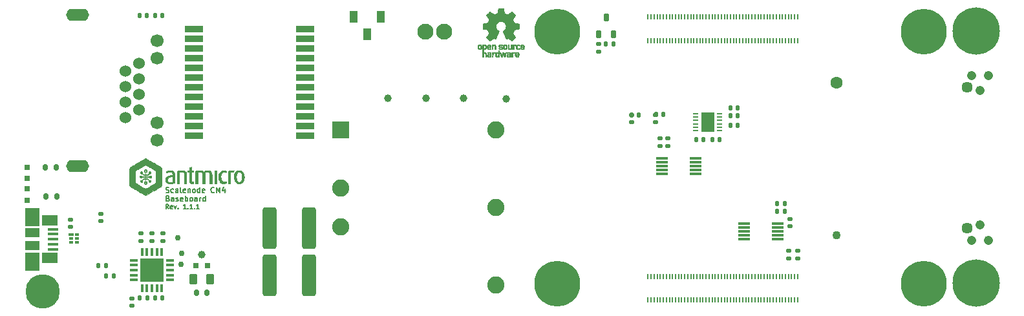
<source format=gbr>
G04 #@! TF.GenerationSoftware,KiCad,Pcbnew,6.0.11+dfsg-1~bpo11+1*
G04 #@! TF.CreationDate,2023-05-25T13:31:40+02:00*
G04 #@! TF.ProjectId,scalenode-cm4-baseboard,7363616c-656e-46f6-9465-2d636d342d62,1.1.1*
G04 #@! TF.SameCoordinates,Original*
G04 #@! TF.FileFunction,Soldermask,Top*
G04 #@! TF.FilePolarity,Negative*
%FSLAX46Y46*%
G04 Gerber Fmt 4.6, Leading zero omitted, Abs format (unit mm)*
G04 Created by KiCad (PCBNEW 6.0.11+dfsg-1~bpo11+1) date 2023-05-25 13:31:40*
%MOMM*%
%LPD*%
G01*
G04 APERTURE LIST*
G04 Aperture macros list*
%AMRoundRect*
0 Rectangle with rounded corners*
0 $1 Rounding radius*
0 $2 $3 $4 $5 $6 $7 $8 $9 X,Y pos of 4 corners*
0 Add a 4 corners polygon primitive as box body*
4,1,4,$2,$3,$4,$5,$6,$7,$8,$9,$2,$3,0*
0 Add four circle primitives for the rounded corners*
1,1,$1+$1,$2,$3*
1,1,$1+$1,$4,$5*
1,1,$1+$1,$6,$7*
1,1,$1+$1,$8,$9*
0 Add four rect primitives between the rounded corners*
20,1,$1+$1,$2,$3,$4,$5,0*
20,1,$1+$1,$4,$5,$6,$7,0*
20,1,$1+$1,$6,$7,$8,$9,0*
20,1,$1+$1,$8,$9,$2,$3,0*%
G04 Aperture macros list end*
%ADD10C,0.150000*%
%ADD11C,0.001395*%
%ADD12C,0.010000*%
%ADD13C,6.000000*%
%ADD14RoundRect,0.147500X-0.172500X0.147500X-0.172500X-0.147500X0.172500X-0.147500X0.172500X0.147500X0*%
%ADD15RoundRect,0.147500X-0.147500X-0.172500X0.147500X-0.172500X0.147500X0.172500X-0.147500X0.172500X0*%
%ADD16RoundRect,0.120000X-0.180000X-0.280000X0.180000X-0.280000X0.180000X0.280000X-0.180000X0.280000X0*%
%ADD17RoundRect,0.147500X0.147500X0.172500X-0.147500X0.172500X-0.147500X-0.172500X0.147500X-0.172500X0*%
%ADD18R,0.200000X0.700000*%
%ADD19RoundRect,0.147500X0.172500X-0.147500X0.172500X0.147500X-0.172500X0.147500X-0.172500X-0.147500X0*%
%ADD20C,6.200000*%
%ADD21RoundRect,0.050000X-0.725000X0.150000X-0.725000X-0.150000X0.725000X-0.150000X0.725000X0.150000X0*%
%ADD22R,2.400000X0.850000*%
%ADD23R,0.650000X0.250000*%
%ADD24R,1.700000X2.500000*%
%ADD25RoundRect,0.090000X0.210000X-0.410000X0.210000X0.410000X-0.210000X0.410000X-0.210000X-0.410000X0*%
%ADD26R,1.380000X0.450000*%
%ADD27R,1.900000X2.375000*%
%ADD28R,1.900000X1.175000*%
%ADD29R,2.100000X1.475000*%
%ADD30C,4.500000*%
%ADD31R,1.000000X1.600000*%
%ADD32R,0.800000X0.800000*%
%ADD33RoundRect,0.050000X-0.260000X0.150000X-0.260000X-0.150000X0.260000X-0.150000X0.260000X0.150000X0*%
%ADD34RoundRect,0.050000X-0.245000X0.150000X-0.245000X-0.150000X0.245000X-0.150000X0.245000X0.150000X0*%
%ADD35RoundRect,0.120000X0.180000X0.280000X-0.180000X0.280000X-0.180000X-0.280000X0.180000X-0.280000X0*%
%ADD36C,1.000000*%
%ADD37R,2.250000X2.250000*%
%ADD38C,2.250000*%
%ADD39RoundRect,0.250000X0.650000X2.450000X-0.650000X2.450000X-0.650000X-2.450000X0.650000X-2.450000X0*%
%ADD40RoundRect,0.150000X-0.350000X-0.550000X0.350000X-0.550000X0.350000X0.550000X-0.350000X0.550000X0*%
%ADD41R,1.050000X0.340000*%
%ADD42R,0.340000X1.050000*%
%ADD43R,3.150000X3.150000*%
%ADD44C,1.524000*%
%ADD45C,1.700000*%
%ADD46O,3.000000X1.600000*%
%ADD47C,0.750000*%
%ADD48C,2.100000*%
%ADD49C,1.100000*%
%ADD50C,1.600000*%
%ADD51C,1.208000*%
%ADD52C,1.450000*%
G04 APERTURE END LIST*
D10*
X94230833Y-81222833D02*
X94330833Y-81256166D01*
X94497500Y-81256166D01*
X94564166Y-81222833D01*
X94597500Y-81189500D01*
X94630833Y-81122833D01*
X94630833Y-81056166D01*
X94597500Y-80989500D01*
X94564166Y-80956166D01*
X94497500Y-80922833D01*
X94364166Y-80889500D01*
X94297500Y-80856166D01*
X94264166Y-80822833D01*
X94230833Y-80756166D01*
X94230833Y-80689500D01*
X94264166Y-80622833D01*
X94297500Y-80589500D01*
X94364166Y-80556166D01*
X94530833Y-80556166D01*
X94630833Y-80589500D01*
X95230833Y-81222833D02*
X95164166Y-81256166D01*
X95030833Y-81256166D01*
X94964166Y-81222833D01*
X94930833Y-81189500D01*
X94897500Y-81122833D01*
X94897500Y-80922833D01*
X94930833Y-80856166D01*
X94964166Y-80822833D01*
X95030833Y-80789500D01*
X95164166Y-80789500D01*
X95230833Y-80822833D01*
X95830833Y-81256166D02*
X95830833Y-80889500D01*
X95797500Y-80822833D01*
X95730833Y-80789500D01*
X95597500Y-80789500D01*
X95530833Y-80822833D01*
X95830833Y-81222833D02*
X95764166Y-81256166D01*
X95597500Y-81256166D01*
X95530833Y-81222833D01*
X95497500Y-81156166D01*
X95497500Y-81089500D01*
X95530833Y-81022833D01*
X95597500Y-80989500D01*
X95764166Y-80989500D01*
X95830833Y-80956166D01*
X96264166Y-81256166D02*
X96197500Y-81222833D01*
X96164166Y-81156166D01*
X96164166Y-80556166D01*
X96797500Y-81222833D02*
X96730833Y-81256166D01*
X96597500Y-81256166D01*
X96530833Y-81222833D01*
X96497500Y-81156166D01*
X96497500Y-80889500D01*
X96530833Y-80822833D01*
X96597500Y-80789500D01*
X96730833Y-80789500D01*
X96797500Y-80822833D01*
X96830833Y-80889500D01*
X96830833Y-80956166D01*
X96497500Y-81022833D01*
X97130833Y-80789500D02*
X97130833Y-81256166D01*
X97130833Y-80856166D02*
X97164166Y-80822833D01*
X97230833Y-80789500D01*
X97330833Y-80789500D01*
X97397500Y-80822833D01*
X97430833Y-80889500D01*
X97430833Y-81256166D01*
X97864166Y-81256166D02*
X97797500Y-81222833D01*
X97764166Y-81189500D01*
X97730833Y-81122833D01*
X97730833Y-80922833D01*
X97764166Y-80856166D01*
X97797500Y-80822833D01*
X97864166Y-80789500D01*
X97964166Y-80789500D01*
X98030833Y-80822833D01*
X98064166Y-80856166D01*
X98097500Y-80922833D01*
X98097500Y-81122833D01*
X98064166Y-81189500D01*
X98030833Y-81222833D01*
X97964166Y-81256166D01*
X97864166Y-81256166D01*
X98697500Y-81256166D02*
X98697500Y-80556166D01*
X98697500Y-81222833D02*
X98630833Y-81256166D01*
X98497500Y-81256166D01*
X98430833Y-81222833D01*
X98397500Y-81189500D01*
X98364166Y-81122833D01*
X98364166Y-80922833D01*
X98397500Y-80856166D01*
X98430833Y-80822833D01*
X98497500Y-80789500D01*
X98630833Y-80789500D01*
X98697500Y-80822833D01*
X99297500Y-81222833D02*
X99230833Y-81256166D01*
X99097500Y-81256166D01*
X99030833Y-81222833D01*
X98997500Y-81156166D01*
X98997500Y-80889500D01*
X99030833Y-80822833D01*
X99097500Y-80789500D01*
X99230833Y-80789500D01*
X99297500Y-80822833D01*
X99330833Y-80889500D01*
X99330833Y-80956166D01*
X98997500Y-81022833D01*
X100564166Y-81189500D02*
X100530833Y-81222833D01*
X100430833Y-81256166D01*
X100364166Y-81256166D01*
X100264166Y-81222833D01*
X100197500Y-81156166D01*
X100164166Y-81089500D01*
X100130833Y-80956166D01*
X100130833Y-80856166D01*
X100164166Y-80722833D01*
X100197500Y-80656166D01*
X100264166Y-80589500D01*
X100364166Y-80556166D01*
X100430833Y-80556166D01*
X100530833Y-80589500D01*
X100564166Y-80622833D01*
X100864166Y-81256166D02*
X100864166Y-80556166D01*
X101097500Y-81056166D01*
X101330833Y-80556166D01*
X101330833Y-81256166D01*
X101964166Y-80789500D02*
X101964166Y-81256166D01*
X101797500Y-80522833D02*
X101630833Y-81022833D01*
X102064166Y-81022833D01*
X94497500Y-82016500D02*
X94597500Y-82049833D01*
X94630833Y-82083166D01*
X94664166Y-82149833D01*
X94664166Y-82249833D01*
X94630833Y-82316500D01*
X94597500Y-82349833D01*
X94530833Y-82383166D01*
X94264166Y-82383166D01*
X94264166Y-81683166D01*
X94497500Y-81683166D01*
X94564166Y-81716500D01*
X94597500Y-81749833D01*
X94630833Y-81816500D01*
X94630833Y-81883166D01*
X94597500Y-81949833D01*
X94564166Y-81983166D01*
X94497500Y-82016500D01*
X94264166Y-82016500D01*
X95264166Y-82383166D02*
X95264166Y-82016500D01*
X95230833Y-81949833D01*
X95164166Y-81916500D01*
X95030833Y-81916500D01*
X94964166Y-81949833D01*
X95264166Y-82349833D02*
X95197500Y-82383166D01*
X95030833Y-82383166D01*
X94964166Y-82349833D01*
X94930833Y-82283166D01*
X94930833Y-82216500D01*
X94964166Y-82149833D01*
X95030833Y-82116500D01*
X95197500Y-82116500D01*
X95264166Y-82083166D01*
X95564166Y-82349833D02*
X95630833Y-82383166D01*
X95764166Y-82383166D01*
X95830833Y-82349833D01*
X95864166Y-82283166D01*
X95864166Y-82249833D01*
X95830833Y-82183166D01*
X95764166Y-82149833D01*
X95664166Y-82149833D01*
X95597500Y-82116500D01*
X95564166Y-82049833D01*
X95564166Y-82016500D01*
X95597500Y-81949833D01*
X95664166Y-81916500D01*
X95764166Y-81916500D01*
X95830833Y-81949833D01*
X96430833Y-82349833D02*
X96364166Y-82383166D01*
X96230833Y-82383166D01*
X96164166Y-82349833D01*
X96130833Y-82283166D01*
X96130833Y-82016500D01*
X96164166Y-81949833D01*
X96230833Y-81916500D01*
X96364166Y-81916500D01*
X96430833Y-81949833D01*
X96464166Y-82016500D01*
X96464166Y-82083166D01*
X96130833Y-82149833D01*
X96764166Y-82383166D02*
X96764166Y-81683166D01*
X96764166Y-81949833D02*
X96830833Y-81916500D01*
X96964166Y-81916500D01*
X97030833Y-81949833D01*
X97064166Y-81983166D01*
X97097500Y-82049833D01*
X97097500Y-82249833D01*
X97064166Y-82316500D01*
X97030833Y-82349833D01*
X96964166Y-82383166D01*
X96830833Y-82383166D01*
X96764166Y-82349833D01*
X97497500Y-82383166D02*
X97430833Y-82349833D01*
X97397500Y-82316500D01*
X97364166Y-82249833D01*
X97364166Y-82049833D01*
X97397500Y-81983166D01*
X97430833Y-81949833D01*
X97497500Y-81916500D01*
X97597500Y-81916500D01*
X97664166Y-81949833D01*
X97697500Y-81983166D01*
X97730833Y-82049833D01*
X97730833Y-82249833D01*
X97697500Y-82316500D01*
X97664166Y-82349833D01*
X97597500Y-82383166D01*
X97497500Y-82383166D01*
X98330833Y-82383166D02*
X98330833Y-82016500D01*
X98297500Y-81949833D01*
X98230833Y-81916500D01*
X98097500Y-81916500D01*
X98030833Y-81949833D01*
X98330833Y-82349833D02*
X98264166Y-82383166D01*
X98097500Y-82383166D01*
X98030833Y-82349833D01*
X97997500Y-82283166D01*
X97997500Y-82216500D01*
X98030833Y-82149833D01*
X98097500Y-82116500D01*
X98264166Y-82116500D01*
X98330833Y-82083166D01*
X98664166Y-82383166D02*
X98664166Y-81916500D01*
X98664166Y-82049833D02*
X98697500Y-81983166D01*
X98730833Y-81949833D01*
X98797500Y-81916500D01*
X98864166Y-81916500D01*
X99397500Y-82383166D02*
X99397500Y-81683166D01*
X99397500Y-82349833D02*
X99330833Y-82383166D01*
X99197500Y-82383166D01*
X99130833Y-82349833D01*
X99097500Y-82316500D01*
X99064166Y-82249833D01*
X99064166Y-82049833D01*
X99097500Y-81983166D01*
X99130833Y-81949833D01*
X99197500Y-81916500D01*
X99330833Y-81916500D01*
X99397500Y-81949833D01*
X94585714Y-83381428D02*
X94385714Y-83095714D01*
X94242857Y-83381428D02*
X94242857Y-82781428D01*
X94471428Y-82781428D01*
X94528571Y-82810000D01*
X94557142Y-82838571D01*
X94585714Y-82895714D01*
X94585714Y-82981428D01*
X94557142Y-83038571D01*
X94528571Y-83067142D01*
X94471428Y-83095714D01*
X94242857Y-83095714D01*
X95071428Y-83352857D02*
X95014285Y-83381428D01*
X94900000Y-83381428D01*
X94842857Y-83352857D01*
X94814285Y-83295714D01*
X94814285Y-83067142D01*
X94842857Y-83010000D01*
X94900000Y-82981428D01*
X95014285Y-82981428D01*
X95071428Y-83010000D01*
X95100000Y-83067142D01*
X95100000Y-83124285D01*
X94814285Y-83181428D01*
X95300000Y-82981428D02*
X95442857Y-83381428D01*
X95585714Y-82981428D01*
X95814285Y-83324285D02*
X95842857Y-83352857D01*
X95814285Y-83381428D01*
X95785714Y-83352857D01*
X95814285Y-83324285D01*
X95814285Y-83381428D01*
X96871428Y-83381428D02*
X96528571Y-83381428D01*
X96700000Y-83381428D02*
X96700000Y-82781428D01*
X96642857Y-82867142D01*
X96585714Y-82924285D01*
X96528571Y-82952857D01*
X97128571Y-83324285D02*
X97157142Y-83352857D01*
X97128571Y-83381428D01*
X97100000Y-83352857D01*
X97128571Y-83324285D01*
X97128571Y-83381428D01*
X97728571Y-83381428D02*
X97385714Y-83381428D01*
X97557142Y-83381428D02*
X97557142Y-82781428D01*
X97500000Y-82867142D01*
X97442857Y-82924285D01*
X97385714Y-82952857D01*
X97985714Y-83324285D02*
X98014285Y-83352857D01*
X97985714Y-83381428D01*
X97957142Y-83352857D01*
X97985714Y-83324285D01*
X97985714Y-83381428D01*
X98585714Y-83381428D02*
X98242857Y-83381428D01*
X98414285Y-83381428D02*
X98414285Y-82781428D01*
X98357142Y-82867142D01*
X98300000Y-82924285D01*
X98242857Y-82952857D01*
G36*
X100876173Y-80047924D02*
G01*
X100592173Y-80047924D01*
X100592173Y-78370924D01*
X100876173Y-78370924D01*
X100876173Y-80047924D01*
G37*
D11*
X100876173Y-80047924D02*
X100592173Y-80047924D01*
X100592173Y-78370924D01*
X100876173Y-78370924D01*
X100876173Y-80047924D01*
G36*
X91965173Y-78595924D02*
G01*
X91980173Y-78570924D01*
X91987173Y-78562924D01*
X92030173Y-78525924D01*
X92077173Y-78509924D01*
X92125173Y-78510924D01*
X92169173Y-78526924D01*
X92205173Y-78555924D01*
X92229173Y-78596924D01*
X92238173Y-78645924D01*
X92230173Y-78694924D01*
X92203173Y-78741924D01*
X92161173Y-78771924D01*
X92104173Y-78783924D01*
X92094173Y-78783924D01*
X92069173Y-78784924D01*
X92049173Y-78788924D01*
X92028173Y-78799924D01*
X92002173Y-78819924D01*
X91967173Y-78851924D01*
X91938173Y-78878924D01*
X91837173Y-78972924D01*
X91592173Y-78972924D01*
X91592173Y-79161924D01*
X92040173Y-79161924D01*
X92058173Y-79127924D01*
X92090173Y-79089924D01*
X92134173Y-79066924D01*
X92184173Y-79059924D01*
X92233173Y-79069924D01*
X92275173Y-79097924D01*
X92279173Y-79101924D01*
X92310173Y-79149924D01*
X92320173Y-79198924D01*
X92313173Y-79244924D01*
X92291173Y-79285924D01*
X92257173Y-79316924D01*
X92214173Y-79334924D01*
X92165173Y-79337924D01*
X92112173Y-79320924D01*
X92102173Y-79314924D01*
X92074173Y-79293924D01*
X92057173Y-79271924D01*
X92056173Y-79267924D01*
X92053173Y-79259924D01*
X92046173Y-79253924D01*
X92031173Y-79249924D01*
X92007173Y-79246924D01*
X91969173Y-79245924D01*
X91914173Y-79244924D01*
X91592173Y-79244924D01*
X91592173Y-79421924D01*
X91835173Y-79421924D01*
X92031173Y-79618924D01*
X92086173Y-79613924D01*
X92145173Y-79617924D01*
X92191173Y-79640924D01*
X92223173Y-79681924D01*
X92231173Y-79703924D01*
X92239173Y-79759924D01*
X92225173Y-79808924D01*
X92196173Y-79847924D01*
X92150173Y-79879924D01*
X92101173Y-79890924D01*
X92054173Y-79884924D01*
X92012173Y-79861924D01*
X91981173Y-79824924D01*
X91963173Y-79776924D01*
X91962173Y-79740924D01*
X92043173Y-79740924D01*
X92047173Y-79770924D01*
X92058173Y-79787924D01*
X92085173Y-79807924D01*
X92111173Y-79806924D01*
X92135173Y-79787924D01*
X92156173Y-79758924D01*
X92154173Y-79732924D01*
X92136173Y-79711924D01*
X92107173Y-79696924D01*
X92078173Y-79699924D01*
X92055173Y-79715924D01*
X92043173Y-79740924D01*
X91962173Y-79740924D01*
X91962173Y-79729924D01*
X91969173Y-79673924D01*
X91798173Y-79504924D01*
X91592173Y-79504924D01*
X91592173Y-79783924D01*
X91641173Y-79805924D01*
X91692173Y-79840924D01*
X91727173Y-79887924D01*
X91746173Y-79943924D01*
X91750173Y-80001924D01*
X91736173Y-80058924D01*
X91707173Y-80108924D01*
X91661173Y-80148924D01*
X91650173Y-80154924D01*
X91589173Y-80173924D01*
X91523173Y-80173924D01*
X91462173Y-80154924D01*
X91460173Y-80153924D01*
X91412173Y-80115924D01*
X91380173Y-80066924D01*
X91365173Y-80010924D01*
X91365173Y-79982924D01*
X91446173Y-79982924D01*
X91450173Y-80017924D01*
X91468173Y-80045924D01*
X91484173Y-80060924D01*
X91527173Y-80088924D01*
X91570173Y-80092924D01*
X91614173Y-80073924D01*
X91630173Y-80060924D01*
X91656173Y-80031924D01*
X91667173Y-80001924D01*
X91668173Y-79982924D01*
X91657173Y-79939924D01*
X91629173Y-79902924D01*
X91591173Y-79877924D01*
X91557173Y-79870924D01*
X91514173Y-79880924D01*
X91477173Y-79908924D01*
X91453173Y-79947924D01*
X91446173Y-79982924D01*
X91365173Y-79982924D01*
X91366173Y-79951924D01*
X91383173Y-79895924D01*
X91416173Y-79846924D01*
X91464173Y-79809924D01*
X91473173Y-79805924D01*
X91521173Y-79783924D01*
X91521173Y-79504924D01*
X91315173Y-79504924D01*
X91145173Y-79673924D01*
X91151173Y-79729924D01*
X91149173Y-79785924D01*
X91128173Y-79832924D01*
X91094173Y-79866924D01*
X91051173Y-79886924D01*
X91003173Y-79890924D01*
X90955173Y-79875924D01*
X90918173Y-79847924D01*
X90885173Y-79802924D01*
X90874173Y-79752924D01*
X90877173Y-79737924D01*
X90957173Y-79737924D01*
X90960173Y-79763924D01*
X90978173Y-79787924D01*
X91007173Y-79808924D01*
X91032173Y-79806924D01*
X91054173Y-79788924D01*
X91069173Y-79757924D01*
X91065173Y-79726924D01*
X91045173Y-79703924D01*
X91030173Y-79697924D01*
X90996173Y-79699924D01*
X90977173Y-79711924D01*
X90957173Y-79737924D01*
X90877173Y-79737924D01*
X90883173Y-79703924D01*
X90908173Y-79655924D01*
X90948173Y-79625924D01*
X91002173Y-79613924D01*
X91027173Y-79613924D01*
X91082173Y-79618924D01*
X91279173Y-79421924D01*
X91521173Y-79421924D01*
X91521173Y-79244924D01*
X91154173Y-79244924D01*
X91113173Y-79246924D01*
X91085173Y-79248924D01*
X91069173Y-79252924D01*
X91060173Y-79257924D01*
X91056173Y-79265924D01*
X91054173Y-79268924D01*
X91035173Y-79295924D01*
X91001173Y-79319924D01*
X90960173Y-79335924D01*
X90933173Y-79338924D01*
X90879173Y-79328924D01*
X90836173Y-79302924D01*
X90807173Y-79262924D01*
X90794173Y-79215924D01*
X90795173Y-79199924D01*
X90873173Y-79199924D01*
X90877173Y-79216924D01*
X90889173Y-79231924D01*
X90920173Y-79252924D01*
X90951173Y-79251924D01*
X90971173Y-79237924D01*
X90988173Y-79207924D01*
X90985173Y-79187924D01*
X92125173Y-79187924D01*
X92130173Y-79220924D01*
X92142173Y-79237924D01*
X92172173Y-79254924D01*
X92204173Y-79248924D01*
X92225173Y-79231924D01*
X92239173Y-79212924D01*
X92238173Y-79194924D01*
X92229173Y-79175924D01*
X92204173Y-79148924D01*
X92174173Y-79140924D01*
X92145173Y-79153924D01*
X92143173Y-79155924D01*
X92125173Y-79187924D01*
X90985173Y-79187924D01*
X90982173Y-79175924D01*
X90967173Y-79156924D01*
X90937173Y-79140924D01*
X90908173Y-79147924D01*
X90884173Y-79175924D01*
X90873173Y-79199924D01*
X90795173Y-79199924D01*
X90798173Y-79165924D01*
X90822173Y-79116924D01*
X90834173Y-79101924D01*
X90876173Y-79070924D01*
X90925173Y-79058924D01*
X90976173Y-79065924D01*
X91021173Y-79089924D01*
X91053173Y-79126924D01*
X91074173Y-79161924D01*
X91521173Y-79161924D01*
X91521173Y-78972924D01*
X91277173Y-78972924D01*
X91176173Y-78878924D01*
X91132173Y-78837924D01*
X91101173Y-78810924D01*
X91078173Y-78794924D01*
X91057173Y-78786924D01*
X91036173Y-78783924D01*
X91016173Y-78783924D01*
X90958173Y-78775924D01*
X90916173Y-78749924D01*
X90888173Y-78704924D01*
X90882173Y-78689924D01*
X90877173Y-78646924D01*
X90954173Y-78646924D01*
X90964173Y-78673924D01*
X90989173Y-78692924D01*
X91021173Y-78700924D01*
X91050173Y-78693924D01*
X91058173Y-78686924D01*
X91072173Y-78658924D01*
X91067173Y-78627924D01*
X91046173Y-78601924D01*
X91024173Y-78587924D01*
X91011173Y-78582924D01*
X90994173Y-78591924D01*
X90973173Y-78612924D01*
X90958173Y-78635924D01*
X90954173Y-78646924D01*
X90877173Y-78646924D01*
X90876173Y-78634924D01*
X90888173Y-78586924D01*
X90915173Y-78547924D01*
X90953173Y-78521924D01*
X90998173Y-78508924D01*
X91046173Y-78510924D01*
X91093173Y-78531924D01*
X91126173Y-78562924D01*
X91145173Y-78588924D01*
X91153173Y-78612924D01*
X91153173Y-78646924D01*
X91152173Y-78660924D01*
X91145173Y-78721924D01*
X91315173Y-78889924D01*
X91521173Y-78889924D01*
X91521173Y-78611924D01*
X91474173Y-78590924D01*
X91419173Y-78554924D01*
X91382173Y-78503924D01*
X91368173Y-78464924D01*
X91362173Y-78409924D01*
X91443173Y-78409924D01*
X91447173Y-78436924D01*
X91456173Y-78456924D01*
X91486173Y-78497924D01*
X91526173Y-78519924D01*
X91571173Y-78521924D01*
X91616173Y-78502924D01*
X91621173Y-78498924D01*
X91656173Y-78461924D01*
X91668173Y-78420924D01*
X91658173Y-78377924D01*
X91630173Y-78332924D01*
X91592173Y-78307924D01*
X91550173Y-78301924D01*
X91508173Y-78313924D01*
X91472173Y-78344924D01*
X91451173Y-78380924D01*
X91443173Y-78409924D01*
X91362173Y-78409924D01*
X91361173Y-78401924D01*
X91375173Y-78342924D01*
X91405173Y-78292924D01*
X91448173Y-78252924D01*
X91500173Y-78226924D01*
X91559173Y-78217924D01*
X91620173Y-78228924D01*
X91631173Y-78232924D01*
X91685173Y-78268924D01*
X91725173Y-78318924D01*
X91747173Y-78378924D01*
X91749173Y-78442924D01*
X91746173Y-78457924D01*
X91723173Y-78518924D01*
X91682173Y-78563924D01*
X91641173Y-78588924D01*
X91592173Y-78612924D01*
X91592173Y-78889924D01*
X91798173Y-78889924D01*
X91968173Y-78721924D01*
X91962173Y-78660924D01*
X91962173Y-78659924D01*
X92042173Y-78659924D01*
X92055173Y-78686924D01*
X92083173Y-78699924D01*
X92116173Y-78696924D01*
X92140173Y-78682924D01*
X92157173Y-78654924D01*
X92151173Y-78626924D01*
X92135173Y-78606924D01*
X92113173Y-78587924D01*
X92094173Y-78585924D01*
X92069173Y-78599924D01*
X92067173Y-78601924D01*
X92046173Y-78627924D01*
X92042173Y-78659924D01*
X91962173Y-78659924D01*
X91960173Y-78621924D01*
X91965173Y-78595924D01*
G37*
X91965173Y-78595924D02*
X91980173Y-78570924D01*
X91987173Y-78562924D01*
X92030173Y-78525924D01*
X92077173Y-78509924D01*
X92125173Y-78510924D01*
X92169173Y-78526924D01*
X92205173Y-78555924D01*
X92229173Y-78596924D01*
X92238173Y-78645924D01*
X92230173Y-78694924D01*
X92203173Y-78741924D01*
X92161173Y-78771924D01*
X92104173Y-78783924D01*
X92094173Y-78783924D01*
X92069173Y-78784924D01*
X92049173Y-78788924D01*
X92028173Y-78799924D01*
X92002173Y-78819924D01*
X91967173Y-78851924D01*
X91938173Y-78878924D01*
X91837173Y-78972924D01*
X91592173Y-78972924D01*
X91592173Y-79161924D01*
X92040173Y-79161924D01*
X92058173Y-79127924D01*
X92090173Y-79089924D01*
X92134173Y-79066924D01*
X92184173Y-79059924D01*
X92233173Y-79069924D01*
X92275173Y-79097924D01*
X92279173Y-79101924D01*
X92310173Y-79149924D01*
X92320173Y-79198924D01*
X92313173Y-79244924D01*
X92291173Y-79285924D01*
X92257173Y-79316924D01*
X92214173Y-79334924D01*
X92165173Y-79337924D01*
X92112173Y-79320924D01*
X92102173Y-79314924D01*
X92074173Y-79293924D01*
X92057173Y-79271924D01*
X92056173Y-79267924D01*
X92053173Y-79259924D01*
X92046173Y-79253924D01*
X92031173Y-79249924D01*
X92007173Y-79246924D01*
X91969173Y-79245924D01*
X91914173Y-79244924D01*
X91592173Y-79244924D01*
X91592173Y-79421924D01*
X91835173Y-79421924D01*
X92031173Y-79618924D01*
X92086173Y-79613924D01*
X92145173Y-79617924D01*
X92191173Y-79640924D01*
X92223173Y-79681924D01*
X92231173Y-79703924D01*
X92239173Y-79759924D01*
X92225173Y-79808924D01*
X92196173Y-79847924D01*
X92150173Y-79879924D01*
X92101173Y-79890924D01*
X92054173Y-79884924D01*
X92012173Y-79861924D01*
X91981173Y-79824924D01*
X91963173Y-79776924D01*
X91962173Y-79740924D01*
X92043173Y-79740924D01*
X92047173Y-79770924D01*
X92058173Y-79787924D01*
X92085173Y-79807924D01*
X92111173Y-79806924D01*
X92135173Y-79787924D01*
X92156173Y-79758924D01*
X92154173Y-79732924D01*
X92136173Y-79711924D01*
X92107173Y-79696924D01*
X92078173Y-79699924D01*
X92055173Y-79715924D01*
X92043173Y-79740924D01*
X91962173Y-79740924D01*
X91962173Y-79729924D01*
X91969173Y-79673924D01*
X91798173Y-79504924D01*
X91592173Y-79504924D01*
X91592173Y-79783924D01*
X91641173Y-79805924D01*
X91692173Y-79840924D01*
X91727173Y-79887924D01*
X91746173Y-79943924D01*
X91750173Y-80001924D01*
X91736173Y-80058924D01*
X91707173Y-80108924D01*
X91661173Y-80148924D01*
X91650173Y-80154924D01*
X91589173Y-80173924D01*
X91523173Y-80173924D01*
X91462173Y-80154924D01*
X91460173Y-80153924D01*
X91412173Y-80115924D01*
X91380173Y-80066924D01*
X91365173Y-80010924D01*
X91365173Y-79982924D01*
X91446173Y-79982924D01*
X91450173Y-80017924D01*
X91468173Y-80045924D01*
X91484173Y-80060924D01*
X91527173Y-80088924D01*
X91570173Y-80092924D01*
X91614173Y-80073924D01*
X91630173Y-80060924D01*
X91656173Y-80031924D01*
X91667173Y-80001924D01*
X91668173Y-79982924D01*
X91657173Y-79939924D01*
X91629173Y-79902924D01*
X91591173Y-79877924D01*
X91557173Y-79870924D01*
X91514173Y-79880924D01*
X91477173Y-79908924D01*
X91453173Y-79947924D01*
X91446173Y-79982924D01*
X91365173Y-79982924D01*
X91366173Y-79951924D01*
X91383173Y-79895924D01*
X91416173Y-79846924D01*
X91464173Y-79809924D01*
X91473173Y-79805924D01*
X91521173Y-79783924D01*
X91521173Y-79504924D01*
X91315173Y-79504924D01*
X91145173Y-79673924D01*
X91151173Y-79729924D01*
X91149173Y-79785924D01*
X91128173Y-79832924D01*
X91094173Y-79866924D01*
X91051173Y-79886924D01*
X91003173Y-79890924D01*
X90955173Y-79875924D01*
X90918173Y-79847924D01*
X90885173Y-79802924D01*
X90874173Y-79752924D01*
X90877173Y-79737924D01*
X90957173Y-79737924D01*
X90960173Y-79763924D01*
X90978173Y-79787924D01*
X91007173Y-79808924D01*
X91032173Y-79806924D01*
X91054173Y-79788924D01*
X91069173Y-79757924D01*
X91065173Y-79726924D01*
X91045173Y-79703924D01*
X91030173Y-79697924D01*
X90996173Y-79699924D01*
X90977173Y-79711924D01*
X90957173Y-79737924D01*
X90877173Y-79737924D01*
X90883173Y-79703924D01*
X90908173Y-79655924D01*
X90948173Y-79625924D01*
X91002173Y-79613924D01*
X91027173Y-79613924D01*
X91082173Y-79618924D01*
X91279173Y-79421924D01*
X91521173Y-79421924D01*
X91521173Y-79244924D01*
X91154173Y-79244924D01*
X91113173Y-79246924D01*
X91085173Y-79248924D01*
X91069173Y-79252924D01*
X91060173Y-79257924D01*
X91056173Y-79265924D01*
X91054173Y-79268924D01*
X91035173Y-79295924D01*
X91001173Y-79319924D01*
X90960173Y-79335924D01*
X90933173Y-79338924D01*
X90879173Y-79328924D01*
X90836173Y-79302924D01*
X90807173Y-79262924D01*
X90794173Y-79215924D01*
X90795173Y-79199924D01*
X90873173Y-79199924D01*
X90877173Y-79216924D01*
X90889173Y-79231924D01*
X90920173Y-79252924D01*
X90951173Y-79251924D01*
X90971173Y-79237924D01*
X90988173Y-79207924D01*
X90985173Y-79187924D01*
X92125173Y-79187924D01*
X92130173Y-79220924D01*
X92142173Y-79237924D01*
X92172173Y-79254924D01*
X92204173Y-79248924D01*
X92225173Y-79231924D01*
X92239173Y-79212924D01*
X92238173Y-79194924D01*
X92229173Y-79175924D01*
X92204173Y-79148924D01*
X92174173Y-79140924D01*
X92145173Y-79153924D01*
X92143173Y-79155924D01*
X92125173Y-79187924D01*
X90985173Y-79187924D01*
X90982173Y-79175924D01*
X90967173Y-79156924D01*
X90937173Y-79140924D01*
X90908173Y-79147924D01*
X90884173Y-79175924D01*
X90873173Y-79199924D01*
X90795173Y-79199924D01*
X90798173Y-79165924D01*
X90822173Y-79116924D01*
X90834173Y-79101924D01*
X90876173Y-79070924D01*
X90925173Y-79058924D01*
X90976173Y-79065924D01*
X91021173Y-79089924D01*
X91053173Y-79126924D01*
X91074173Y-79161924D01*
X91521173Y-79161924D01*
X91521173Y-78972924D01*
X91277173Y-78972924D01*
X91176173Y-78878924D01*
X91132173Y-78837924D01*
X91101173Y-78810924D01*
X91078173Y-78794924D01*
X91057173Y-78786924D01*
X91036173Y-78783924D01*
X91016173Y-78783924D01*
X90958173Y-78775924D01*
X90916173Y-78749924D01*
X90888173Y-78704924D01*
X90882173Y-78689924D01*
X90877173Y-78646924D01*
X90954173Y-78646924D01*
X90964173Y-78673924D01*
X90989173Y-78692924D01*
X91021173Y-78700924D01*
X91050173Y-78693924D01*
X91058173Y-78686924D01*
X91072173Y-78658924D01*
X91067173Y-78627924D01*
X91046173Y-78601924D01*
X91024173Y-78587924D01*
X91011173Y-78582924D01*
X90994173Y-78591924D01*
X90973173Y-78612924D01*
X90958173Y-78635924D01*
X90954173Y-78646924D01*
X90877173Y-78646924D01*
X90876173Y-78634924D01*
X90888173Y-78586924D01*
X90915173Y-78547924D01*
X90953173Y-78521924D01*
X90998173Y-78508924D01*
X91046173Y-78510924D01*
X91093173Y-78531924D01*
X91126173Y-78562924D01*
X91145173Y-78588924D01*
X91153173Y-78612924D01*
X91153173Y-78646924D01*
X91152173Y-78660924D01*
X91145173Y-78721924D01*
X91315173Y-78889924D01*
X91521173Y-78889924D01*
X91521173Y-78611924D01*
X91474173Y-78590924D01*
X91419173Y-78554924D01*
X91382173Y-78503924D01*
X91368173Y-78464924D01*
X91362173Y-78409924D01*
X91443173Y-78409924D01*
X91447173Y-78436924D01*
X91456173Y-78456924D01*
X91486173Y-78497924D01*
X91526173Y-78519924D01*
X91571173Y-78521924D01*
X91616173Y-78502924D01*
X91621173Y-78498924D01*
X91656173Y-78461924D01*
X91668173Y-78420924D01*
X91658173Y-78377924D01*
X91630173Y-78332924D01*
X91592173Y-78307924D01*
X91550173Y-78301924D01*
X91508173Y-78313924D01*
X91472173Y-78344924D01*
X91451173Y-78380924D01*
X91443173Y-78409924D01*
X91362173Y-78409924D01*
X91361173Y-78401924D01*
X91375173Y-78342924D01*
X91405173Y-78292924D01*
X91448173Y-78252924D01*
X91500173Y-78226924D01*
X91559173Y-78217924D01*
X91620173Y-78228924D01*
X91631173Y-78232924D01*
X91685173Y-78268924D01*
X91725173Y-78318924D01*
X91747173Y-78378924D01*
X91749173Y-78442924D01*
X91746173Y-78457924D01*
X91723173Y-78518924D01*
X91682173Y-78563924D01*
X91641173Y-78588924D01*
X91592173Y-78612924D01*
X91592173Y-78889924D01*
X91798173Y-78889924D01*
X91968173Y-78721924D01*
X91962173Y-78660924D01*
X91962173Y-78659924D01*
X92042173Y-78659924D01*
X92055173Y-78686924D01*
X92083173Y-78699924D01*
X92116173Y-78696924D01*
X92140173Y-78682924D01*
X92157173Y-78654924D01*
X92151173Y-78626924D01*
X92135173Y-78606924D01*
X92113173Y-78587924D01*
X92094173Y-78585924D01*
X92069173Y-78599924D01*
X92067173Y-78601924D01*
X92046173Y-78627924D01*
X92042173Y-78659924D01*
X91962173Y-78659924D01*
X91960173Y-78621924D01*
X91965173Y-78595924D01*
G36*
X89470173Y-78810924D02*
G01*
X89470173Y-78662924D01*
X89471173Y-78533924D01*
X89472173Y-78421924D01*
X89473173Y-78326924D01*
X89474173Y-78246924D01*
X89476173Y-78180924D01*
X89479173Y-78126924D01*
X89482173Y-78082924D01*
X89486173Y-78048924D01*
X89490173Y-78021924D01*
X89496173Y-78001924D01*
X89503173Y-77985924D01*
X89511173Y-77973924D01*
X89520173Y-77963924D01*
X89530173Y-77954924D01*
X89542173Y-77943924D01*
X89547173Y-77939924D01*
X89562173Y-77928924D01*
X89596173Y-77907924D01*
X89647173Y-77876924D01*
X89715173Y-77835924D01*
X89797173Y-77786924D01*
X89892173Y-77730924D01*
X89998173Y-77668924D01*
X90115173Y-77600924D01*
X90240173Y-77527924D01*
X90372173Y-77450924D01*
X90509173Y-77371924D01*
X90524173Y-77362924D01*
X90684173Y-77270924D01*
X90825173Y-77188924D01*
X90948173Y-77117924D01*
X91055173Y-77056924D01*
X91147173Y-77003924D01*
X91225173Y-76959924D01*
X91290173Y-76923924D01*
X91344173Y-76893924D01*
X91389173Y-76869924D01*
X91453173Y-76837924D01*
X91476173Y-76827924D01*
X91494173Y-76821924D01*
X91509173Y-76817924D01*
X91522173Y-76814924D01*
X91535173Y-76813924D01*
X91539173Y-76813924D01*
X91602173Y-76814924D01*
X91651173Y-76825924D01*
X91652173Y-76825924D01*
X91667173Y-76833924D01*
X91701173Y-76852924D01*
X91752173Y-76881924D01*
X91818173Y-76918924D01*
X91897173Y-76963924D01*
X91987173Y-77015924D01*
X92088173Y-77072924D01*
X92196173Y-77134924D01*
X92310173Y-77199924D01*
X92428173Y-77267924D01*
X92548173Y-77336924D01*
X92670173Y-77406924D01*
X92790173Y-77475924D01*
X92906173Y-77542924D01*
X93019173Y-77607924D01*
X93124173Y-77668924D01*
X93221173Y-77724924D01*
X93308173Y-77775924D01*
X93383173Y-77819924D01*
X93444173Y-77854924D01*
X93489173Y-77881924D01*
X93517173Y-77898924D01*
X93521173Y-77900924D01*
X93571173Y-77941924D01*
X93609173Y-77990924D01*
X93641173Y-78045924D01*
X93645173Y-79171924D01*
X93645173Y-79905924D01*
X93644173Y-80034924D01*
X93643173Y-80142924D01*
X93641173Y-80226924D01*
X93639173Y-80288924D01*
X93637173Y-80327924D01*
X93636173Y-80341924D01*
X93631173Y-80359924D01*
X93626173Y-80375924D01*
X93619173Y-80391924D01*
X93610173Y-80406924D01*
X93596173Y-80423924D01*
X93577173Y-80441924D01*
X93552173Y-80461924D01*
X93520173Y-80485924D01*
X93478173Y-80514924D01*
X93426173Y-80547924D01*
X93363173Y-80586924D01*
X93287173Y-80631924D01*
X93197173Y-80684924D01*
X93093173Y-80745924D01*
X92972173Y-80815924D01*
X92834173Y-80895924D01*
X92677173Y-80986924D01*
X92607173Y-81027924D01*
X91657173Y-81575924D01*
X91568173Y-81580924D01*
X91480173Y-81584924D01*
X91131173Y-81384924D01*
X90918173Y-81261924D01*
X90724173Y-81150924D01*
X90549173Y-81049924D01*
X90391173Y-80958924D01*
X90250173Y-80877924D01*
X90125173Y-80804924D01*
X90014173Y-80740924D01*
X89918173Y-80683924D01*
X89834173Y-80633924D01*
X89762173Y-80590924D01*
X89701173Y-80553924D01*
X89650173Y-80520924D01*
X89608173Y-80493924D01*
X89574173Y-80469924D01*
X89547173Y-80449924D01*
X89527173Y-80432924D01*
X89511173Y-80417924D01*
X89500173Y-80403924D01*
X89493173Y-80391924D01*
X89488173Y-80379924D01*
X89484173Y-80367924D01*
X89478173Y-80341924D01*
X89475173Y-80320924D01*
X89473173Y-80276924D01*
X89472173Y-80209924D01*
X89470173Y-80119924D01*
X89469173Y-80007924D01*
X89469173Y-79873924D01*
X89468173Y-79716924D01*
X89468173Y-79350924D01*
X90198173Y-79350924D01*
X90199173Y-79482924D01*
X90199173Y-79593924D01*
X90200173Y-79687924D01*
X90201173Y-79764924D01*
X90203173Y-79826924D01*
X90206173Y-79876924D01*
X90209173Y-79915924D01*
X90214173Y-79944924D01*
X90220173Y-79967924D01*
X90227173Y-79983924D01*
X90236173Y-79996924D01*
X90246173Y-80007924D01*
X90258173Y-80017924D01*
X90259173Y-80018924D01*
X90275173Y-80029924D01*
X90309173Y-80050924D01*
X90359173Y-80080924D01*
X90423173Y-80118924D01*
X90498173Y-80162924D01*
X90583173Y-80212924D01*
X90675173Y-80265924D01*
X90771173Y-80321924D01*
X90871173Y-80378924D01*
X90970173Y-80436924D01*
X91068173Y-80492924D01*
X91162173Y-80546924D01*
X91250173Y-80595924D01*
X91329173Y-80640924D01*
X91398173Y-80679924D01*
X91453173Y-80709924D01*
X91494173Y-80731924D01*
X91517173Y-80743924D01*
X91520173Y-80744924D01*
X91550173Y-80752924D01*
X91570173Y-80753924D01*
X91594173Y-80745924D01*
X91609173Y-80739924D01*
X91666173Y-80709924D01*
X91719173Y-80679924D01*
X91785173Y-80642924D01*
X91862173Y-80598924D01*
X91948173Y-80549924D01*
X92041173Y-80496924D01*
X92138173Y-80440924D01*
X92336173Y-80326924D01*
X92433173Y-80269924D01*
X92525173Y-80216924D01*
X92610173Y-80166924D01*
X92686173Y-80121924D01*
X92750173Y-80083924D01*
X92801173Y-80052924D01*
X92837173Y-80031924D01*
X92854173Y-80019924D01*
X92867173Y-80008924D01*
X92877173Y-79997924D01*
X92886173Y-79984924D01*
X92893173Y-79968924D01*
X92899173Y-79946924D01*
X92904173Y-79917924D01*
X92907173Y-79879924D01*
X92910173Y-79831924D01*
X92912173Y-79769924D01*
X92914173Y-79693924D01*
X92914173Y-79601924D01*
X92915173Y-79491924D01*
X92915173Y-78910924D01*
X92914173Y-78798924D01*
X92914173Y-78704924D01*
X92912173Y-78626924D01*
X92910173Y-78563924D01*
X92907173Y-78513924D01*
X92903173Y-78474924D01*
X92898173Y-78444924D01*
X92891173Y-78422924D01*
X92883173Y-78405924D01*
X92873173Y-78392924D01*
X92862173Y-78382924D01*
X92848173Y-78371924D01*
X92842173Y-78367924D01*
X92825173Y-78356924D01*
X92789173Y-78334924D01*
X92737173Y-78303924D01*
X92670173Y-78264924D01*
X92590173Y-78217924D01*
X92500173Y-78164924D01*
X92400173Y-78107924D01*
X92294173Y-78045924D01*
X92205173Y-77994924D01*
X92078173Y-77920924D01*
X91969173Y-77858924D01*
X91877173Y-77806924D01*
X91801173Y-77763924D01*
X91738173Y-77728924D01*
X91688173Y-77701924D01*
X91648173Y-77681924D01*
X91618173Y-77667924D01*
X91594173Y-77657924D01*
X91577173Y-77652924D01*
X91563173Y-77649924D01*
X91558173Y-77649924D01*
X91546173Y-77650924D01*
X91530173Y-77654924D01*
X91509173Y-77662924D01*
X91482173Y-77674924D01*
X91447173Y-77691924D01*
X91402173Y-77715924D01*
X91346173Y-77746924D01*
X91276173Y-77785924D01*
X91192173Y-77832924D01*
X91092173Y-77890924D01*
X90974173Y-77957924D01*
X90892173Y-78005924D01*
X90781173Y-78069924D01*
X90675173Y-78130924D01*
X90578173Y-78187924D01*
X90489173Y-78239924D01*
X90412173Y-78284924D01*
X90348173Y-78322924D01*
X90299173Y-78351924D01*
X90266173Y-78371924D01*
X90253173Y-78380924D01*
X90242173Y-78390924D01*
X90233173Y-78400924D01*
X90225173Y-78413924D01*
X90218173Y-78430924D01*
X90213173Y-78452924D01*
X90209173Y-78483924D01*
X90205173Y-78523924D01*
X90203173Y-78575924D01*
X90201173Y-78639924D01*
X90200173Y-78718924D01*
X90199173Y-78815924D01*
X90199173Y-78929924D01*
X90198173Y-79064924D01*
X90198173Y-79350924D01*
X89468173Y-79350924D01*
X89468173Y-79339924D01*
X89469173Y-79197924D01*
X89469173Y-78979924D01*
X89470173Y-78810924D01*
G37*
X89470173Y-78810924D02*
X89470173Y-78662924D01*
X89471173Y-78533924D01*
X89472173Y-78421924D01*
X89473173Y-78326924D01*
X89474173Y-78246924D01*
X89476173Y-78180924D01*
X89479173Y-78126924D01*
X89482173Y-78082924D01*
X89486173Y-78048924D01*
X89490173Y-78021924D01*
X89496173Y-78001924D01*
X89503173Y-77985924D01*
X89511173Y-77973924D01*
X89520173Y-77963924D01*
X89530173Y-77954924D01*
X89542173Y-77943924D01*
X89547173Y-77939924D01*
X89562173Y-77928924D01*
X89596173Y-77907924D01*
X89647173Y-77876924D01*
X89715173Y-77835924D01*
X89797173Y-77786924D01*
X89892173Y-77730924D01*
X89998173Y-77668924D01*
X90115173Y-77600924D01*
X90240173Y-77527924D01*
X90372173Y-77450924D01*
X90509173Y-77371924D01*
X90524173Y-77362924D01*
X90684173Y-77270924D01*
X90825173Y-77188924D01*
X90948173Y-77117924D01*
X91055173Y-77056924D01*
X91147173Y-77003924D01*
X91225173Y-76959924D01*
X91290173Y-76923924D01*
X91344173Y-76893924D01*
X91389173Y-76869924D01*
X91453173Y-76837924D01*
X91476173Y-76827924D01*
X91494173Y-76821924D01*
X91509173Y-76817924D01*
X91522173Y-76814924D01*
X91535173Y-76813924D01*
X91539173Y-76813924D01*
X91602173Y-76814924D01*
X91651173Y-76825924D01*
X91652173Y-76825924D01*
X91667173Y-76833924D01*
X91701173Y-76852924D01*
X91752173Y-76881924D01*
X91818173Y-76918924D01*
X91897173Y-76963924D01*
X91987173Y-77015924D01*
X92088173Y-77072924D01*
X92196173Y-77134924D01*
X92310173Y-77199924D01*
X92428173Y-77267924D01*
X92548173Y-77336924D01*
X92670173Y-77406924D01*
X92790173Y-77475924D01*
X92906173Y-77542924D01*
X93019173Y-77607924D01*
X93124173Y-77668924D01*
X93221173Y-77724924D01*
X93308173Y-77775924D01*
X93383173Y-77819924D01*
X93444173Y-77854924D01*
X93489173Y-77881924D01*
X93517173Y-77898924D01*
X93521173Y-77900924D01*
X93571173Y-77941924D01*
X93609173Y-77990924D01*
X93641173Y-78045924D01*
X93645173Y-79171924D01*
X93645173Y-79905924D01*
X93644173Y-80034924D01*
X93643173Y-80142924D01*
X93641173Y-80226924D01*
X93639173Y-80288924D01*
X93637173Y-80327924D01*
X93636173Y-80341924D01*
X93631173Y-80359924D01*
X93626173Y-80375924D01*
X93619173Y-80391924D01*
X93610173Y-80406924D01*
X93596173Y-80423924D01*
X93577173Y-80441924D01*
X93552173Y-80461924D01*
X93520173Y-80485924D01*
X93478173Y-80514924D01*
X93426173Y-80547924D01*
X93363173Y-80586924D01*
X93287173Y-80631924D01*
X93197173Y-80684924D01*
X93093173Y-80745924D01*
X92972173Y-80815924D01*
X92834173Y-80895924D01*
X92677173Y-80986924D01*
X92607173Y-81027924D01*
X91657173Y-81575924D01*
X91568173Y-81580924D01*
X91480173Y-81584924D01*
X91131173Y-81384924D01*
X90918173Y-81261924D01*
X90724173Y-81150924D01*
X90549173Y-81049924D01*
X90391173Y-80958924D01*
X90250173Y-80877924D01*
X90125173Y-80804924D01*
X90014173Y-80740924D01*
X89918173Y-80683924D01*
X89834173Y-80633924D01*
X89762173Y-80590924D01*
X89701173Y-80553924D01*
X89650173Y-80520924D01*
X89608173Y-80493924D01*
X89574173Y-80469924D01*
X89547173Y-80449924D01*
X89527173Y-80432924D01*
X89511173Y-80417924D01*
X89500173Y-80403924D01*
X89493173Y-80391924D01*
X89488173Y-80379924D01*
X89484173Y-80367924D01*
X89478173Y-80341924D01*
X89475173Y-80320924D01*
X89473173Y-80276924D01*
X89472173Y-80209924D01*
X89470173Y-80119924D01*
X89469173Y-80007924D01*
X89469173Y-79873924D01*
X89468173Y-79716924D01*
X89468173Y-79350924D01*
X90198173Y-79350924D01*
X90199173Y-79482924D01*
X90199173Y-79593924D01*
X90200173Y-79687924D01*
X90201173Y-79764924D01*
X90203173Y-79826924D01*
X90206173Y-79876924D01*
X90209173Y-79915924D01*
X90214173Y-79944924D01*
X90220173Y-79967924D01*
X90227173Y-79983924D01*
X90236173Y-79996924D01*
X90246173Y-80007924D01*
X90258173Y-80017924D01*
X90259173Y-80018924D01*
X90275173Y-80029924D01*
X90309173Y-80050924D01*
X90359173Y-80080924D01*
X90423173Y-80118924D01*
X90498173Y-80162924D01*
X90583173Y-80212924D01*
X90675173Y-80265924D01*
X90771173Y-80321924D01*
X90871173Y-80378924D01*
X90970173Y-80436924D01*
X91068173Y-80492924D01*
X91162173Y-80546924D01*
X91250173Y-80595924D01*
X91329173Y-80640924D01*
X91398173Y-80679924D01*
X91453173Y-80709924D01*
X91494173Y-80731924D01*
X91517173Y-80743924D01*
X91520173Y-80744924D01*
X91550173Y-80752924D01*
X91570173Y-80753924D01*
X91594173Y-80745924D01*
X91609173Y-80739924D01*
X91666173Y-80709924D01*
X91719173Y-80679924D01*
X91785173Y-80642924D01*
X91862173Y-80598924D01*
X91948173Y-80549924D01*
X92041173Y-80496924D01*
X92138173Y-80440924D01*
X92336173Y-80326924D01*
X92433173Y-80269924D01*
X92525173Y-80216924D01*
X92610173Y-80166924D01*
X92686173Y-80121924D01*
X92750173Y-80083924D01*
X92801173Y-80052924D01*
X92837173Y-80031924D01*
X92854173Y-80019924D01*
X92867173Y-80008924D01*
X92877173Y-79997924D01*
X92886173Y-79984924D01*
X92893173Y-79968924D01*
X92899173Y-79946924D01*
X92904173Y-79917924D01*
X92907173Y-79879924D01*
X92910173Y-79831924D01*
X92912173Y-79769924D01*
X92914173Y-79693924D01*
X92914173Y-79601924D01*
X92915173Y-79491924D01*
X92915173Y-78910924D01*
X92914173Y-78798924D01*
X92914173Y-78704924D01*
X92912173Y-78626924D01*
X92910173Y-78563924D01*
X92907173Y-78513924D01*
X92903173Y-78474924D01*
X92898173Y-78444924D01*
X92891173Y-78422924D01*
X92883173Y-78405924D01*
X92873173Y-78392924D01*
X92862173Y-78382924D01*
X92848173Y-78371924D01*
X92842173Y-78367924D01*
X92825173Y-78356924D01*
X92789173Y-78334924D01*
X92737173Y-78303924D01*
X92670173Y-78264924D01*
X92590173Y-78217924D01*
X92500173Y-78164924D01*
X92400173Y-78107924D01*
X92294173Y-78045924D01*
X92205173Y-77994924D01*
X92078173Y-77920924D01*
X91969173Y-77858924D01*
X91877173Y-77806924D01*
X91801173Y-77763924D01*
X91738173Y-77728924D01*
X91688173Y-77701924D01*
X91648173Y-77681924D01*
X91618173Y-77667924D01*
X91594173Y-77657924D01*
X91577173Y-77652924D01*
X91563173Y-77649924D01*
X91558173Y-77649924D01*
X91546173Y-77650924D01*
X91530173Y-77654924D01*
X91509173Y-77662924D01*
X91482173Y-77674924D01*
X91447173Y-77691924D01*
X91402173Y-77715924D01*
X91346173Y-77746924D01*
X91276173Y-77785924D01*
X91192173Y-77832924D01*
X91092173Y-77890924D01*
X90974173Y-77957924D01*
X90892173Y-78005924D01*
X90781173Y-78069924D01*
X90675173Y-78130924D01*
X90578173Y-78187924D01*
X90489173Y-78239924D01*
X90412173Y-78284924D01*
X90348173Y-78322924D01*
X90299173Y-78351924D01*
X90266173Y-78371924D01*
X90253173Y-78380924D01*
X90242173Y-78390924D01*
X90233173Y-78400924D01*
X90225173Y-78413924D01*
X90218173Y-78430924D01*
X90213173Y-78452924D01*
X90209173Y-78483924D01*
X90205173Y-78523924D01*
X90203173Y-78575924D01*
X90201173Y-78639924D01*
X90200173Y-78718924D01*
X90199173Y-78815924D01*
X90199173Y-78929924D01*
X90198173Y-79064924D01*
X90198173Y-79350924D01*
X89468173Y-79350924D01*
X89468173Y-79339924D01*
X89469173Y-79197924D01*
X89469173Y-78979924D01*
X89470173Y-78810924D01*
G36*
X101827173Y-78348924D02*
G01*
X101904173Y-78356924D01*
X101948173Y-78364924D01*
X101992173Y-78377924D01*
X102040173Y-78394924D01*
X102085173Y-78414924D01*
X102121173Y-78432924D01*
X102142173Y-78447924D01*
X102143173Y-78449924D01*
X102142173Y-78464924D01*
X102133173Y-78493924D01*
X102120173Y-78529924D01*
X102105173Y-78566924D01*
X102091173Y-78597924D01*
X102080173Y-78614924D01*
X102078173Y-78616924D01*
X102063173Y-78612924D01*
X102034173Y-78600924D01*
X102005173Y-78587924D01*
X101914173Y-78556924D01*
X101825173Y-78544924D01*
X101740173Y-78551924D01*
X101666173Y-78577924D01*
X101605173Y-78621924D01*
X101548173Y-78686924D01*
X101498173Y-78769924D01*
X101457173Y-78867924D01*
X101440173Y-78923924D01*
X101426173Y-78993924D01*
X101417173Y-79079924D01*
X101413173Y-79173924D01*
X101414173Y-79270924D01*
X101420173Y-79362924D01*
X101431173Y-79442924D01*
X101440173Y-79482924D01*
X101480173Y-79599924D01*
X101530173Y-79695924D01*
X101591173Y-79771924D01*
X101663173Y-79826924D01*
X101705173Y-79847924D01*
X101736173Y-79858924D01*
X101773173Y-79862924D01*
X101824173Y-79863924D01*
X101826173Y-79863924D01*
X101880173Y-79861924D01*
X101926173Y-79853924D01*
X101974173Y-79837924D01*
X102029173Y-79812924D01*
X102070173Y-79790924D01*
X102075173Y-79793924D01*
X102084173Y-79809924D01*
X102098173Y-79839924D01*
X102118173Y-79886924D01*
X102144173Y-79953924D01*
X102147173Y-79959924D01*
X102140173Y-79972924D01*
X102116173Y-79990924D01*
X102080173Y-80010924D01*
X102036173Y-80030924D01*
X101989173Y-80047924D01*
X101977173Y-80051924D01*
X101913173Y-80065924D01*
X101837173Y-80073924D01*
X101757173Y-80077924D01*
X101685173Y-80074924D01*
X101655173Y-80070924D01*
X101611173Y-80059924D01*
X101558173Y-80040924D01*
X101507173Y-80018924D01*
X101409173Y-79957924D01*
X101325173Y-79877924D01*
X101254173Y-79778924D01*
X101197173Y-79662924D01*
X101155173Y-79527924D01*
X101141173Y-79462924D01*
X101131173Y-79385924D01*
X101125173Y-79293924D01*
X101125173Y-79194924D01*
X101128173Y-79093924D01*
X101136173Y-78999924D01*
X101148173Y-78916924D01*
X101158173Y-78872924D01*
X101204173Y-78741924D01*
X101265173Y-78627924D01*
X101339173Y-78531924D01*
X101427173Y-78453924D01*
X101527173Y-78395924D01*
X101607173Y-78365924D01*
X101669173Y-78353924D01*
X101745173Y-78347924D01*
X101827173Y-78348924D01*
G37*
X101827173Y-78348924D02*
X101904173Y-78356924D01*
X101948173Y-78364924D01*
X101992173Y-78377924D01*
X102040173Y-78394924D01*
X102085173Y-78414924D01*
X102121173Y-78432924D01*
X102142173Y-78447924D01*
X102143173Y-78449924D01*
X102142173Y-78464924D01*
X102133173Y-78493924D01*
X102120173Y-78529924D01*
X102105173Y-78566924D01*
X102091173Y-78597924D01*
X102080173Y-78614924D01*
X102078173Y-78616924D01*
X102063173Y-78612924D01*
X102034173Y-78600924D01*
X102005173Y-78587924D01*
X101914173Y-78556924D01*
X101825173Y-78544924D01*
X101740173Y-78551924D01*
X101666173Y-78577924D01*
X101605173Y-78621924D01*
X101548173Y-78686924D01*
X101498173Y-78769924D01*
X101457173Y-78867924D01*
X101440173Y-78923924D01*
X101426173Y-78993924D01*
X101417173Y-79079924D01*
X101413173Y-79173924D01*
X101414173Y-79270924D01*
X101420173Y-79362924D01*
X101431173Y-79442924D01*
X101440173Y-79482924D01*
X101480173Y-79599924D01*
X101530173Y-79695924D01*
X101591173Y-79771924D01*
X101663173Y-79826924D01*
X101705173Y-79847924D01*
X101736173Y-79858924D01*
X101773173Y-79862924D01*
X101824173Y-79863924D01*
X101826173Y-79863924D01*
X101880173Y-79861924D01*
X101926173Y-79853924D01*
X101974173Y-79837924D01*
X102029173Y-79812924D01*
X102070173Y-79790924D01*
X102075173Y-79793924D01*
X102084173Y-79809924D01*
X102098173Y-79839924D01*
X102118173Y-79886924D01*
X102144173Y-79953924D01*
X102147173Y-79959924D01*
X102140173Y-79972924D01*
X102116173Y-79990924D01*
X102080173Y-80010924D01*
X102036173Y-80030924D01*
X101989173Y-80047924D01*
X101977173Y-80051924D01*
X101913173Y-80065924D01*
X101837173Y-80073924D01*
X101757173Y-80077924D01*
X101685173Y-80074924D01*
X101655173Y-80070924D01*
X101611173Y-80059924D01*
X101558173Y-80040924D01*
X101507173Y-80018924D01*
X101409173Y-79957924D01*
X101325173Y-79877924D01*
X101254173Y-79778924D01*
X101197173Y-79662924D01*
X101155173Y-79527924D01*
X101141173Y-79462924D01*
X101131173Y-79385924D01*
X101125173Y-79293924D01*
X101125173Y-79194924D01*
X101128173Y-79093924D01*
X101136173Y-78999924D01*
X101148173Y-78916924D01*
X101158173Y-78872924D01*
X101204173Y-78741924D01*
X101265173Y-78627924D01*
X101339173Y-78531924D01*
X101427173Y-78453924D01*
X101527173Y-78395924D01*
X101607173Y-78365924D01*
X101669173Y-78353924D01*
X101745173Y-78347924D01*
X101827173Y-78348924D01*
G36*
X99784173Y-78355924D02*
G01*
X99899173Y-78380924D01*
X99998173Y-78422924D01*
X100081173Y-78479924D01*
X100147173Y-78553924D01*
X100178173Y-78606924D01*
X100191173Y-78631924D01*
X100201173Y-78656924D01*
X100210173Y-78682924D01*
X100218173Y-78711924D01*
X100223173Y-78746924D01*
X100228173Y-78788924D01*
X100232173Y-78840924D01*
X100234173Y-78903924D01*
X100236173Y-78980924D01*
X100237173Y-79073924D01*
X100238173Y-79184924D01*
X100238173Y-80047924D01*
X99955173Y-80047924D01*
X99952173Y-79394924D01*
X99948173Y-78742924D01*
X99914173Y-78680924D01*
X99867173Y-78618924D01*
X99806173Y-78572924D01*
X99734173Y-78542924D01*
X99656173Y-78530924D01*
X99573173Y-78534924D01*
X99491173Y-78555924D01*
X99411173Y-78593924D01*
X99355173Y-78635924D01*
X99305173Y-78679924D01*
X99305173Y-80047924D01*
X99021173Y-80047924D01*
X99021173Y-79247924D01*
X99020173Y-79110924D01*
X99019173Y-78994924D01*
X99018173Y-78900924D01*
X99016173Y-78826924D01*
X99013173Y-78772924D01*
X99010173Y-78737924D01*
X99008173Y-78723924D01*
X98976173Y-78656924D01*
X98926173Y-78603924D01*
X98859173Y-78563924D01*
X98776173Y-78539924D01*
X98680173Y-78529924D01*
X98582173Y-78534924D01*
X98528173Y-78541924D01*
X98490173Y-78547924D01*
X98458173Y-78554924D01*
X98425173Y-78565924D01*
X98404173Y-78573924D01*
X98372173Y-78585924D01*
X98372173Y-80047924D01*
X98100173Y-80047924D01*
X98100173Y-78454924D01*
X98212173Y-78417924D01*
X98339173Y-78382924D01*
X98458173Y-78359924D01*
X98578173Y-78349924D01*
X98702173Y-78349924D01*
X98802173Y-78355924D01*
X98884173Y-78366924D01*
X98954173Y-78384924D01*
X99015173Y-78411924D01*
X99074173Y-78447924D01*
X99099173Y-78465924D01*
X99176173Y-78524924D01*
X99226173Y-78483924D01*
X99321173Y-78420924D01*
X99429173Y-78377924D01*
X99549173Y-78352924D01*
X99653173Y-78347924D01*
X99784173Y-78355924D01*
G37*
X99784173Y-78355924D02*
X99899173Y-78380924D01*
X99998173Y-78422924D01*
X100081173Y-78479924D01*
X100147173Y-78553924D01*
X100178173Y-78606924D01*
X100191173Y-78631924D01*
X100201173Y-78656924D01*
X100210173Y-78682924D01*
X100218173Y-78711924D01*
X100223173Y-78746924D01*
X100228173Y-78788924D01*
X100232173Y-78840924D01*
X100234173Y-78903924D01*
X100236173Y-78980924D01*
X100237173Y-79073924D01*
X100238173Y-79184924D01*
X100238173Y-80047924D01*
X99955173Y-80047924D01*
X99952173Y-79394924D01*
X99948173Y-78742924D01*
X99914173Y-78680924D01*
X99867173Y-78618924D01*
X99806173Y-78572924D01*
X99734173Y-78542924D01*
X99656173Y-78530924D01*
X99573173Y-78534924D01*
X99491173Y-78555924D01*
X99411173Y-78593924D01*
X99355173Y-78635924D01*
X99305173Y-78679924D01*
X99305173Y-80047924D01*
X99021173Y-80047924D01*
X99021173Y-79247924D01*
X99020173Y-79110924D01*
X99019173Y-78994924D01*
X99018173Y-78900924D01*
X99016173Y-78826924D01*
X99013173Y-78772924D01*
X99010173Y-78737924D01*
X99008173Y-78723924D01*
X98976173Y-78656924D01*
X98926173Y-78603924D01*
X98859173Y-78563924D01*
X98776173Y-78539924D01*
X98680173Y-78529924D01*
X98582173Y-78534924D01*
X98528173Y-78541924D01*
X98490173Y-78547924D01*
X98458173Y-78554924D01*
X98425173Y-78565924D01*
X98404173Y-78573924D01*
X98372173Y-78585924D01*
X98372173Y-80047924D01*
X98100173Y-80047924D01*
X98100173Y-78454924D01*
X98212173Y-78417924D01*
X98339173Y-78382924D01*
X98458173Y-78359924D01*
X98578173Y-78349924D01*
X98702173Y-78349924D01*
X98802173Y-78355924D01*
X98884173Y-78366924D01*
X98954173Y-78384924D01*
X99015173Y-78411924D01*
X99074173Y-78447924D01*
X99099173Y-78465924D01*
X99176173Y-78524924D01*
X99226173Y-78483924D01*
X99321173Y-78420924D01*
X99429173Y-78377924D01*
X99549173Y-78352924D01*
X99653173Y-78347924D01*
X99784173Y-78355924D01*
G36*
X103158173Y-79026924D02*
G01*
X103182173Y-78887924D01*
X103221173Y-78760924D01*
X103274173Y-78647924D01*
X103340173Y-78550924D01*
X103359173Y-78528924D01*
X103444173Y-78452924D01*
X103540173Y-78397924D01*
X103648173Y-78362924D01*
X103768173Y-78347924D01*
X103804173Y-78346924D01*
X103925173Y-78354924D01*
X104031173Y-78378924D01*
X104124173Y-78420924D01*
X104208173Y-78479924D01*
X104248173Y-78516924D01*
X104322173Y-78607924D01*
X104382173Y-78715924D01*
X104426173Y-78839924D01*
X104455173Y-78981924D01*
X104465173Y-79073924D01*
X104470173Y-79238924D01*
X104461173Y-79393924D01*
X104436173Y-79535924D01*
X104397173Y-79664924D01*
X104344173Y-79777924D01*
X104278173Y-79874924D01*
X104199173Y-79953924D01*
X104150173Y-79989924D01*
X104073173Y-80027924D01*
X103980173Y-80056924D01*
X103881173Y-80073924D01*
X103781173Y-80078924D01*
X103691173Y-80070924D01*
X103574173Y-80038924D01*
X103471173Y-79987924D01*
X103381173Y-79917924D01*
X103306173Y-79828924D01*
X103245173Y-79722924D01*
X103199173Y-79598924D01*
X103174173Y-79490924D01*
X103153173Y-79330924D01*
X103149173Y-79202924D01*
X103431173Y-79202924D01*
X103436173Y-79334924D01*
X103452173Y-79461924D01*
X103478173Y-79577924D01*
X103514173Y-79675924D01*
X103560173Y-79753924D01*
X103619173Y-79814924D01*
X103687173Y-79856924D01*
X103761173Y-79879924D01*
X103839173Y-79882924D01*
X103918173Y-79863924D01*
X103944173Y-79851924D01*
X104010173Y-79808924D01*
X104065173Y-79748924D01*
X104109173Y-79671924D01*
X104143173Y-79575924D01*
X104168173Y-79460924D01*
X104182173Y-79338924D01*
X104188173Y-79190924D01*
X104182173Y-79052924D01*
X104164173Y-78926924D01*
X104135173Y-78815924D01*
X104095173Y-78720924D01*
X104045173Y-78643924D01*
X104014173Y-78610924D01*
X103947173Y-78562924D01*
X103874173Y-78536924D01*
X103798173Y-78529924D01*
X103723173Y-78542924D01*
X103653173Y-78574924D01*
X103590173Y-78624924D01*
X103537173Y-78691924D01*
X103516173Y-78729924D01*
X103479173Y-78828924D01*
X103452173Y-78944924D01*
X103436173Y-79070924D01*
X103431173Y-79202924D01*
X103149173Y-79202924D01*
X103148173Y-79175924D01*
X103158173Y-79026924D01*
G37*
X103158173Y-79026924D02*
X103182173Y-78887924D01*
X103221173Y-78760924D01*
X103274173Y-78647924D01*
X103340173Y-78550924D01*
X103359173Y-78528924D01*
X103444173Y-78452924D01*
X103540173Y-78397924D01*
X103648173Y-78362924D01*
X103768173Y-78347924D01*
X103804173Y-78346924D01*
X103925173Y-78354924D01*
X104031173Y-78378924D01*
X104124173Y-78420924D01*
X104208173Y-78479924D01*
X104248173Y-78516924D01*
X104322173Y-78607924D01*
X104382173Y-78715924D01*
X104426173Y-78839924D01*
X104455173Y-78981924D01*
X104465173Y-79073924D01*
X104470173Y-79238924D01*
X104461173Y-79393924D01*
X104436173Y-79535924D01*
X104397173Y-79664924D01*
X104344173Y-79777924D01*
X104278173Y-79874924D01*
X104199173Y-79953924D01*
X104150173Y-79989924D01*
X104073173Y-80027924D01*
X103980173Y-80056924D01*
X103881173Y-80073924D01*
X103781173Y-80078924D01*
X103691173Y-80070924D01*
X103574173Y-80038924D01*
X103471173Y-79987924D01*
X103381173Y-79917924D01*
X103306173Y-79828924D01*
X103245173Y-79722924D01*
X103199173Y-79598924D01*
X103174173Y-79490924D01*
X103153173Y-79330924D01*
X103149173Y-79202924D01*
X103431173Y-79202924D01*
X103436173Y-79334924D01*
X103452173Y-79461924D01*
X103478173Y-79577924D01*
X103514173Y-79675924D01*
X103560173Y-79753924D01*
X103619173Y-79814924D01*
X103687173Y-79856924D01*
X103761173Y-79879924D01*
X103839173Y-79882924D01*
X103918173Y-79863924D01*
X103944173Y-79851924D01*
X104010173Y-79808924D01*
X104065173Y-79748924D01*
X104109173Y-79671924D01*
X104143173Y-79575924D01*
X104168173Y-79460924D01*
X104182173Y-79338924D01*
X104188173Y-79190924D01*
X104182173Y-79052924D01*
X104164173Y-78926924D01*
X104135173Y-78815924D01*
X104095173Y-78720924D01*
X104045173Y-78643924D01*
X104014173Y-78610924D01*
X103947173Y-78562924D01*
X103874173Y-78536924D01*
X103798173Y-78529924D01*
X103723173Y-78542924D01*
X103653173Y-78574924D01*
X103590173Y-78624924D01*
X103537173Y-78691924D01*
X103516173Y-78729924D01*
X103479173Y-78828924D01*
X103452173Y-78944924D01*
X103436173Y-79070924D01*
X103431173Y-79202924D01*
X103149173Y-79202924D01*
X103148173Y-79175924D01*
X103158173Y-79026924D01*
G36*
X97563173Y-77920924D02*
G01*
X97565173Y-77952924D01*
X97567173Y-77999924D01*
X97568173Y-78060924D01*
X97568173Y-78370924D01*
X97852173Y-78370924D01*
X97852173Y-78559924D01*
X97568173Y-78559924D01*
X97568173Y-79712924D01*
X97595173Y-79763924D01*
X97630173Y-79812924D01*
X97674173Y-79842924D01*
X97732173Y-79855924D01*
X97778173Y-79856924D01*
X97852173Y-79852924D01*
X97852173Y-79943924D01*
X97850173Y-79999924D01*
X97844173Y-80033924D01*
X97837173Y-80043924D01*
X97820173Y-80047924D01*
X97784173Y-80051924D01*
X97737173Y-80054924D01*
X97704173Y-80056924D01*
X97640173Y-80056924D01*
X97591173Y-80053924D01*
X97550173Y-80045924D01*
X97524173Y-80037924D01*
X97452173Y-80003924D01*
X97395173Y-79956924D01*
X97347173Y-79891924D01*
X97332173Y-79864924D01*
X97291173Y-79784924D01*
X97288173Y-79171924D01*
X97284173Y-78559924D01*
X97096173Y-78559924D01*
X97096173Y-78370924D01*
X97285173Y-78370924D01*
X97285173Y-77993924D01*
X97419173Y-77951924D01*
X97472173Y-77935924D01*
X97516173Y-77921924D01*
X97547173Y-77912924D01*
X97560173Y-77909924D01*
X97563173Y-77920924D01*
G37*
X97563173Y-77920924D02*
X97565173Y-77952924D01*
X97567173Y-77999924D01*
X97568173Y-78060924D01*
X97568173Y-78370924D01*
X97852173Y-78370924D01*
X97852173Y-78559924D01*
X97568173Y-78559924D01*
X97568173Y-79712924D01*
X97595173Y-79763924D01*
X97630173Y-79812924D01*
X97674173Y-79842924D01*
X97732173Y-79855924D01*
X97778173Y-79856924D01*
X97852173Y-79852924D01*
X97852173Y-79943924D01*
X97850173Y-79999924D01*
X97844173Y-80033924D01*
X97837173Y-80043924D01*
X97820173Y-80047924D01*
X97784173Y-80051924D01*
X97737173Y-80054924D01*
X97704173Y-80056924D01*
X97640173Y-80056924D01*
X97591173Y-80053924D01*
X97550173Y-80045924D01*
X97524173Y-80037924D01*
X97452173Y-80003924D01*
X97395173Y-79956924D01*
X97347173Y-79891924D01*
X97332173Y-79864924D01*
X97291173Y-79784924D01*
X97288173Y-79171924D01*
X97284173Y-78559924D01*
X97096173Y-78559924D01*
X97096173Y-78370924D01*
X97285173Y-78370924D01*
X97285173Y-77993924D01*
X97419173Y-77951924D01*
X97472173Y-77935924D01*
X97516173Y-77921924D01*
X97547173Y-77912924D01*
X97560173Y-77909924D01*
X97563173Y-77920924D01*
G36*
X94208173Y-79338924D02*
G01*
X94265173Y-79254924D01*
X94297173Y-79220924D01*
X94368173Y-79164924D01*
X94459173Y-79112924D01*
X94568173Y-79065924D01*
X94691173Y-79026924D01*
X94825173Y-78994924D01*
X94967173Y-78971924D01*
X94969173Y-78971924D01*
X95091173Y-78956924D01*
X95084173Y-78856924D01*
X95071173Y-78761924D01*
X95043173Y-78685924D01*
X95002173Y-78627924D01*
X94944173Y-78584924D01*
X94869173Y-78555924D01*
X94833173Y-78547924D01*
X94735173Y-78538924D01*
X94627173Y-78546924D01*
X94512173Y-78570924D01*
X94397173Y-78609924D01*
X94387173Y-78614924D01*
X94351173Y-78628924D01*
X94324173Y-78637924D01*
X94314173Y-78638924D01*
X94308173Y-78626924D01*
X94296173Y-78598924D01*
X94282173Y-78562924D01*
X94268173Y-78524924D01*
X94257173Y-78492924D01*
X94250173Y-78472924D01*
X94250173Y-78469924D01*
X94259173Y-78462924D01*
X94285173Y-78448924D01*
X94314173Y-78434924D01*
X94420173Y-78396924D01*
X94538173Y-78368924D01*
X94660173Y-78352924D01*
X94781173Y-78347924D01*
X94894173Y-78354924D01*
X94969173Y-78368924D01*
X95054173Y-78394924D01*
X95123173Y-78426924D01*
X95182173Y-78469924D01*
X95211173Y-78496924D01*
X95254173Y-78549924D01*
X95292173Y-78618924D01*
X95322173Y-78693924D01*
X95336173Y-78746924D01*
X95339173Y-78773924D01*
X95341173Y-78821924D01*
X95343173Y-78889924D01*
X95345173Y-78975924D01*
X95346173Y-79076924D01*
X95347173Y-79191924D01*
X95348173Y-79318924D01*
X95348173Y-79963924D01*
X95293173Y-79988924D01*
X95194173Y-80023924D01*
X95079173Y-80051924D01*
X94955173Y-80069924D01*
X94829173Y-80078924D01*
X94708173Y-80076924D01*
X94644173Y-80070924D01*
X94519173Y-80045924D01*
X94412173Y-80005924D01*
X94323173Y-79951924D01*
X94253173Y-79883924D01*
X94202173Y-79800924D01*
X94170173Y-79704924D01*
X94157173Y-79594924D01*
X94157173Y-79539924D01*
X94159173Y-79529924D01*
X94429173Y-79529924D01*
X94432173Y-79627924D01*
X94453173Y-79711924D01*
X94493173Y-79782924D01*
X94551173Y-79837924D01*
X94626173Y-79878924D01*
X94662173Y-79890924D01*
X94709173Y-79898924D01*
X94771173Y-79901924D01*
X94841173Y-79901924D01*
X94911173Y-79897924D01*
X94975173Y-79889924D01*
X95025173Y-79878924D01*
X95032173Y-79876924D01*
X95088173Y-79856924D01*
X95088173Y-79112924D01*
X95020173Y-79120924D01*
X94977173Y-79127924D01*
X94921173Y-79138924D01*
X94862173Y-79151924D01*
X94843173Y-79156924D01*
X94722173Y-79193924D01*
X94623173Y-79239924D01*
X94545173Y-79294924D01*
X94487173Y-79358924D01*
X94449173Y-79432924D01*
X94430173Y-79517924D01*
X94429173Y-79529924D01*
X94159173Y-79529924D01*
X94173173Y-79433924D01*
X94208173Y-79338924D01*
G37*
X94208173Y-79338924D02*
X94265173Y-79254924D01*
X94297173Y-79220924D01*
X94368173Y-79164924D01*
X94459173Y-79112924D01*
X94568173Y-79065924D01*
X94691173Y-79026924D01*
X94825173Y-78994924D01*
X94967173Y-78971924D01*
X94969173Y-78971924D01*
X95091173Y-78956924D01*
X95084173Y-78856924D01*
X95071173Y-78761924D01*
X95043173Y-78685924D01*
X95002173Y-78627924D01*
X94944173Y-78584924D01*
X94869173Y-78555924D01*
X94833173Y-78547924D01*
X94735173Y-78538924D01*
X94627173Y-78546924D01*
X94512173Y-78570924D01*
X94397173Y-78609924D01*
X94387173Y-78614924D01*
X94351173Y-78628924D01*
X94324173Y-78637924D01*
X94314173Y-78638924D01*
X94308173Y-78626924D01*
X94296173Y-78598924D01*
X94282173Y-78562924D01*
X94268173Y-78524924D01*
X94257173Y-78492924D01*
X94250173Y-78472924D01*
X94250173Y-78469924D01*
X94259173Y-78462924D01*
X94285173Y-78448924D01*
X94314173Y-78434924D01*
X94420173Y-78396924D01*
X94538173Y-78368924D01*
X94660173Y-78352924D01*
X94781173Y-78347924D01*
X94894173Y-78354924D01*
X94969173Y-78368924D01*
X95054173Y-78394924D01*
X95123173Y-78426924D01*
X95182173Y-78469924D01*
X95211173Y-78496924D01*
X95254173Y-78549924D01*
X95292173Y-78618924D01*
X95322173Y-78693924D01*
X95336173Y-78746924D01*
X95339173Y-78773924D01*
X95341173Y-78821924D01*
X95343173Y-78889924D01*
X95345173Y-78975924D01*
X95346173Y-79076924D01*
X95347173Y-79191924D01*
X95348173Y-79318924D01*
X95348173Y-79963924D01*
X95293173Y-79988924D01*
X95194173Y-80023924D01*
X95079173Y-80051924D01*
X94955173Y-80069924D01*
X94829173Y-80078924D01*
X94708173Y-80076924D01*
X94644173Y-80070924D01*
X94519173Y-80045924D01*
X94412173Y-80005924D01*
X94323173Y-79951924D01*
X94253173Y-79883924D01*
X94202173Y-79800924D01*
X94170173Y-79704924D01*
X94157173Y-79594924D01*
X94157173Y-79539924D01*
X94159173Y-79529924D01*
X94429173Y-79529924D01*
X94432173Y-79627924D01*
X94453173Y-79711924D01*
X94493173Y-79782924D01*
X94551173Y-79837924D01*
X94626173Y-79878924D01*
X94662173Y-79890924D01*
X94709173Y-79898924D01*
X94771173Y-79901924D01*
X94841173Y-79901924D01*
X94911173Y-79897924D01*
X94975173Y-79889924D01*
X95025173Y-79878924D01*
X95032173Y-79876924D01*
X95088173Y-79856924D01*
X95088173Y-79112924D01*
X95020173Y-79120924D01*
X94977173Y-79127924D01*
X94921173Y-79138924D01*
X94862173Y-79151924D01*
X94843173Y-79156924D01*
X94722173Y-79193924D01*
X94623173Y-79239924D01*
X94545173Y-79294924D01*
X94487173Y-79358924D01*
X94449173Y-79432924D01*
X94430173Y-79517924D01*
X94429173Y-79529924D01*
X94159173Y-79529924D01*
X94173173Y-79433924D01*
X94208173Y-79338924D01*
G36*
X103090173Y-78348924D02*
G01*
X103111173Y-78351924D01*
X103119173Y-78356924D01*
X103120173Y-78358924D01*
X103116173Y-78375924D01*
X103107173Y-78409924D01*
X103095173Y-78453924D01*
X103089173Y-78472924D01*
X103073173Y-78520924D01*
X103061173Y-78549924D01*
X103050173Y-78563924D01*
X103039173Y-78565924D01*
X103037173Y-78565924D01*
X102963173Y-78549924D01*
X102881173Y-78544924D01*
X102800173Y-78549924D01*
X102729173Y-78564924D01*
X102715173Y-78569924D01*
X102683173Y-78582924D01*
X102683173Y-80047924D01*
X102399173Y-80047924D01*
X102399173Y-78455924D01*
X102485173Y-78424924D01*
X102559173Y-78399924D01*
X102627173Y-78381924D01*
X102696173Y-78367924D01*
X102770173Y-78358924D01*
X102858173Y-78352924D01*
X102922173Y-78350924D01*
X102998173Y-78347924D01*
X103053173Y-78347924D01*
X103090173Y-78348924D01*
G37*
X103090173Y-78348924D02*
X103111173Y-78351924D01*
X103119173Y-78356924D01*
X103120173Y-78358924D01*
X103116173Y-78375924D01*
X103107173Y-78409924D01*
X103095173Y-78453924D01*
X103089173Y-78472924D01*
X103073173Y-78520924D01*
X103061173Y-78549924D01*
X103050173Y-78563924D01*
X103039173Y-78565924D01*
X103037173Y-78565924D01*
X102963173Y-78549924D01*
X102881173Y-78544924D01*
X102800173Y-78549924D01*
X102729173Y-78564924D01*
X102715173Y-78569924D01*
X102683173Y-78582924D01*
X102683173Y-80047924D01*
X102399173Y-80047924D01*
X102399173Y-78455924D01*
X102485173Y-78424924D01*
X102559173Y-78399924D01*
X102627173Y-78381924D01*
X102696173Y-78367924D01*
X102770173Y-78358924D01*
X102858173Y-78352924D01*
X102922173Y-78350924D01*
X102998173Y-78347924D01*
X103053173Y-78347924D01*
X103090173Y-78348924D01*
G36*
X96351173Y-78353924D02*
G01*
X96414173Y-78354924D01*
X96462173Y-78357924D01*
X96501173Y-78363924D01*
X96534173Y-78370924D01*
X96546173Y-78374924D01*
X96653173Y-78415924D01*
X96740173Y-78466924D01*
X96807173Y-78527924D01*
X96851173Y-78591924D01*
X96865173Y-78618924D01*
X96877173Y-78643924D01*
X96887173Y-78669924D01*
X96896173Y-78697924D01*
X96902173Y-78730924D01*
X96908173Y-78770924D01*
X96912173Y-78819924D01*
X96915173Y-78879924D01*
X96917173Y-78953924D01*
X96918173Y-79041924D01*
X96919173Y-79147924D01*
X96919173Y-80047924D01*
X96635173Y-80047924D01*
X96635173Y-79151924D01*
X96634173Y-79045924D01*
X96633173Y-78958924D01*
X96631173Y-78885924D01*
X96628173Y-78827924D01*
X96623173Y-78780924D01*
X96618173Y-78743924D01*
X96611173Y-78714924D01*
X96602173Y-78691924D01*
X96591173Y-78671924D01*
X96578173Y-78654924D01*
X96563173Y-78636924D01*
X96562173Y-78635924D01*
X96513173Y-78591924D01*
X96454173Y-78560924D01*
X96378173Y-78539924D01*
X96350173Y-78535924D01*
X96271173Y-78530924D01*
X96183173Y-78534924D01*
X96098173Y-78547924D01*
X96036173Y-78563924D01*
X95992173Y-78579924D01*
X95986173Y-80047924D01*
X95702173Y-80047924D01*
X95702173Y-78455924D01*
X95812173Y-78420924D01*
X95887173Y-78396924D01*
X95951173Y-78378924D01*
X96010173Y-78366924D01*
X96070173Y-78358924D01*
X96138173Y-78354924D01*
X96220173Y-78352924D01*
X96269173Y-78352924D01*
X96351173Y-78353924D01*
G37*
X96351173Y-78353924D02*
X96414173Y-78354924D01*
X96462173Y-78357924D01*
X96501173Y-78363924D01*
X96534173Y-78370924D01*
X96546173Y-78374924D01*
X96653173Y-78415924D01*
X96740173Y-78466924D01*
X96807173Y-78527924D01*
X96851173Y-78591924D01*
X96865173Y-78618924D01*
X96877173Y-78643924D01*
X96887173Y-78669924D01*
X96896173Y-78697924D01*
X96902173Y-78730924D01*
X96908173Y-78770924D01*
X96912173Y-78819924D01*
X96915173Y-78879924D01*
X96917173Y-78953924D01*
X96918173Y-79041924D01*
X96919173Y-79147924D01*
X96919173Y-80047924D01*
X96635173Y-80047924D01*
X96635173Y-79151924D01*
X96634173Y-79045924D01*
X96633173Y-78958924D01*
X96631173Y-78885924D01*
X96628173Y-78827924D01*
X96623173Y-78780924D01*
X96618173Y-78743924D01*
X96611173Y-78714924D01*
X96602173Y-78691924D01*
X96591173Y-78671924D01*
X96578173Y-78654924D01*
X96563173Y-78636924D01*
X96562173Y-78635924D01*
X96513173Y-78591924D01*
X96454173Y-78560924D01*
X96378173Y-78539924D01*
X96350173Y-78535924D01*
X96271173Y-78530924D01*
X96183173Y-78534924D01*
X96098173Y-78547924D01*
X96036173Y-78563924D01*
X95992173Y-78579924D01*
X95986173Y-80047924D01*
X95702173Y-80047924D01*
X95702173Y-78455924D01*
X95812173Y-78420924D01*
X95887173Y-78396924D01*
X95951173Y-78378924D01*
X96010173Y-78366924D01*
X96070173Y-78358924D01*
X96138173Y-78354924D01*
X96220173Y-78352924D01*
X96269173Y-78352924D01*
X96351173Y-78353924D01*
G36*
X139944000Y-63076000D02*
G01*
X139948000Y-63060000D01*
X139966000Y-63008000D01*
X139989000Y-62963000D01*
X140019000Y-62927000D01*
X140054000Y-62898000D01*
X140096000Y-62875000D01*
X140107000Y-62871000D01*
X140154000Y-62859000D01*
X140201000Y-62856000D01*
X140248000Y-62861000D01*
X140293000Y-62874000D01*
X140335000Y-62895000D01*
X140373000Y-62923000D01*
X140404000Y-62957000D01*
X140426000Y-62991000D01*
X140438000Y-63018000D01*
X140446000Y-63045000D01*
X140452000Y-63074000D01*
X140455000Y-63108000D01*
X140457000Y-63150000D01*
X140457000Y-63231000D01*
X140060000Y-63231000D01*
X140063000Y-63255000D01*
X140073000Y-63293000D01*
X140091000Y-63326000D01*
X140115000Y-63353000D01*
X140139000Y-63369000D01*
X140157000Y-63376000D01*
X140180000Y-63380000D01*
X140203000Y-63382000D01*
X140244000Y-63381000D01*
X140280000Y-63371000D01*
X140314000Y-63354000D01*
X140327000Y-63345000D01*
X140340000Y-63335000D01*
X140350000Y-63329000D01*
X140353000Y-63327000D01*
X140358000Y-63330000D01*
X140369000Y-63339000D01*
X140384000Y-63350000D01*
X140400000Y-63364000D01*
X140415000Y-63378000D01*
X140429000Y-63390000D01*
X140438000Y-63399000D01*
X140441000Y-63403000D01*
X140437000Y-63410000D01*
X140427000Y-63421000D01*
X140412000Y-63434000D01*
X140394000Y-63448000D01*
X140376000Y-63461000D01*
X140359000Y-63471000D01*
X140352000Y-63475000D01*
X140304000Y-63492000D01*
X140252000Y-63502000D01*
X140198000Y-63504000D01*
X140146000Y-63498000D01*
X140132000Y-63495000D01*
X140084000Y-63478000D01*
X140043000Y-63454000D01*
X140009000Y-63423000D01*
X139981000Y-63384000D01*
X139959000Y-63337000D01*
X139947000Y-63303000D01*
X139941000Y-63272000D01*
X139938000Y-63234000D01*
X139936000Y-63193000D01*
X139937000Y-63151000D01*
X139939000Y-63124000D01*
X140060000Y-63124000D01*
X140330000Y-63124000D01*
X140330000Y-63113000D01*
X140325000Y-63083000D01*
X140314000Y-63053000D01*
X140296000Y-63025000D01*
X140275000Y-63002000D01*
X140251000Y-62986000D01*
X140228000Y-62980000D01*
X140201000Y-62977000D01*
X140172000Y-62978000D01*
X140151000Y-62983000D01*
X140123000Y-62996000D01*
X140100000Y-63017000D01*
X140081000Y-63046000D01*
X140068000Y-63079000D01*
X140063000Y-63100000D01*
X140060000Y-63124000D01*
X139939000Y-63124000D01*
X139939000Y-63111000D01*
X139944000Y-63076000D01*
G37*
D12*
X139944000Y-63076000D02*
X139948000Y-63060000D01*
X139966000Y-63008000D01*
X139989000Y-62963000D01*
X140019000Y-62927000D01*
X140054000Y-62898000D01*
X140096000Y-62875000D01*
X140107000Y-62871000D01*
X140154000Y-62859000D01*
X140201000Y-62856000D01*
X140248000Y-62861000D01*
X140293000Y-62874000D01*
X140335000Y-62895000D01*
X140373000Y-62923000D01*
X140404000Y-62957000D01*
X140426000Y-62991000D01*
X140438000Y-63018000D01*
X140446000Y-63045000D01*
X140452000Y-63074000D01*
X140455000Y-63108000D01*
X140457000Y-63150000D01*
X140457000Y-63231000D01*
X140060000Y-63231000D01*
X140063000Y-63255000D01*
X140073000Y-63293000D01*
X140091000Y-63326000D01*
X140115000Y-63353000D01*
X140139000Y-63369000D01*
X140157000Y-63376000D01*
X140180000Y-63380000D01*
X140203000Y-63382000D01*
X140244000Y-63381000D01*
X140280000Y-63371000D01*
X140314000Y-63354000D01*
X140327000Y-63345000D01*
X140340000Y-63335000D01*
X140350000Y-63329000D01*
X140353000Y-63327000D01*
X140358000Y-63330000D01*
X140369000Y-63339000D01*
X140384000Y-63350000D01*
X140400000Y-63364000D01*
X140415000Y-63378000D01*
X140429000Y-63390000D01*
X140438000Y-63399000D01*
X140441000Y-63403000D01*
X140437000Y-63410000D01*
X140427000Y-63421000D01*
X140412000Y-63434000D01*
X140394000Y-63448000D01*
X140376000Y-63461000D01*
X140359000Y-63471000D01*
X140352000Y-63475000D01*
X140304000Y-63492000D01*
X140252000Y-63502000D01*
X140198000Y-63504000D01*
X140146000Y-63498000D01*
X140132000Y-63495000D01*
X140084000Y-63478000D01*
X140043000Y-63454000D01*
X140009000Y-63423000D01*
X139981000Y-63384000D01*
X139959000Y-63337000D01*
X139947000Y-63303000D01*
X139941000Y-63272000D01*
X139938000Y-63234000D01*
X139936000Y-63193000D01*
X139937000Y-63151000D01*
X139939000Y-63124000D01*
X140060000Y-63124000D01*
X140330000Y-63124000D01*
X140330000Y-63113000D01*
X140325000Y-63083000D01*
X140314000Y-63053000D01*
X140296000Y-63025000D01*
X140275000Y-63002000D01*
X140251000Y-62986000D01*
X140228000Y-62980000D01*
X140201000Y-62977000D01*
X140172000Y-62978000D01*
X140151000Y-62983000D01*
X140123000Y-62996000D01*
X140100000Y-63017000D01*
X140081000Y-63046000D01*
X140068000Y-63079000D01*
X140063000Y-63100000D01*
X140060000Y-63124000D01*
X139939000Y-63124000D01*
X139939000Y-63111000D01*
X139944000Y-63076000D01*
G36*
X139853000Y-62863000D02*
G01*
X139868000Y-62868000D01*
X139887000Y-62877000D01*
X139904000Y-62886000D01*
X139918000Y-62895000D01*
X139926000Y-62902000D01*
X139927000Y-62906000D01*
X139924000Y-62911000D01*
X139915000Y-62921000D01*
X139903000Y-62936000D01*
X139889000Y-62954000D01*
X139861000Y-62988000D01*
X139849000Y-63001000D01*
X139842000Y-63010000D01*
X139839000Y-63012000D01*
X139835000Y-63010000D01*
X139813000Y-62998000D01*
X139797000Y-62990000D01*
X139782000Y-62986000D01*
X139764000Y-62985000D01*
X139753000Y-62985000D01*
X139718000Y-62988000D01*
X139690000Y-62999000D01*
X139666000Y-63018000D01*
X139661000Y-63023000D01*
X139654000Y-63032000D01*
X139648000Y-63040000D01*
X139644000Y-63048000D01*
X139640000Y-63058000D01*
X139637000Y-63069000D01*
X139634000Y-63085000D01*
X139633000Y-63104000D01*
X139632000Y-63129000D01*
X139631000Y-63161000D01*
X139630000Y-63199000D01*
X139630000Y-63288000D01*
X139628000Y-63500000D01*
X139544000Y-63500000D01*
X139525000Y-63499000D01*
X139511000Y-63498000D01*
X139505000Y-63497000D01*
X139504000Y-63491000D01*
X139504000Y-63476000D01*
X139503000Y-63453000D01*
X139503000Y-63422000D01*
X139502000Y-63385000D01*
X139502000Y-62865000D01*
X139629000Y-62865000D01*
X139629000Y-62911000D01*
X139630000Y-62923000D01*
X139632000Y-62926000D01*
X139637000Y-62923000D01*
X139647000Y-62915000D01*
X139654000Y-62908000D01*
X139688000Y-62884000D01*
X139727000Y-62867000D01*
X139769000Y-62858000D01*
X139812000Y-62856000D01*
X139853000Y-62863000D01*
G37*
X139853000Y-62863000D02*
X139868000Y-62868000D01*
X139887000Y-62877000D01*
X139904000Y-62886000D01*
X139918000Y-62895000D01*
X139926000Y-62902000D01*
X139927000Y-62906000D01*
X139924000Y-62911000D01*
X139915000Y-62921000D01*
X139903000Y-62936000D01*
X139889000Y-62954000D01*
X139861000Y-62988000D01*
X139849000Y-63001000D01*
X139842000Y-63010000D01*
X139839000Y-63012000D01*
X139835000Y-63010000D01*
X139813000Y-62998000D01*
X139797000Y-62990000D01*
X139782000Y-62986000D01*
X139764000Y-62985000D01*
X139753000Y-62985000D01*
X139718000Y-62988000D01*
X139690000Y-62999000D01*
X139666000Y-63018000D01*
X139661000Y-63023000D01*
X139654000Y-63032000D01*
X139648000Y-63040000D01*
X139644000Y-63048000D01*
X139640000Y-63058000D01*
X139637000Y-63069000D01*
X139634000Y-63085000D01*
X139633000Y-63104000D01*
X139632000Y-63129000D01*
X139631000Y-63161000D01*
X139630000Y-63199000D01*
X139630000Y-63288000D01*
X139628000Y-63500000D01*
X139544000Y-63500000D01*
X139525000Y-63499000D01*
X139511000Y-63498000D01*
X139505000Y-63497000D01*
X139504000Y-63491000D01*
X139504000Y-63476000D01*
X139503000Y-63453000D01*
X139503000Y-63422000D01*
X139502000Y-63385000D01*
X139502000Y-62865000D01*
X139629000Y-62865000D01*
X139629000Y-62911000D01*
X139630000Y-62923000D01*
X139632000Y-62926000D01*
X139637000Y-62923000D01*
X139647000Y-62915000D01*
X139654000Y-62908000D01*
X139688000Y-62884000D01*
X139727000Y-62867000D01*
X139769000Y-62858000D01*
X139812000Y-62856000D01*
X139853000Y-62863000D01*
G36*
X138386000Y-62080000D02*
G01*
X138392000Y-62042000D01*
X138401000Y-62011000D01*
X138413000Y-61983000D01*
X138430000Y-61957000D01*
X138450000Y-61933000D01*
X138451000Y-61932000D01*
X138485000Y-61901000D01*
X138520000Y-61878000D01*
X138560000Y-61863000D01*
X138605000Y-61854000D01*
X138655000Y-61851000D01*
X138705000Y-61858000D01*
X138751000Y-61874000D01*
X138794000Y-61898000D01*
X138828000Y-61927000D01*
X138850000Y-61952000D01*
X138868000Y-61978000D01*
X138881000Y-62007000D01*
X138891000Y-62039000D01*
X138897000Y-62077000D01*
X138901000Y-62122000D01*
X138902000Y-62176000D01*
X138902000Y-62177000D01*
X138901000Y-62229000D01*
X138898000Y-62273000D01*
X138892000Y-62309000D01*
X138884000Y-62340000D01*
X138874000Y-62362000D01*
X138848000Y-62403000D01*
X138815000Y-62439000D01*
X138775000Y-62467000D01*
X138732000Y-62487000D01*
X138726000Y-62489000D01*
X138699000Y-62495000D01*
X138667000Y-62498000D01*
X138632000Y-62499000D01*
X138599000Y-62497000D01*
X138571000Y-62493000D01*
X138566000Y-62492000D01*
X138528000Y-62477000D01*
X138491000Y-62455000D01*
X138459000Y-62429000D01*
X138454000Y-62423000D01*
X138432000Y-62398000D01*
X138416000Y-62373000D01*
X138403000Y-62347000D01*
X138394000Y-62317000D01*
X138387000Y-62283000D01*
X138384000Y-62243000D01*
X138382000Y-62194000D01*
X138382000Y-62177000D01*
X138509000Y-62177000D01*
X138510000Y-62218000D01*
X138512000Y-62250000D01*
X138516000Y-62276000D01*
X138523000Y-62297000D01*
X138532000Y-62315000D01*
X138545000Y-62330000D01*
X138551000Y-62337000D01*
X138571000Y-62354000D01*
X138591000Y-62364000D01*
X138614000Y-62370000D01*
X138643000Y-62372000D01*
X138669000Y-62370000D01*
X138690000Y-62365000D01*
X138701000Y-62360000D01*
X138725000Y-62347000D01*
X138742000Y-62331000D01*
X138756000Y-62309000D01*
X138761000Y-62298000D01*
X138765000Y-62289000D01*
X138768000Y-62280000D01*
X138770000Y-62269000D01*
X138771000Y-62254000D01*
X138772000Y-62235000D01*
X138773000Y-62209000D01*
X138773000Y-62142000D01*
X138772000Y-62117000D01*
X138771000Y-62098000D01*
X138770000Y-62084000D01*
X138768000Y-62073000D01*
X138765000Y-62064000D01*
X138761000Y-62055000D01*
X138747000Y-62030000D01*
X138732000Y-62012000D01*
X138712000Y-61998000D01*
X138701000Y-61993000D01*
X138669000Y-61983000D01*
X138635000Y-61981000D01*
X138601000Y-61986000D01*
X138571000Y-62000000D01*
X138547000Y-62019000D01*
X138534000Y-62036000D01*
X138524000Y-62053000D01*
X138517000Y-62074000D01*
X138512000Y-62100000D01*
X138510000Y-62133000D01*
X138509000Y-62173000D01*
X138509000Y-62177000D01*
X138382000Y-62177000D01*
X138383000Y-62124000D01*
X138386000Y-62080000D01*
G37*
X138386000Y-62080000D02*
X138392000Y-62042000D01*
X138401000Y-62011000D01*
X138413000Y-61983000D01*
X138430000Y-61957000D01*
X138450000Y-61933000D01*
X138451000Y-61932000D01*
X138485000Y-61901000D01*
X138520000Y-61878000D01*
X138560000Y-61863000D01*
X138605000Y-61854000D01*
X138655000Y-61851000D01*
X138705000Y-61858000D01*
X138751000Y-61874000D01*
X138794000Y-61898000D01*
X138828000Y-61927000D01*
X138850000Y-61952000D01*
X138868000Y-61978000D01*
X138881000Y-62007000D01*
X138891000Y-62039000D01*
X138897000Y-62077000D01*
X138901000Y-62122000D01*
X138902000Y-62176000D01*
X138902000Y-62177000D01*
X138901000Y-62229000D01*
X138898000Y-62273000D01*
X138892000Y-62309000D01*
X138884000Y-62340000D01*
X138874000Y-62362000D01*
X138848000Y-62403000D01*
X138815000Y-62439000D01*
X138775000Y-62467000D01*
X138732000Y-62487000D01*
X138726000Y-62489000D01*
X138699000Y-62495000D01*
X138667000Y-62498000D01*
X138632000Y-62499000D01*
X138599000Y-62497000D01*
X138571000Y-62493000D01*
X138566000Y-62492000D01*
X138528000Y-62477000D01*
X138491000Y-62455000D01*
X138459000Y-62429000D01*
X138454000Y-62423000D01*
X138432000Y-62398000D01*
X138416000Y-62373000D01*
X138403000Y-62347000D01*
X138394000Y-62317000D01*
X138387000Y-62283000D01*
X138384000Y-62243000D01*
X138382000Y-62194000D01*
X138382000Y-62177000D01*
X138509000Y-62177000D01*
X138510000Y-62218000D01*
X138512000Y-62250000D01*
X138516000Y-62276000D01*
X138523000Y-62297000D01*
X138532000Y-62315000D01*
X138545000Y-62330000D01*
X138551000Y-62337000D01*
X138571000Y-62354000D01*
X138591000Y-62364000D01*
X138614000Y-62370000D01*
X138643000Y-62372000D01*
X138669000Y-62370000D01*
X138690000Y-62365000D01*
X138701000Y-62360000D01*
X138725000Y-62347000D01*
X138742000Y-62331000D01*
X138756000Y-62309000D01*
X138761000Y-62298000D01*
X138765000Y-62289000D01*
X138768000Y-62280000D01*
X138770000Y-62269000D01*
X138771000Y-62254000D01*
X138772000Y-62235000D01*
X138773000Y-62209000D01*
X138773000Y-62142000D01*
X138772000Y-62117000D01*
X138771000Y-62098000D01*
X138770000Y-62084000D01*
X138768000Y-62073000D01*
X138765000Y-62064000D01*
X138761000Y-62055000D01*
X138747000Y-62030000D01*
X138732000Y-62012000D01*
X138712000Y-61998000D01*
X138701000Y-61993000D01*
X138669000Y-61983000D01*
X138635000Y-61981000D01*
X138601000Y-61986000D01*
X138571000Y-62000000D01*
X138547000Y-62019000D01*
X138534000Y-62036000D01*
X138524000Y-62053000D01*
X138517000Y-62074000D01*
X138512000Y-62100000D01*
X138510000Y-62133000D01*
X138509000Y-62173000D01*
X138509000Y-62177000D01*
X138382000Y-62177000D01*
X138383000Y-62124000D01*
X138386000Y-62080000D01*
G36*
X137263000Y-61860000D02*
G01*
X137303000Y-61876000D01*
X137339000Y-61900000D01*
X137370000Y-61930000D01*
X137394000Y-61967000D01*
X137410000Y-62009000D01*
X137413000Y-62021000D01*
X137415000Y-62034000D01*
X137416000Y-62057000D01*
X137417000Y-62090000D01*
X137418000Y-62133000D01*
X137419000Y-62184000D01*
X137419000Y-62494000D01*
X137292000Y-62494000D01*
X137291000Y-62284000D01*
X137289000Y-62074000D01*
X137274000Y-62044000D01*
X137255000Y-62016000D01*
X137232000Y-61997000D01*
X137203000Y-61986000D01*
X137175000Y-61982000D01*
X137153000Y-61982000D01*
X137133000Y-61984000D01*
X137121000Y-61986000D01*
X137099000Y-61998000D01*
X137077000Y-62016000D01*
X137059000Y-62038000D01*
X137051000Y-62052000D01*
X137048000Y-62058000D01*
X137046000Y-62065000D01*
X137044000Y-62073000D01*
X137043000Y-62083000D01*
X137042000Y-62097000D01*
X137041000Y-62115000D01*
X137040000Y-62139000D01*
X137040000Y-62169000D01*
X137039000Y-62207000D01*
X137039000Y-62285000D01*
X137037000Y-62494000D01*
X136911000Y-62494000D01*
X136911000Y-61859000D01*
X137038000Y-61859000D01*
X137038000Y-61925000D01*
X137067000Y-61902000D01*
X137099000Y-61879000D01*
X137131000Y-61864000D01*
X137166000Y-61855000D01*
X137173000Y-61854000D01*
X137219000Y-61853000D01*
X137263000Y-61860000D01*
G37*
X137263000Y-61860000D02*
X137303000Y-61876000D01*
X137339000Y-61900000D01*
X137370000Y-61930000D01*
X137394000Y-61967000D01*
X137410000Y-62009000D01*
X137413000Y-62021000D01*
X137415000Y-62034000D01*
X137416000Y-62057000D01*
X137417000Y-62090000D01*
X137418000Y-62133000D01*
X137419000Y-62184000D01*
X137419000Y-62494000D01*
X137292000Y-62494000D01*
X137291000Y-62284000D01*
X137289000Y-62074000D01*
X137274000Y-62044000D01*
X137255000Y-62016000D01*
X137232000Y-61997000D01*
X137203000Y-61986000D01*
X137175000Y-61982000D01*
X137153000Y-61982000D01*
X137133000Y-61984000D01*
X137121000Y-61986000D01*
X137099000Y-61998000D01*
X137077000Y-62016000D01*
X137059000Y-62038000D01*
X137051000Y-62052000D01*
X137048000Y-62058000D01*
X137046000Y-62065000D01*
X137044000Y-62073000D01*
X137043000Y-62083000D01*
X137042000Y-62097000D01*
X137041000Y-62115000D01*
X137040000Y-62139000D01*
X137040000Y-62169000D01*
X137039000Y-62207000D01*
X137039000Y-62285000D01*
X137037000Y-62494000D01*
X136911000Y-62494000D01*
X136911000Y-61859000D01*
X137038000Y-61859000D01*
X137038000Y-61925000D01*
X137067000Y-61902000D01*
X137099000Y-61879000D01*
X137131000Y-61864000D01*
X137166000Y-61855000D01*
X137173000Y-61854000D01*
X137219000Y-61853000D01*
X137263000Y-61860000D01*
G36*
X136303000Y-63224000D02*
G01*
X136325000Y-63192000D01*
X136353000Y-63164000D01*
X136385000Y-63145000D01*
X136400000Y-63138000D01*
X136415000Y-63133000D01*
X136432000Y-63130000D01*
X136452000Y-63127000D01*
X136477000Y-63125000D01*
X136509000Y-63124000D01*
X136668000Y-63124000D01*
X136666000Y-63076000D01*
X136664000Y-63047000D01*
X136659000Y-63026000D01*
X136652000Y-63011000D01*
X136640000Y-62999000D01*
X136626000Y-62989000D01*
X136617000Y-62985000D01*
X136608000Y-62982000D01*
X136595000Y-62980000D01*
X136576000Y-62980000D01*
X136550000Y-62979000D01*
X136540000Y-62979000D01*
X136506000Y-62980000D01*
X136480000Y-62982000D01*
X136461000Y-62986000D01*
X136446000Y-62992000D01*
X136434000Y-63001000D01*
X136425000Y-63011000D01*
X136414000Y-63024000D01*
X136365000Y-62986000D01*
X136346000Y-62972000D01*
X136331000Y-62959000D01*
X136320000Y-62950000D01*
X136316000Y-62946000D01*
X136320000Y-62940000D01*
X136330000Y-62929000D01*
X136344000Y-62916000D01*
X136376000Y-62892000D01*
X136389000Y-62884000D01*
X136390000Y-62883000D01*
X136412000Y-62874000D01*
X136432000Y-62866000D01*
X136453000Y-62862000D01*
X136477000Y-62859000D01*
X136507000Y-62858000D01*
X136535000Y-62858000D01*
X136579000Y-62859000D01*
X136615000Y-62862000D01*
X136646000Y-62868000D01*
X136673000Y-62877000D01*
X136699000Y-62889000D01*
X136729000Y-62910000D01*
X136755000Y-62939000D01*
X136775000Y-62970000D01*
X136779000Y-62979000D01*
X136791000Y-63010000D01*
X136791000Y-63497000D01*
X136667000Y-63500000D01*
X136667000Y-63472000D01*
X136666000Y-63457000D01*
X136665000Y-63447000D01*
X136664000Y-63444000D01*
X136660000Y-63447000D01*
X136651000Y-63456000D01*
X136647000Y-63461000D01*
X136628000Y-63478000D01*
X136604000Y-63490000D01*
X136574000Y-63498000D01*
X136537000Y-63502000D01*
X136522000Y-63503000D01*
X136473000Y-63503000D01*
X136453000Y-63501000D01*
X136444000Y-63500000D01*
X136414000Y-63491000D01*
X136383000Y-63476000D01*
X136354000Y-63459000D01*
X136335000Y-63443000D01*
X136310000Y-63411000D01*
X136293000Y-63375000D01*
X136284000Y-63337000D01*
X136283000Y-63298000D01*
X136283000Y-63297000D01*
X136403000Y-63297000D01*
X136404000Y-63320000D01*
X136413000Y-63342000D01*
X136430000Y-63360000D01*
X136432000Y-63362000D01*
X136446000Y-63370000D01*
X136460000Y-63376000D01*
X136476000Y-63380000D01*
X136498000Y-63381000D01*
X136526000Y-63382000D01*
X136542000Y-63382000D01*
X136571000Y-63381000D01*
X136592000Y-63380000D01*
X136606000Y-63378000D01*
X136617000Y-63375000D01*
X136626000Y-63370000D01*
X136642000Y-63358000D01*
X136653000Y-63341000D01*
X136660000Y-63317000D01*
X136665000Y-63285000D01*
X136665000Y-63277000D01*
X136668000Y-63231000D01*
X136505000Y-63231000D01*
X136485000Y-63232000D01*
X136470000Y-63234000D01*
X136459000Y-63236000D01*
X136450000Y-63238000D01*
X136445000Y-63241000D01*
X136424000Y-63255000D01*
X136410000Y-63274000D01*
X136403000Y-63297000D01*
X136283000Y-63297000D01*
X136289000Y-63260000D01*
X136303000Y-63224000D01*
G37*
X136303000Y-63224000D02*
X136325000Y-63192000D01*
X136353000Y-63164000D01*
X136385000Y-63145000D01*
X136400000Y-63138000D01*
X136415000Y-63133000D01*
X136432000Y-63130000D01*
X136452000Y-63127000D01*
X136477000Y-63125000D01*
X136509000Y-63124000D01*
X136668000Y-63124000D01*
X136666000Y-63076000D01*
X136664000Y-63047000D01*
X136659000Y-63026000D01*
X136652000Y-63011000D01*
X136640000Y-62999000D01*
X136626000Y-62989000D01*
X136617000Y-62985000D01*
X136608000Y-62982000D01*
X136595000Y-62980000D01*
X136576000Y-62980000D01*
X136550000Y-62979000D01*
X136540000Y-62979000D01*
X136506000Y-62980000D01*
X136480000Y-62982000D01*
X136461000Y-62986000D01*
X136446000Y-62992000D01*
X136434000Y-63001000D01*
X136425000Y-63011000D01*
X136414000Y-63024000D01*
X136365000Y-62986000D01*
X136346000Y-62972000D01*
X136331000Y-62959000D01*
X136320000Y-62950000D01*
X136316000Y-62946000D01*
X136320000Y-62940000D01*
X136330000Y-62929000D01*
X136344000Y-62916000D01*
X136376000Y-62892000D01*
X136389000Y-62884000D01*
X136390000Y-62883000D01*
X136412000Y-62874000D01*
X136432000Y-62866000D01*
X136453000Y-62862000D01*
X136477000Y-62859000D01*
X136507000Y-62858000D01*
X136535000Y-62858000D01*
X136579000Y-62859000D01*
X136615000Y-62862000D01*
X136646000Y-62868000D01*
X136673000Y-62877000D01*
X136699000Y-62889000D01*
X136729000Y-62910000D01*
X136755000Y-62939000D01*
X136775000Y-62970000D01*
X136779000Y-62979000D01*
X136791000Y-63010000D01*
X136791000Y-63497000D01*
X136667000Y-63500000D01*
X136667000Y-63472000D01*
X136666000Y-63457000D01*
X136665000Y-63447000D01*
X136664000Y-63444000D01*
X136660000Y-63447000D01*
X136651000Y-63456000D01*
X136647000Y-63461000D01*
X136628000Y-63478000D01*
X136604000Y-63490000D01*
X136574000Y-63498000D01*
X136537000Y-63502000D01*
X136522000Y-63503000D01*
X136473000Y-63503000D01*
X136453000Y-63501000D01*
X136444000Y-63500000D01*
X136414000Y-63491000D01*
X136383000Y-63476000D01*
X136354000Y-63459000D01*
X136335000Y-63443000D01*
X136310000Y-63411000D01*
X136293000Y-63375000D01*
X136284000Y-63337000D01*
X136283000Y-63298000D01*
X136283000Y-63297000D01*
X136403000Y-63297000D01*
X136404000Y-63320000D01*
X136413000Y-63342000D01*
X136430000Y-63360000D01*
X136432000Y-63362000D01*
X136446000Y-63370000D01*
X136460000Y-63376000D01*
X136476000Y-63380000D01*
X136498000Y-63381000D01*
X136526000Y-63382000D01*
X136542000Y-63382000D01*
X136571000Y-63381000D01*
X136592000Y-63380000D01*
X136606000Y-63378000D01*
X136617000Y-63375000D01*
X136626000Y-63370000D01*
X136642000Y-63358000D01*
X136653000Y-63341000D01*
X136660000Y-63317000D01*
X136665000Y-63285000D01*
X136665000Y-63277000D01*
X136668000Y-63231000D01*
X136505000Y-63231000D01*
X136485000Y-63232000D01*
X136470000Y-63234000D01*
X136459000Y-63236000D01*
X136450000Y-63238000D01*
X136445000Y-63241000D01*
X136424000Y-63255000D01*
X136410000Y-63274000D01*
X136403000Y-63297000D01*
X136283000Y-63297000D01*
X136289000Y-63260000D01*
X136303000Y-63224000D01*
G36*
X136288000Y-62077000D02*
G01*
X136303000Y-62024000D01*
X136325000Y-61976000D01*
X136353000Y-61936000D01*
X136387000Y-61903000D01*
X136427000Y-61878000D01*
X136471000Y-61861000D01*
X136503000Y-61854000D01*
X136556000Y-61852000D01*
X136606000Y-61860000D01*
X136653000Y-61876000D01*
X136695000Y-61900000D01*
X136732000Y-61933000D01*
X136759000Y-61968000D01*
X136774000Y-61992000D01*
X136784000Y-62016000D01*
X136792000Y-62043000D01*
X136798000Y-62074000D01*
X136801000Y-62111000D01*
X136803000Y-62145000D01*
X136806000Y-62225000D01*
X136408000Y-62225000D01*
X136408000Y-62242000D01*
X136413000Y-62277000D01*
X136427000Y-62311000D01*
X136450000Y-62339000D01*
X136474000Y-62359000D01*
X136499000Y-62371000D01*
X136528000Y-62378000D01*
X136563000Y-62379000D01*
X136603000Y-62374000D01*
X136642000Y-62360000D01*
X136678000Y-62336000D01*
X136679000Y-62336000D01*
X136698000Y-62321000D01*
X136741000Y-62357000D01*
X136758000Y-62372000D01*
X136773000Y-62385000D01*
X136783000Y-62394000D01*
X136786000Y-62398000D01*
X136784000Y-62403000D01*
X136776000Y-62413000D01*
X136762000Y-62426000D01*
X136746000Y-62439000D01*
X136728000Y-62452000D01*
X136711000Y-62463000D01*
X136701000Y-62468000D01*
X136679000Y-62478000D01*
X136655000Y-62487000D01*
X136639000Y-62491000D01*
X136612000Y-62496000D01*
X136578000Y-62499000D01*
X136543000Y-62499000D01*
X136509000Y-62496000D01*
X136480000Y-62492000D01*
X136471000Y-62490000D01*
X136423000Y-62471000D01*
X136382000Y-62446000D01*
X136348000Y-62414000D01*
X136321000Y-62374000D01*
X136300000Y-62326000D01*
X136298000Y-62320000D01*
X136290000Y-62289000D01*
X136285000Y-62251000D01*
X136282000Y-62208000D01*
X136281000Y-62165000D01*
X136282000Y-62123000D01*
X136282526Y-62118000D01*
X136408000Y-62118000D01*
X136672000Y-62118000D01*
X136672000Y-62101000D01*
X136668000Y-62075000D01*
X136658000Y-62048000D01*
X136643000Y-62022000D01*
X136631000Y-62007000D01*
X136605000Y-61988000D01*
X136574000Y-61976000D01*
X136540000Y-61972000D01*
X136507000Y-61976000D01*
X136481000Y-61985000D01*
X136454000Y-62004000D01*
X136432000Y-62030000D01*
X136417000Y-62060000D01*
X136409000Y-62092000D01*
X136408000Y-62104000D01*
X136408000Y-62118000D01*
X136282526Y-62118000D01*
X136284000Y-62104000D01*
X136286000Y-62086000D01*
X136288000Y-62077000D01*
G37*
X136288000Y-62077000D02*
X136303000Y-62024000D01*
X136325000Y-61976000D01*
X136353000Y-61936000D01*
X136387000Y-61903000D01*
X136427000Y-61878000D01*
X136471000Y-61861000D01*
X136503000Y-61854000D01*
X136556000Y-61852000D01*
X136606000Y-61860000D01*
X136653000Y-61876000D01*
X136695000Y-61900000D01*
X136732000Y-61933000D01*
X136759000Y-61968000D01*
X136774000Y-61992000D01*
X136784000Y-62016000D01*
X136792000Y-62043000D01*
X136798000Y-62074000D01*
X136801000Y-62111000D01*
X136803000Y-62145000D01*
X136806000Y-62225000D01*
X136408000Y-62225000D01*
X136408000Y-62242000D01*
X136413000Y-62277000D01*
X136427000Y-62311000D01*
X136450000Y-62339000D01*
X136474000Y-62359000D01*
X136499000Y-62371000D01*
X136528000Y-62378000D01*
X136563000Y-62379000D01*
X136603000Y-62374000D01*
X136642000Y-62360000D01*
X136678000Y-62336000D01*
X136679000Y-62336000D01*
X136698000Y-62321000D01*
X136741000Y-62357000D01*
X136758000Y-62372000D01*
X136773000Y-62385000D01*
X136783000Y-62394000D01*
X136786000Y-62398000D01*
X136784000Y-62403000D01*
X136776000Y-62413000D01*
X136762000Y-62426000D01*
X136746000Y-62439000D01*
X136728000Y-62452000D01*
X136711000Y-62463000D01*
X136701000Y-62468000D01*
X136679000Y-62478000D01*
X136655000Y-62487000D01*
X136639000Y-62491000D01*
X136612000Y-62496000D01*
X136578000Y-62499000D01*
X136543000Y-62499000D01*
X136509000Y-62496000D01*
X136480000Y-62492000D01*
X136471000Y-62490000D01*
X136423000Y-62471000D01*
X136382000Y-62446000D01*
X136348000Y-62414000D01*
X136321000Y-62374000D01*
X136300000Y-62326000D01*
X136298000Y-62320000D01*
X136290000Y-62289000D01*
X136285000Y-62251000D01*
X136282000Y-62208000D01*
X136281000Y-62165000D01*
X136282000Y-62123000D01*
X136282526Y-62118000D01*
X136408000Y-62118000D01*
X136672000Y-62118000D01*
X136672000Y-62101000D01*
X136668000Y-62075000D01*
X136658000Y-62048000D01*
X136643000Y-62022000D01*
X136631000Y-62007000D01*
X136605000Y-61988000D01*
X136574000Y-61976000D01*
X136540000Y-61972000D01*
X136507000Y-61976000D01*
X136481000Y-61985000D01*
X136454000Y-62004000D01*
X136432000Y-62030000D01*
X136417000Y-62060000D01*
X136409000Y-62092000D01*
X136408000Y-62104000D01*
X136408000Y-62118000D01*
X136282526Y-62118000D01*
X136284000Y-62104000D01*
X136286000Y-62086000D01*
X136288000Y-62077000D01*
G36*
X140634000Y-62069000D02*
G01*
X140636000Y-62060000D01*
X140654000Y-62007000D01*
X140678000Y-61962000D01*
X140709000Y-61924000D01*
X140745000Y-61893000D01*
X140787000Y-61871000D01*
X140834000Y-61857000D01*
X140883000Y-61853000D01*
X140935000Y-61857000D01*
X140983000Y-61870000D01*
X141026000Y-61892000D01*
X141064000Y-61921000D01*
X141096000Y-61957000D01*
X141121000Y-61999000D01*
X141138000Y-62047000D01*
X141140000Y-62057000D01*
X141143000Y-62076000D01*
X141145000Y-62102000D01*
X141147000Y-62132000D01*
X141147000Y-62225000D01*
X140750000Y-62225000D01*
X140753000Y-62251000D01*
X140763000Y-62291000D01*
X140780000Y-62324000D01*
X140803000Y-62349000D01*
X140833000Y-62367000D01*
X140870000Y-62377000D01*
X140901000Y-62379000D01*
X140945000Y-62375000D01*
X140983000Y-62363000D01*
X141016000Y-62342000D01*
X141020000Y-62339000D01*
X141029000Y-62331000D01*
X141035000Y-62326000D01*
X141041000Y-62325000D01*
X141049000Y-62327000D01*
X141059000Y-62334000D01*
X141074000Y-62347000D01*
X141094000Y-62364000D01*
X141110000Y-62378000D01*
X141123000Y-62388000D01*
X141130000Y-62395000D01*
X141132000Y-62396000D01*
X141130000Y-62400000D01*
X141122000Y-62410000D01*
X141109000Y-62423000D01*
X141080000Y-62447000D01*
X141045000Y-62469000D01*
X141006000Y-62485000D01*
X140987000Y-62491000D01*
X140961000Y-62496000D01*
X140928000Y-62498000D01*
X140893000Y-62498000D01*
X140859000Y-62497000D01*
X140829000Y-62493000D01*
X140821000Y-62491000D01*
X140775000Y-62475000D01*
X140734000Y-62450000D01*
X140699000Y-62418000D01*
X140669000Y-62377000D01*
X140647000Y-62329000D01*
X140636000Y-62296000D01*
X140632000Y-62273000D01*
X140629000Y-62242000D01*
X140627000Y-62206000D01*
X140627000Y-62169000D01*
X140628000Y-62132000D01*
X140629000Y-62118000D01*
X140750000Y-62118000D01*
X141022000Y-62118000D01*
X141018000Y-62099000D01*
X141008000Y-62058000D01*
X140991000Y-62025000D01*
X140969000Y-62000000D01*
X140940000Y-61983000D01*
X140926000Y-61978000D01*
X140888000Y-61972000D01*
X140853000Y-61975000D01*
X140822000Y-61987000D01*
X140795000Y-62006000D01*
X140774000Y-62034000D01*
X140759000Y-62068000D01*
X140754000Y-62094000D01*
X140750000Y-62118000D01*
X140629000Y-62118000D01*
X140630000Y-62098000D01*
X140634000Y-62069000D01*
G37*
X140634000Y-62069000D02*
X140636000Y-62060000D01*
X140654000Y-62007000D01*
X140678000Y-61962000D01*
X140709000Y-61924000D01*
X140745000Y-61893000D01*
X140787000Y-61871000D01*
X140834000Y-61857000D01*
X140883000Y-61853000D01*
X140935000Y-61857000D01*
X140983000Y-61870000D01*
X141026000Y-61892000D01*
X141064000Y-61921000D01*
X141096000Y-61957000D01*
X141121000Y-61999000D01*
X141138000Y-62047000D01*
X141140000Y-62057000D01*
X141143000Y-62076000D01*
X141145000Y-62102000D01*
X141147000Y-62132000D01*
X141147000Y-62225000D01*
X140750000Y-62225000D01*
X140753000Y-62251000D01*
X140763000Y-62291000D01*
X140780000Y-62324000D01*
X140803000Y-62349000D01*
X140833000Y-62367000D01*
X140870000Y-62377000D01*
X140901000Y-62379000D01*
X140945000Y-62375000D01*
X140983000Y-62363000D01*
X141016000Y-62342000D01*
X141020000Y-62339000D01*
X141029000Y-62331000D01*
X141035000Y-62326000D01*
X141041000Y-62325000D01*
X141049000Y-62327000D01*
X141059000Y-62334000D01*
X141074000Y-62347000D01*
X141094000Y-62364000D01*
X141110000Y-62378000D01*
X141123000Y-62388000D01*
X141130000Y-62395000D01*
X141132000Y-62396000D01*
X141130000Y-62400000D01*
X141122000Y-62410000D01*
X141109000Y-62423000D01*
X141080000Y-62447000D01*
X141045000Y-62469000D01*
X141006000Y-62485000D01*
X140987000Y-62491000D01*
X140961000Y-62496000D01*
X140928000Y-62498000D01*
X140893000Y-62498000D01*
X140859000Y-62497000D01*
X140829000Y-62493000D01*
X140821000Y-62491000D01*
X140775000Y-62475000D01*
X140734000Y-62450000D01*
X140699000Y-62418000D01*
X140669000Y-62377000D01*
X140647000Y-62329000D01*
X140636000Y-62296000D01*
X140632000Y-62273000D01*
X140629000Y-62242000D01*
X140627000Y-62206000D01*
X140627000Y-62169000D01*
X140628000Y-62132000D01*
X140629000Y-62118000D01*
X140750000Y-62118000D01*
X141022000Y-62118000D01*
X141018000Y-62099000D01*
X141008000Y-62058000D01*
X140991000Y-62025000D01*
X140969000Y-62000000D01*
X140940000Y-61983000D01*
X140926000Y-61978000D01*
X140888000Y-61972000D01*
X140853000Y-61975000D01*
X140822000Y-61987000D01*
X140795000Y-62006000D01*
X140774000Y-62034000D01*
X140759000Y-62068000D01*
X140754000Y-62094000D01*
X140750000Y-62118000D01*
X140629000Y-62118000D01*
X140630000Y-62098000D01*
X140634000Y-62069000D01*
G36*
X139989000Y-61854000D02*
G01*
X140007000Y-61859000D01*
X140027000Y-61866000D01*
X140048000Y-61874000D01*
X140066000Y-61883000D01*
X140079000Y-61892000D01*
X140084000Y-61897000D01*
X140082000Y-61904000D01*
X140074000Y-61916000D01*
X140062000Y-61933000D01*
X140046000Y-61952000D01*
X140045000Y-61954000D01*
X140029000Y-61973000D01*
X140015000Y-61989000D01*
X140006000Y-62000000D01*
X140001000Y-62006000D01*
X139996000Y-62005000D01*
X139985000Y-62000000D01*
X139973000Y-61995000D01*
X139940000Y-61983000D01*
X139908000Y-61980000D01*
X139876000Y-61985000D01*
X139847000Y-61998000D01*
X139823000Y-62017000D01*
X139804000Y-62042000D01*
X139796000Y-62063000D01*
X139795000Y-62072000D01*
X139794000Y-62090000D01*
X139793000Y-62117000D01*
X139792000Y-62150000D01*
X139792000Y-62190000D01*
X139791000Y-62234000D01*
X139791000Y-62494000D01*
X139659000Y-62494000D01*
X139659000Y-61859000D01*
X139791000Y-61859000D01*
X139791000Y-61926000D01*
X139810000Y-61907000D01*
X139839000Y-61885000D01*
X139875000Y-61868000D01*
X139914000Y-61856000D01*
X139955000Y-61852000D01*
X139989000Y-61854000D01*
G37*
X139989000Y-61854000D02*
X140007000Y-61859000D01*
X140027000Y-61866000D01*
X140048000Y-61874000D01*
X140066000Y-61883000D01*
X140079000Y-61892000D01*
X140084000Y-61897000D01*
X140082000Y-61904000D01*
X140074000Y-61916000D01*
X140062000Y-61933000D01*
X140046000Y-61952000D01*
X140045000Y-61954000D01*
X140029000Y-61973000D01*
X140015000Y-61989000D01*
X140006000Y-62000000D01*
X140001000Y-62006000D01*
X139996000Y-62005000D01*
X139985000Y-62000000D01*
X139973000Y-61995000D01*
X139940000Y-61983000D01*
X139908000Y-61980000D01*
X139876000Y-61985000D01*
X139847000Y-61998000D01*
X139823000Y-62017000D01*
X139804000Y-62042000D01*
X139796000Y-62063000D01*
X139795000Y-62072000D01*
X139794000Y-62090000D01*
X139793000Y-62117000D01*
X139792000Y-62150000D01*
X139792000Y-62190000D01*
X139791000Y-62234000D01*
X139791000Y-62494000D01*
X139659000Y-62494000D01*
X139659000Y-61859000D01*
X139791000Y-61859000D01*
X139791000Y-61926000D01*
X139810000Y-61907000D01*
X139839000Y-61885000D01*
X139875000Y-61868000D01*
X139914000Y-61856000D01*
X139955000Y-61852000D01*
X139989000Y-61854000D01*
G36*
X140416000Y-61857000D02*
G01*
X140465000Y-61870000D01*
X140510000Y-61893000D01*
X140553000Y-61925000D01*
X140560000Y-61931000D01*
X140591000Y-61961000D01*
X140566000Y-61984000D01*
X140548000Y-61999000D01*
X140530000Y-62015000D01*
X140519000Y-62025000D01*
X140497000Y-62043000D01*
X140476000Y-62024000D01*
X140445000Y-62001000D01*
X140412000Y-61987000D01*
X140374000Y-61981000D01*
X140365000Y-61981000D01*
X140326000Y-61984000D01*
X140295000Y-61993000D01*
X140267000Y-62008000D01*
X140259000Y-62015000D01*
X140236000Y-62041000D01*
X140218000Y-62076000D01*
X140207000Y-62117000D01*
X140203000Y-62166000D01*
X140203000Y-62176000D01*
X140206000Y-62226000D01*
X140216000Y-62270000D01*
X140232000Y-62306000D01*
X140255000Y-62334000D01*
X140284000Y-62355000D01*
X140319000Y-62367000D01*
X140359000Y-62372000D01*
X140374000Y-62371000D01*
X140409000Y-62366000D01*
X140439000Y-62356000D01*
X140466000Y-62338000D01*
X140477000Y-62328000D01*
X140486000Y-62320000D01*
X140493000Y-62316000D01*
X140500000Y-62315000D01*
X140509000Y-62318000D01*
X140520000Y-62327000D01*
X140536000Y-62341000D01*
X140556000Y-62359000D01*
X140591000Y-62392000D01*
X140576000Y-62408000D01*
X140549000Y-62432000D01*
X140516000Y-62455000D01*
X140480000Y-62474000D01*
X140450000Y-62486000D01*
X140427000Y-62493000D01*
X140406000Y-62497000D01*
X140383000Y-62499000D01*
X140359000Y-62499000D01*
X140333000Y-62498000D01*
X140309000Y-62496000D01*
X140289000Y-62493000D01*
X140282000Y-62491000D01*
X140233000Y-62473000D01*
X140189000Y-62446000D01*
X140153000Y-62412000D01*
X140123000Y-62371000D01*
X140112000Y-62351000D01*
X140100000Y-62323000D01*
X140091000Y-62299000D01*
X140084000Y-62275000D01*
X140081000Y-62248000D01*
X140079000Y-62217000D01*
X140078000Y-62179000D01*
X140078000Y-62177000D01*
X140079000Y-62138000D01*
X140080000Y-62106000D01*
X140084000Y-62080000D01*
X140090000Y-62056000D01*
X140099000Y-62031000D01*
X140111000Y-62004000D01*
X140112000Y-62001000D01*
X140139000Y-61957000D01*
X140172000Y-61920000D01*
X140211000Y-61891000D01*
X140256000Y-61870000D01*
X140307000Y-61857000D01*
X140363000Y-61852000D01*
X140416000Y-61857000D01*
G37*
X140416000Y-61857000D02*
X140465000Y-61870000D01*
X140510000Y-61893000D01*
X140553000Y-61925000D01*
X140560000Y-61931000D01*
X140591000Y-61961000D01*
X140566000Y-61984000D01*
X140548000Y-61999000D01*
X140530000Y-62015000D01*
X140519000Y-62025000D01*
X140497000Y-62043000D01*
X140476000Y-62024000D01*
X140445000Y-62001000D01*
X140412000Y-61987000D01*
X140374000Y-61981000D01*
X140365000Y-61981000D01*
X140326000Y-61984000D01*
X140295000Y-61993000D01*
X140267000Y-62008000D01*
X140259000Y-62015000D01*
X140236000Y-62041000D01*
X140218000Y-62076000D01*
X140207000Y-62117000D01*
X140203000Y-62166000D01*
X140203000Y-62176000D01*
X140206000Y-62226000D01*
X140216000Y-62270000D01*
X140232000Y-62306000D01*
X140255000Y-62334000D01*
X140284000Y-62355000D01*
X140319000Y-62367000D01*
X140359000Y-62372000D01*
X140374000Y-62371000D01*
X140409000Y-62366000D01*
X140439000Y-62356000D01*
X140466000Y-62338000D01*
X140477000Y-62328000D01*
X140486000Y-62320000D01*
X140493000Y-62316000D01*
X140500000Y-62315000D01*
X140509000Y-62318000D01*
X140520000Y-62327000D01*
X140536000Y-62341000D01*
X140556000Y-62359000D01*
X140591000Y-62392000D01*
X140576000Y-62408000D01*
X140549000Y-62432000D01*
X140516000Y-62455000D01*
X140480000Y-62474000D01*
X140450000Y-62486000D01*
X140427000Y-62493000D01*
X140406000Y-62497000D01*
X140383000Y-62499000D01*
X140359000Y-62499000D01*
X140333000Y-62498000D01*
X140309000Y-62496000D01*
X140289000Y-62493000D01*
X140282000Y-62491000D01*
X140233000Y-62473000D01*
X140189000Y-62446000D01*
X140153000Y-62412000D01*
X140123000Y-62371000D01*
X140112000Y-62351000D01*
X140100000Y-62323000D01*
X140091000Y-62299000D01*
X140084000Y-62275000D01*
X140081000Y-62248000D01*
X140079000Y-62217000D01*
X140078000Y-62179000D01*
X140078000Y-62177000D01*
X140079000Y-62138000D01*
X140080000Y-62106000D01*
X140084000Y-62080000D01*
X140090000Y-62056000D01*
X140099000Y-62031000D01*
X140111000Y-62004000D01*
X140112000Y-62001000D01*
X140139000Y-61957000D01*
X140172000Y-61920000D01*
X140211000Y-61891000D01*
X140256000Y-61870000D01*
X140307000Y-61857000D01*
X140363000Y-61852000D01*
X140416000Y-61857000D01*
G36*
X138861000Y-63251000D02*
G01*
X138868000Y-63231000D01*
X138876000Y-63215000D01*
X138886000Y-63201000D01*
X138902000Y-63184000D01*
X138904000Y-63182000D01*
X138920000Y-63167000D01*
X138935000Y-63154000D01*
X138950000Y-63145000D01*
X138967000Y-63138000D01*
X138987000Y-63133000D01*
X139012000Y-63129000D01*
X139043000Y-63127000D01*
X139082000Y-63126000D01*
X139115000Y-63125000D01*
X139233000Y-63123000D01*
X139232000Y-63071000D01*
X139231000Y-63046000D01*
X139229000Y-63030000D01*
X139227000Y-63019000D01*
X139223000Y-63011000D01*
X139217000Y-63005000D01*
X139198000Y-62991000D01*
X139170000Y-62982000D01*
X139132000Y-62977000D01*
X139106000Y-62977000D01*
X139072000Y-62978000D01*
X139045000Y-62982000D01*
X139024000Y-62988000D01*
X139007000Y-62999000D01*
X139000000Y-63006000D01*
X138982000Y-63023000D01*
X138934000Y-62986000D01*
X138916000Y-62972000D01*
X138901000Y-62960000D01*
X138890000Y-62952000D01*
X138887000Y-62948000D01*
X138891000Y-62939000D01*
X138901000Y-62926000D01*
X138916000Y-62912000D01*
X138932000Y-62900000D01*
X138964000Y-62881000D01*
X139002000Y-62868000D01*
X139046000Y-62859000D01*
X139080000Y-62856000D01*
X139138000Y-62856000D01*
X139191000Y-62863000D01*
X139237000Y-62876000D01*
X139277000Y-62895000D01*
X139309000Y-62920000D01*
X139334000Y-62950000D01*
X139342000Y-62965000D01*
X139347000Y-62977000D01*
X139351000Y-62991000D01*
X139355000Y-63008000D01*
X139358000Y-63027000D01*
X139360000Y-63051000D01*
X139362000Y-63080000D01*
X139363000Y-63115000D01*
X139363000Y-63158000D01*
X139364000Y-63208000D01*
X139363000Y-63267000D01*
X139363000Y-63289000D01*
X139362000Y-63497000D01*
X139235000Y-63497000D01*
X139233000Y-63471000D01*
X139232000Y-63444000D01*
X139219000Y-63459000D01*
X139196000Y-63479000D01*
X139165000Y-63493000D01*
X139126000Y-63502000D01*
X139080000Y-63504000D01*
X139055000Y-63504000D01*
X139037000Y-63503000D01*
X139025000Y-63502000D01*
X139024000Y-63501000D01*
X138979000Y-63489000D01*
X138939000Y-63470000D01*
X138906000Y-63444000D01*
X138881000Y-63413000D01*
X138863000Y-63377000D01*
X138853000Y-63337000D01*
X138853000Y-63305000D01*
X138973000Y-63305000D01*
X138974000Y-63323000D01*
X138978000Y-63335000D01*
X138987000Y-63347000D01*
X139003000Y-63363000D01*
X139017000Y-63372000D01*
X139035000Y-63378000D01*
X139057000Y-63381000D01*
X139086000Y-63382000D01*
X139113000Y-63382000D01*
X139143000Y-63381000D01*
X139165000Y-63379000D01*
X139180000Y-63377000D01*
X139191000Y-63373000D01*
X139196000Y-63371000D01*
X139212000Y-63358000D01*
X139223000Y-63339000D01*
X139230000Y-63312000D01*
X139232000Y-63277000D01*
X139232000Y-63231000D01*
X139073000Y-63231000D01*
X139053000Y-63232000D01*
X139039000Y-63234000D01*
X139028000Y-63236000D01*
X139016000Y-63240000D01*
X138993000Y-63254000D01*
X138980000Y-63271000D01*
X138974000Y-63294000D01*
X138973000Y-63305000D01*
X138853000Y-63305000D01*
X138853000Y-63294000D01*
X138861000Y-63251000D01*
G37*
X138861000Y-63251000D02*
X138868000Y-63231000D01*
X138876000Y-63215000D01*
X138886000Y-63201000D01*
X138902000Y-63184000D01*
X138904000Y-63182000D01*
X138920000Y-63167000D01*
X138935000Y-63154000D01*
X138950000Y-63145000D01*
X138967000Y-63138000D01*
X138987000Y-63133000D01*
X139012000Y-63129000D01*
X139043000Y-63127000D01*
X139082000Y-63126000D01*
X139115000Y-63125000D01*
X139233000Y-63123000D01*
X139232000Y-63071000D01*
X139231000Y-63046000D01*
X139229000Y-63030000D01*
X139227000Y-63019000D01*
X139223000Y-63011000D01*
X139217000Y-63005000D01*
X139198000Y-62991000D01*
X139170000Y-62982000D01*
X139132000Y-62977000D01*
X139106000Y-62977000D01*
X139072000Y-62978000D01*
X139045000Y-62982000D01*
X139024000Y-62988000D01*
X139007000Y-62999000D01*
X139000000Y-63006000D01*
X138982000Y-63023000D01*
X138934000Y-62986000D01*
X138916000Y-62972000D01*
X138901000Y-62960000D01*
X138890000Y-62952000D01*
X138887000Y-62948000D01*
X138891000Y-62939000D01*
X138901000Y-62926000D01*
X138916000Y-62912000D01*
X138932000Y-62900000D01*
X138964000Y-62881000D01*
X139002000Y-62868000D01*
X139046000Y-62859000D01*
X139080000Y-62856000D01*
X139138000Y-62856000D01*
X139191000Y-62863000D01*
X139237000Y-62876000D01*
X139277000Y-62895000D01*
X139309000Y-62920000D01*
X139334000Y-62950000D01*
X139342000Y-62965000D01*
X139347000Y-62977000D01*
X139351000Y-62991000D01*
X139355000Y-63008000D01*
X139358000Y-63027000D01*
X139360000Y-63051000D01*
X139362000Y-63080000D01*
X139363000Y-63115000D01*
X139363000Y-63158000D01*
X139364000Y-63208000D01*
X139363000Y-63267000D01*
X139363000Y-63289000D01*
X139362000Y-63497000D01*
X139235000Y-63497000D01*
X139233000Y-63471000D01*
X139232000Y-63444000D01*
X139219000Y-63459000D01*
X139196000Y-63479000D01*
X139165000Y-63493000D01*
X139126000Y-63502000D01*
X139080000Y-63504000D01*
X139055000Y-63504000D01*
X139037000Y-63503000D01*
X139025000Y-63502000D01*
X139024000Y-63501000D01*
X138979000Y-63489000D01*
X138939000Y-63470000D01*
X138906000Y-63444000D01*
X138881000Y-63413000D01*
X138863000Y-63377000D01*
X138853000Y-63337000D01*
X138853000Y-63305000D01*
X138973000Y-63305000D01*
X138974000Y-63323000D01*
X138978000Y-63335000D01*
X138987000Y-63347000D01*
X139003000Y-63363000D01*
X139017000Y-63372000D01*
X139035000Y-63378000D01*
X139057000Y-63381000D01*
X139086000Y-63382000D01*
X139113000Y-63382000D01*
X139143000Y-63381000D01*
X139165000Y-63379000D01*
X139180000Y-63377000D01*
X139191000Y-63373000D01*
X139196000Y-63371000D01*
X139212000Y-63358000D01*
X139223000Y-63339000D01*
X139230000Y-63312000D01*
X139232000Y-63277000D01*
X139232000Y-63231000D01*
X139073000Y-63231000D01*
X139053000Y-63232000D01*
X139039000Y-63234000D01*
X139028000Y-63236000D01*
X139016000Y-63240000D01*
X138993000Y-63254000D01*
X138980000Y-63271000D01*
X138974000Y-63294000D01*
X138973000Y-63305000D01*
X138853000Y-63305000D01*
X138853000Y-63294000D01*
X138861000Y-63251000D01*
G36*
X135814000Y-61859000D02*
G01*
X135814000Y-61920000D01*
X135840000Y-61900000D01*
X135875000Y-61877000D01*
X135910000Y-61863000D01*
X135946000Y-61854000D01*
X135991000Y-61852000D01*
X136035000Y-61859000D01*
X136076000Y-61876000D01*
X136114000Y-61901000D01*
X136127000Y-61912000D01*
X136143000Y-61930000D01*
X136157000Y-61949000D01*
X136168000Y-61968000D01*
X136176000Y-61990000D01*
X136182000Y-62016000D01*
X136186000Y-62047000D01*
X136189000Y-62085000D01*
X136190000Y-62131000D01*
X136190000Y-62230000D01*
X136188000Y-62274000D01*
X136186000Y-62311000D01*
X136181000Y-62341000D01*
X136175000Y-62367000D01*
X136166000Y-62388000D01*
X136155000Y-62407000D01*
X136141000Y-62425000D01*
X136128000Y-62439000D01*
X136107000Y-62457000D01*
X136082000Y-62473000D01*
X136069000Y-62480000D01*
X136053000Y-62488000D01*
X136040000Y-62492000D01*
X136026000Y-62495000D01*
X136009000Y-62496000D01*
X135986000Y-62497000D01*
X135978000Y-62497000D01*
X135953000Y-62496000D01*
X135935000Y-62495000D01*
X135921000Y-62493000D01*
X135909000Y-62489000D01*
X135895000Y-62483000D01*
X135890000Y-62480000D01*
X135869000Y-62469000D01*
X135849000Y-62456000D01*
X135835000Y-62446000D01*
X135814000Y-62427000D01*
X135814000Y-62927000D01*
X135834000Y-62908000D01*
X135852000Y-62895000D01*
X135873000Y-62882000D01*
X135883000Y-62877000D01*
X135927000Y-62862000D01*
X135971000Y-62856000D01*
X136014000Y-62859000D01*
X136055000Y-62870000D01*
X136093000Y-62889000D01*
X136126000Y-62916000D01*
X136154000Y-62948000D01*
X136174000Y-62987000D01*
X136181000Y-63007000D01*
X136183000Y-63015000D01*
X136185000Y-63024000D01*
X136186000Y-63037000D01*
X136187000Y-63053000D01*
X136188000Y-63074000D01*
X136189000Y-63100000D01*
X136189000Y-63500000D01*
X136065000Y-63497000D01*
X136062000Y-63284000D01*
X136062000Y-63232000D01*
X136061000Y-63189000D01*
X136061000Y-63154000D01*
X136060000Y-63126000D01*
X136059000Y-63105000D01*
X136058000Y-63088000D01*
X136057000Y-63076000D01*
X136055000Y-63067000D01*
X136054000Y-63060000D01*
X136051000Y-63055000D01*
X136049000Y-63050000D01*
X136028000Y-63021000D01*
X136002000Y-63001000D01*
X135972000Y-62988000D01*
X135939000Y-62983000D01*
X135905000Y-62987000D01*
X135880000Y-62997000D01*
X135860000Y-63010000D01*
X135841000Y-63029000D01*
X135826000Y-63050000D01*
X135822000Y-63057000D01*
X135820000Y-63065000D01*
X135819000Y-63081000D01*
X135817000Y-63106000D01*
X135816000Y-63139000D01*
X135815000Y-63181000D01*
X135814000Y-63233000D01*
X135814000Y-63284000D01*
X135811000Y-63497000D01*
X135687000Y-63500000D01*
X135687000Y-62177000D01*
X135814000Y-62177000D01*
X135815000Y-62226000D01*
X135819000Y-62266000D01*
X135826000Y-62298000D01*
X135838000Y-62324000D01*
X135853000Y-62343000D01*
X135872000Y-62358000D01*
X135885000Y-62364000D01*
X135906000Y-62370000D01*
X135932000Y-62372000D01*
X135959000Y-62371000D01*
X135983000Y-62366000D01*
X135994000Y-62363000D01*
X136021000Y-62344000D01*
X136042000Y-62319000D01*
X136050000Y-62301000D01*
X136055000Y-62284000D01*
X136058000Y-62259000D01*
X136060000Y-62229000D01*
X136062000Y-62195000D01*
X136062000Y-62161000D01*
X136061000Y-62129000D01*
X136059000Y-62100000D01*
X136056000Y-62077000D01*
X136055000Y-62072000D01*
X136043000Y-62038000D01*
X136027000Y-62012000D01*
X136006000Y-61995000D01*
X135978000Y-61984000D01*
X135944000Y-61981000D01*
X135941000Y-61981000D01*
X135908000Y-61983000D01*
X135880000Y-61991000D01*
X135857000Y-62005000D01*
X135840000Y-62025000D01*
X135827000Y-62053000D01*
X135819000Y-62088000D01*
X135815000Y-62132000D01*
X135814000Y-62177000D01*
X135687000Y-62177000D01*
X135687000Y-61859000D01*
X135814000Y-61859000D01*
G37*
X135814000Y-61859000D02*
X135814000Y-61920000D01*
X135840000Y-61900000D01*
X135875000Y-61877000D01*
X135910000Y-61863000D01*
X135946000Y-61854000D01*
X135991000Y-61852000D01*
X136035000Y-61859000D01*
X136076000Y-61876000D01*
X136114000Y-61901000D01*
X136127000Y-61912000D01*
X136143000Y-61930000D01*
X136157000Y-61949000D01*
X136168000Y-61968000D01*
X136176000Y-61990000D01*
X136182000Y-62016000D01*
X136186000Y-62047000D01*
X136189000Y-62085000D01*
X136190000Y-62131000D01*
X136190000Y-62230000D01*
X136188000Y-62274000D01*
X136186000Y-62311000D01*
X136181000Y-62341000D01*
X136175000Y-62367000D01*
X136166000Y-62388000D01*
X136155000Y-62407000D01*
X136141000Y-62425000D01*
X136128000Y-62439000D01*
X136107000Y-62457000D01*
X136082000Y-62473000D01*
X136069000Y-62480000D01*
X136053000Y-62488000D01*
X136040000Y-62492000D01*
X136026000Y-62495000D01*
X136009000Y-62496000D01*
X135986000Y-62497000D01*
X135978000Y-62497000D01*
X135953000Y-62496000D01*
X135935000Y-62495000D01*
X135921000Y-62493000D01*
X135909000Y-62489000D01*
X135895000Y-62483000D01*
X135890000Y-62480000D01*
X135869000Y-62469000D01*
X135849000Y-62456000D01*
X135835000Y-62446000D01*
X135814000Y-62427000D01*
X135814000Y-62927000D01*
X135834000Y-62908000D01*
X135852000Y-62895000D01*
X135873000Y-62882000D01*
X135883000Y-62877000D01*
X135927000Y-62862000D01*
X135971000Y-62856000D01*
X136014000Y-62859000D01*
X136055000Y-62870000D01*
X136093000Y-62889000D01*
X136126000Y-62916000D01*
X136154000Y-62948000D01*
X136174000Y-62987000D01*
X136181000Y-63007000D01*
X136183000Y-63015000D01*
X136185000Y-63024000D01*
X136186000Y-63037000D01*
X136187000Y-63053000D01*
X136188000Y-63074000D01*
X136189000Y-63100000D01*
X136189000Y-63500000D01*
X136065000Y-63497000D01*
X136062000Y-63284000D01*
X136062000Y-63232000D01*
X136061000Y-63189000D01*
X136061000Y-63154000D01*
X136060000Y-63126000D01*
X136059000Y-63105000D01*
X136058000Y-63088000D01*
X136057000Y-63076000D01*
X136055000Y-63067000D01*
X136054000Y-63060000D01*
X136051000Y-63055000D01*
X136049000Y-63050000D01*
X136028000Y-63021000D01*
X136002000Y-63001000D01*
X135972000Y-62988000D01*
X135939000Y-62983000D01*
X135905000Y-62987000D01*
X135880000Y-62997000D01*
X135860000Y-63010000D01*
X135841000Y-63029000D01*
X135826000Y-63050000D01*
X135822000Y-63057000D01*
X135820000Y-63065000D01*
X135819000Y-63081000D01*
X135817000Y-63106000D01*
X135816000Y-63139000D01*
X135815000Y-63181000D01*
X135814000Y-63233000D01*
X135814000Y-63284000D01*
X135811000Y-63497000D01*
X135687000Y-63500000D01*
X135687000Y-62177000D01*
X135814000Y-62177000D01*
X135815000Y-62226000D01*
X135819000Y-62266000D01*
X135826000Y-62298000D01*
X135838000Y-62324000D01*
X135853000Y-62343000D01*
X135872000Y-62358000D01*
X135885000Y-62364000D01*
X135906000Y-62370000D01*
X135932000Y-62372000D01*
X135959000Y-62371000D01*
X135983000Y-62366000D01*
X135994000Y-62363000D01*
X136021000Y-62344000D01*
X136042000Y-62319000D01*
X136050000Y-62301000D01*
X136055000Y-62284000D01*
X136058000Y-62259000D01*
X136060000Y-62229000D01*
X136062000Y-62195000D01*
X136062000Y-62161000D01*
X136061000Y-62129000D01*
X136059000Y-62100000D01*
X136056000Y-62077000D01*
X136055000Y-62072000D01*
X136043000Y-62038000D01*
X136027000Y-62012000D01*
X136006000Y-61995000D01*
X135978000Y-61984000D01*
X135944000Y-61981000D01*
X135941000Y-61981000D01*
X135908000Y-61983000D01*
X135880000Y-61991000D01*
X135857000Y-62005000D01*
X135840000Y-62025000D01*
X135827000Y-62053000D01*
X135819000Y-62088000D01*
X135815000Y-62132000D01*
X135814000Y-62177000D01*
X135687000Y-62177000D01*
X135687000Y-61859000D01*
X135814000Y-61859000D01*
G36*
X138135000Y-63077000D02*
G01*
X138147000Y-63122000D01*
X138159000Y-63164000D01*
X138169000Y-63203000D01*
X138178000Y-63236000D01*
X138186000Y-63263000D01*
X138192000Y-63284000D01*
X138195000Y-63296000D01*
X138196000Y-63299000D01*
X138198000Y-63299000D01*
X138203000Y-63291000D01*
X138209000Y-63275000D01*
X138218000Y-63250000D01*
X138229000Y-63217000D01*
X138243000Y-63174000D01*
X138252000Y-63149000D01*
X138265000Y-63107000D01*
X138279000Y-63066000D01*
X138292000Y-63026000D01*
X138304000Y-62989000D01*
X138314000Y-62958000D01*
X138321000Y-62934000D01*
X138324000Y-62927000D01*
X138344000Y-62865000D01*
X138438000Y-62865000D01*
X138506000Y-63074000D01*
X138520000Y-63119000D01*
X138534000Y-63161000D01*
X138546000Y-63199000D01*
X138557000Y-63232000D01*
X138566000Y-63260000D01*
X138577000Y-63293000D01*
X138578000Y-63297000D01*
X138580000Y-63298000D01*
X138582000Y-63296000D01*
X138585000Y-63290000D01*
X138590000Y-63278000D01*
X138595000Y-63260000D01*
X138602000Y-63236000D01*
X138611000Y-63205000D01*
X138623000Y-63165000D01*
X138636000Y-63117000D01*
X138643000Y-63089000D01*
X138656000Y-63044000D01*
X138668000Y-63001000D01*
X138678000Y-62963000D01*
X138687000Y-62929000D01*
X138695000Y-62902000D01*
X138701000Y-62882000D01*
X138706000Y-62867000D01*
X138711000Y-62866000D01*
X138773000Y-62866000D01*
X138839000Y-62867000D01*
X138756000Y-63127000D01*
X138740000Y-63178000D01*
X138724000Y-63228000D01*
X138709000Y-63276000D01*
X138695000Y-63320000D01*
X138682000Y-63360000D01*
X138671000Y-63394000D01*
X138663000Y-63421000D01*
X138657000Y-63439000D01*
X138656000Y-63443000D01*
X138638000Y-63500000D01*
X138525000Y-63497000D01*
X138458000Y-63275000D01*
X138441000Y-63217000D01*
X138427000Y-63170000D01*
X138415000Y-63131000D01*
X138405000Y-63101000D01*
X138397000Y-63080000D01*
X138392000Y-63066000D01*
X138389000Y-63061000D01*
X138388000Y-63061000D01*
X138386000Y-63068000D01*
X138381000Y-63083000D01*
X138374000Y-63106000D01*
X138365000Y-63136000D01*
X138354000Y-63171000D01*
X138342000Y-63211000D01*
X138330000Y-63253000D01*
X138323000Y-63276000D01*
X138310000Y-63320000D01*
X138297000Y-63362000D01*
X138286000Y-63399000D01*
X138277000Y-63432000D01*
X138269000Y-63458000D01*
X138263000Y-63477000D01*
X138260000Y-63489000D01*
X138257000Y-63495000D01*
X138251000Y-63498000D01*
X138241000Y-63499000D01*
X138224000Y-63500000D01*
X138201000Y-63500000D01*
X138173000Y-63499000D01*
X138155000Y-63498000D01*
X138145000Y-63496000D01*
X138143000Y-63494000D01*
X138136000Y-63473000D01*
X138129000Y-63450000D01*
X138119000Y-63421000D01*
X138108000Y-63384000D01*
X138094000Y-63343000D01*
X138080000Y-63296000D01*
X138064000Y-63246000D01*
X138047000Y-63193000D01*
X138043000Y-63183000D01*
X138026000Y-63130000D01*
X138010000Y-63079000D01*
X137995000Y-63032000D01*
X137981000Y-62989000D01*
X137969000Y-62952000D01*
X137959000Y-62921000D01*
X137952000Y-62896000D01*
X137946000Y-62880000D01*
X137944000Y-62872000D01*
X137944000Y-62869000D01*
X137949000Y-62867000D01*
X137960000Y-62866000D01*
X137977000Y-62865000D01*
X138077000Y-62865000D01*
X138135000Y-63077000D01*
G37*
X138135000Y-63077000D02*
X138147000Y-63122000D01*
X138159000Y-63164000D01*
X138169000Y-63203000D01*
X138178000Y-63236000D01*
X138186000Y-63263000D01*
X138192000Y-63284000D01*
X138195000Y-63296000D01*
X138196000Y-63299000D01*
X138198000Y-63299000D01*
X138203000Y-63291000D01*
X138209000Y-63275000D01*
X138218000Y-63250000D01*
X138229000Y-63217000D01*
X138243000Y-63174000D01*
X138252000Y-63149000D01*
X138265000Y-63107000D01*
X138279000Y-63066000D01*
X138292000Y-63026000D01*
X138304000Y-62989000D01*
X138314000Y-62958000D01*
X138321000Y-62934000D01*
X138324000Y-62927000D01*
X138344000Y-62865000D01*
X138438000Y-62865000D01*
X138506000Y-63074000D01*
X138520000Y-63119000D01*
X138534000Y-63161000D01*
X138546000Y-63199000D01*
X138557000Y-63232000D01*
X138566000Y-63260000D01*
X138577000Y-63293000D01*
X138578000Y-63297000D01*
X138580000Y-63298000D01*
X138582000Y-63296000D01*
X138585000Y-63290000D01*
X138590000Y-63278000D01*
X138595000Y-63260000D01*
X138602000Y-63236000D01*
X138611000Y-63205000D01*
X138623000Y-63165000D01*
X138636000Y-63117000D01*
X138643000Y-63089000D01*
X138656000Y-63044000D01*
X138668000Y-63001000D01*
X138678000Y-62963000D01*
X138687000Y-62929000D01*
X138695000Y-62902000D01*
X138701000Y-62882000D01*
X138706000Y-62867000D01*
X138711000Y-62866000D01*
X138773000Y-62866000D01*
X138839000Y-62867000D01*
X138756000Y-63127000D01*
X138740000Y-63178000D01*
X138724000Y-63228000D01*
X138709000Y-63276000D01*
X138695000Y-63320000D01*
X138682000Y-63360000D01*
X138671000Y-63394000D01*
X138663000Y-63421000D01*
X138657000Y-63439000D01*
X138656000Y-63443000D01*
X138638000Y-63500000D01*
X138525000Y-63497000D01*
X138458000Y-63275000D01*
X138441000Y-63217000D01*
X138427000Y-63170000D01*
X138415000Y-63131000D01*
X138405000Y-63101000D01*
X138397000Y-63080000D01*
X138392000Y-63066000D01*
X138389000Y-63061000D01*
X138388000Y-63061000D01*
X138386000Y-63068000D01*
X138381000Y-63083000D01*
X138374000Y-63106000D01*
X138365000Y-63136000D01*
X138354000Y-63171000D01*
X138342000Y-63211000D01*
X138330000Y-63253000D01*
X138323000Y-63276000D01*
X138310000Y-63320000D01*
X138297000Y-63362000D01*
X138286000Y-63399000D01*
X138277000Y-63432000D01*
X138269000Y-63458000D01*
X138263000Y-63477000D01*
X138260000Y-63489000D01*
X138257000Y-63495000D01*
X138251000Y-63498000D01*
X138241000Y-63499000D01*
X138224000Y-63500000D01*
X138201000Y-63500000D01*
X138173000Y-63499000D01*
X138155000Y-63498000D01*
X138145000Y-63496000D01*
X138143000Y-63494000D01*
X138136000Y-63473000D01*
X138129000Y-63450000D01*
X138119000Y-63421000D01*
X138108000Y-63384000D01*
X138094000Y-63343000D01*
X138080000Y-63296000D01*
X138064000Y-63246000D01*
X138047000Y-63193000D01*
X138043000Y-63183000D01*
X138026000Y-63130000D01*
X138010000Y-63079000D01*
X137995000Y-63032000D01*
X137981000Y-62989000D01*
X137969000Y-62952000D01*
X137959000Y-62921000D01*
X137952000Y-62896000D01*
X137946000Y-62880000D01*
X137944000Y-62872000D01*
X137944000Y-62869000D01*
X137949000Y-62867000D01*
X137960000Y-62866000D01*
X137977000Y-62865000D01*
X138077000Y-62865000D01*
X138135000Y-63077000D01*
G36*
X138104000Y-61856000D02*
G01*
X138154000Y-61866000D01*
X138202000Y-61882000D01*
X138246000Y-61905000D01*
X138254000Y-61910000D01*
X138293000Y-61936000D01*
X138278000Y-61955000D01*
X138266000Y-61968000D01*
X138252000Y-61986000D01*
X138238000Y-62000000D01*
X138214000Y-62027000D01*
X138170000Y-62005000D01*
X138132000Y-61988000D01*
X138093000Y-61977000D01*
X138056000Y-61972000D01*
X138021000Y-61972000D01*
X137990000Y-61978000D01*
X137964000Y-61990000D01*
X137946000Y-62007000D01*
X137938000Y-62024000D01*
X137936000Y-62045000D01*
X137936000Y-62061000D01*
X137941000Y-62072000D01*
X137950000Y-62082000D01*
X137951000Y-62083000D01*
X137961000Y-62091000D01*
X137972000Y-62097000D01*
X137986000Y-62102000D01*
X138005000Y-62105000D01*
X138030000Y-62108000D01*
X138063000Y-62111000D01*
X138080000Y-62113000D01*
X138127000Y-62117000D01*
X138165000Y-62123000D01*
X138196000Y-62132000D01*
X138222000Y-62142000D01*
X138240000Y-62154000D01*
X138266000Y-62179000D01*
X138286000Y-62210000D01*
X138300000Y-62247000D01*
X138306000Y-62287000D01*
X138306000Y-62318000D01*
X138298000Y-62360000D01*
X138281000Y-62397000D01*
X138255000Y-62429000D01*
X138222000Y-62456000D01*
X138180000Y-62477000D01*
X138142000Y-62489000D01*
X138105000Y-62496000D01*
X138062000Y-62499000D01*
X138017000Y-62498000D01*
X137975000Y-62494000D01*
X137947000Y-62489000D01*
X137923000Y-62481000D01*
X137896000Y-62471000D01*
X137871000Y-62460000D01*
X137868000Y-62459000D01*
X137849000Y-62448000D01*
X137828000Y-62436000D01*
X137808000Y-62422000D01*
X137791000Y-62409000D01*
X137777000Y-62398000D01*
X137770000Y-62390000D01*
X137769000Y-62388000D01*
X137773000Y-62384000D01*
X137782000Y-62373000D01*
X137812000Y-62343000D01*
X137854000Y-62300000D01*
X137879000Y-62321000D01*
X137916000Y-62347000D01*
X137955000Y-62365000D01*
X137998000Y-62375000D01*
X138047000Y-62379000D01*
X138077000Y-62379000D01*
X138096000Y-62378000D01*
X138111000Y-62374000D01*
X138125000Y-62369000D01*
X138129000Y-62368000D01*
X138154000Y-62352000D01*
X138171000Y-62333000D01*
X138179000Y-62310000D01*
X138178000Y-62286000D01*
X138174000Y-62275000D01*
X138168000Y-62264000D01*
X138160000Y-62256000D01*
X138148000Y-62249000D01*
X138131000Y-62244000D01*
X138107000Y-62239000D01*
X138076000Y-62235000D01*
X138048000Y-62232000D01*
X138011000Y-62229000D01*
X137981000Y-62225000D01*
X137958000Y-62221000D01*
X137940000Y-62217000D01*
X137924000Y-62212000D01*
X137908000Y-62206000D01*
X137899000Y-62201000D01*
X137865000Y-62179000D01*
X137838000Y-62150000D01*
X137820000Y-62116000D01*
X137810000Y-62076000D01*
X137808000Y-62050000D01*
X137809000Y-62027000D01*
X137811000Y-62005000D01*
X137814000Y-61989000D01*
X137814000Y-61988000D01*
X137827000Y-61959000D01*
X137847000Y-61930000D01*
X137871000Y-61904000D01*
X137879000Y-61899000D01*
X137915000Y-61877000D01*
X137957000Y-61862000D01*
X138004000Y-61854000D01*
X138053000Y-61852000D01*
X138104000Y-61856000D01*
G37*
X138104000Y-61856000D02*
X138154000Y-61866000D01*
X138202000Y-61882000D01*
X138246000Y-61905000D01*
X138254000Y-61910000D01*
X138293000Y-61936000D01*
X138278000Y-61955000D01*
X138266000Y-61968000D01*
X138252000Y-61986000D01*
X138238000Y-62000000D01*
X138214000Y-62027000D01*
X138170000Y-62005000D01*
X138132000Y-61988000D01*
X138093000Y-61977000D01*
X138056000Y-61972000D01*
X138021000Y-61972000D01*
X137990000Y-61978000D01*
X137964000Y-61990000D01*
X137946000Y-62007000D01*
X137938000Y-62024000D01*
X137936000Y-62045000D01*
X137936000Y-62061000D01*
X137941000Y-62072000D01*
X137950000Y-62082000D01*
X137951000Y-62083000D01*
X137961000Y-62091000D01*
X137972000Y-62097000D01*
X137986000Y-62102000D01*
X138005000Y-62105000D01*
X138030000Y-62108000D01*
X138063000Y-62111000D01*
X138080000Y-62113000D01*
X138127000Y-62117000D01*
X138165000Y-62123000D01*
X138196000Y-62132000D01*
X138222000Y-62142000D01*
X138240000Y-62154000D01*
X138266000Y-62179000D01*
X138286000Y-62210000D01*
X138300000Y-62247000D01*
X138306000Y-62287000D01*
X138306000Y-62318000D01*
X138298000Y-62360000D01*
X138281000Y-62397000D01*
X138255000Y-62429000D01*
X138222000Y-62456000D01*
X138180000Y-62477000D01*
X138142000Y-62489000D01*
X138105000Y-62496000D01*
X138062000Y-62499000D01*
X138017000Y-62498000D01*
X137975000Y-62494000D01*
X137947000Y-62489000D01*
X137923000Y-62481000D01*
X137896000Y-62471000D01*
X137871000Y-62460000D01*
X137868000Y-62459000D01*
X137849000Y-62448000D01*
X137828000Y-62436000D01*
X137808000Y-62422000D01*
X137791000Y-62409000D01*
X137777000Y-62398000D01*
X137770000Y-62390000D01*
X137769000Y-62388000D01*
X137773000Y-62384000D01*
X137782000Y-62373000D01*
X137812000Y-62343000D01*
X137854000Y-62300000D01*
X137879000Y-62321000D01*
X137916000Y-62347000D01*
X137955000Y-62365000D01*
X137998000Y-62375000D01*
X138047000Y-62379000D01*
X138077000Y-62379000D01*
X138096000Y-62378000D01*
X138111000Y-62374000D01*
X138125000Y-62369000D01*
X138129000Y-62368000D01*
X138154000Y-62352000D01*
X138171000Y-62333000D01*
X138179000Y-62310000D01*
X138178000Y-62286000D01*
X138174000Y-62275000D01*
X138168000Y-62264000D01*
X138160000Y-62256000D01*
X138148000Y-62249000D01*
X138131000Y-62244000D01*
X138107000Y-62239000D01*
X138076000Y-62235000D01*
X138048000Y-62232000D01*
X138011000Y-62229000D01*
X137981000Y-62225000D01*
X137958000Y-62221000D01*
X137940000Y-62217000D01*
X137924000Y-62212000D01*
X137908000Y-62206000D01*
X137899000Y-62201000D01*
X137865000Y-62179000D01*
X137838000Y-62150000D01*
X137820000Y-62116000D01*
X137810000Y-62076000D01*
X137808000Y-62050000D01*
X137809000Y-62027000D01*
X137811000Y-62005000D01*
X137814000Y-61989000D01*
X137814000Y-61988000D01*
X137827000Y-61959000D01*
X137847000Y-61930000D01*
X137871000Y-61904000D01*
X137879000Y-61899000D01*
X137915000Y-61877000D01*
X137957000Y-61862000D01*
X138004000Y-61854000D01*
X138053000Y-61852000D01*
X138104000Y-61856000D01*
G36*
X138302000Y-57100000D02*
G01*
X138358000Y-57100000D01*
X138377000Y-57101000D01*
X138392000Y-57102000D01*
X138402000Y-57103000D01*
X138409000Y-57104000D01*
X138414000Y-57105000D01*
X138417000Y-57107000D01*
X138419000Y-57108000D01*
X138421000Y-57111000D01*
X138424000Y-57117000D01*
X138427000Y-57126000D01*
X138430000Y-57139000D01*
X138434000Y-57156000D01*
X138439000Y-57180000D01*
X138445000Y-57209000D01*
X138452000Y-57246000D01*
X138461000Y-57290000D01*
X138471000Y-57342000D01*
X138482000Y-57403000D01*
X138485000Y-57422000D01*
X138495000Y-57476000D01*
X138505000Y-57528000D01*
X138514000Y-57576000D01*
X138523000Y-57620000D01*
X138530000Y-57658000D01*
X138537000Y-57690000D01*
X138542000Y-57714000D01*
X138546000Y-57731000D01*
X138548000Y-57738000D01*
X138556000Y-57750000D01*
X138564000Y-57756000D01*
X138576000Y-57761000D01*
X138595000Y-57770000D01*
X138621000Y-57781000D01*
X138652000Y-57794000D01*
X138687000Y-57808000D01*
X138724000Y-57823000D01*
X138804000Y-57855000D01*
X138843000Y-57870000D01*
X138880000Y-57885000D01*
X138914000Y-57898000D01*
X138943000Y-57909000D01*
X138968000Y-57918000D01*
X138985000Y-57924000D01*
X138995000Y-57927000D01*
X138996000Y-57927000D01*
X139011000Y-57924000D01*
X139031000Y-57914000D01*
X139048000Y-57903000D01*
X139062000Y-57894000D01*
X139083000Y-57879000D01*
X139111000Y-57860000D01*
X139143000Y-57838000D01*
X139179000Y-57813000D01*
X139218000Y-57787000D01*
X139258000Y-57759000D01*
X139338000Y-57705000D01*
X139375000Y-57679000D01*
X139409000Y-57656000D01*
X139438000Y-57635000D01*
X139498000Y-57595000D01*
X139518000Y-57583000D01*
X139533000Y-57575000D01*
X139542000Y-57572000D01*
X139543000Y-57572000D01*
X139548000Y-57574000D01*
X139556000Y-57580000D01*
X139568000Y-57590000D01*
X139586000Y-57606000D01*
X139608000Y-57627000D01*
X139635000Y-57653000D01*
X139668000Y-57686000D01*
X139708000Y-57725000D01*
X139754000Y-57770000D01*
X139775000Y-57791000D01*
X139821000Y-57838000D01*
X139861000Y-57878000D01*
X139894000Y-57912000D01*
X139922000Y-57940000D01*
X139944000Y-57963000D01*
X139962000Y-57982000D01*
X139975000Y-57996000D01*
X139984000Y-58007000D01*
X139990000Y-58016000D01*
X139993000Y-58021000D01*
X139994000Y-58025000D01*
X139992000Y-58031000D01*
X139986000Y-58043000D01*
X139975000Y-58061000D01*
X139960000Y-58085000D01*
X139939000Y-58117000D01*
X139914000Y-58155000D01*
X139883000Y-58200000D01*
X139847000Y-58254000D01*
X139821000Y-58291000D01*
X139790000Y-58336000D01*
X139761000Y-58379000D01*
X139734000Y-58420000D01*
X139709000Y-58456000D01*
X139688000Y-58489000D01*
X139670000Y-58515000D01*
X139657000Y-58536000D01*
X139649000Y-58550000D01*
X139646000Y-58557000D01*
X139647000Y-58565000D01*
X139652000Y-58581000D01*
X139660000Y-58604000D01*
X139671000Y-58633000D01*
X139685000Y-58666000D01*
X139700000Y-58703000D01*
X139716000Y-58743000D01*
X139733000Y-58784000D01*
X139751000Y-58824000D01*
X139768000Y-58864000D01*
X139785000Y-58902000D01*
X139801000Y-58937000D01*
X139815000Y-58967000D01*
X139836000Y-59009000D01*
X139842000Y-59019000D01*
X139844000Y-59021000D01*
X139851000Y-59023000D01*
X139867000Y-59027000D01*
X139891000Y-59032000D01*
X139922000Y-59039000D01*
X139960000Y-59046000D01*
X140003000Y-59055000D01*
X140051000Y-59064000D01*
X140102000Y-59074000D01*
X140149000Y-59083000D01*
X140203000Y-59093000D01*
X140254000Y-59102000D01*
X140301000Y-59112000D01*
X140344000Y-59120000D01*
X140381000Y-59127000D01*
X140411000Y-59134000D01*
X140435000Y-59139000D01*
X140450000Y-59143000D01*
X140455000Y-59144000D01*
X140467000Y-59152000D01*
X140467000Y-59636000D01*
X140466000Y-59675000D01*
X140466000Y-59708000D01*
X140465000Y-59734000D01*
X140464000Y-59754000D01*
X140463000Y-59769000D01*
X140461000Y-59780000D01*
X140458000Y-59788000D01*
X140455000Y-59793000D01*
X140452000Y-59796000D01*
X140448000Y-59797000D01*
X140443000Y-59799000D01*
X140440000Y-59799000D01*
X140433000Y-59801000D01*
X140417000Y-59804000D01*
X140393000Y-59808000D01*
X140361000Y-59814000D01*
X140324000Y-59821000D01*
X140281000Y-59829000D01*
X140234000Y-59838000D01*
X140184000Y-59847000D01*
X140154000Y-59852000D01*
X140102000Y-59862000D01*
X140053000Y-59871000D01*
X140007000Y-59880000D01*
X139966000Y-59888000D01*
X139931000Y-59896000D01*
X139902000Y-59902000D01*
X139880000Y-59906000D01*
X139867000Y-59909000D01*
X139864000Y-59910000D01*
X139860000Y-59913000D01*
X139857000Y-59916000D01*
X139853000Y-59921000D01*
X139848000Y-59929000D01*
X139842000Y-59940000D01*
X139835000Y-59956000D01*
X139826000Y-59976000D01*
X139815000Y-60003000D01*
X139801000Y-60036000D01*
X139785000Y-60077000D01*
X139765000Y-60126000D01*
X139753000Y-60155000D01*
X139730000Y-60214000D01*
X139710000Y-60263000D01*
X139694000Y-60305000D01*
X139682000Y-60338000D01*
X139672000Y-60364000D01*
X139666000Y-60384000D01*
X139662000Y-60397000D01*
X139661000Y-60404000D01*
X139662000Y-60405000D01*
X139665000Y-60411000D01*
X139674000Y-60425000D01*
X139687000Y-60446000D01*
X139704000Y-60473000D01*
X139726000Y-60505000D01*
X139750000Y-60541000D01*
X139777000Y-60581000D01*
X139806000Y-60624000D01*
X139829000Y-60658000D01*
X139868000Y-60713000D01*
X139900000Y-60761000D01*
X139927000Y-60802000D01*
X139950000Y-60835000D01*
X139967000Y-60862000D01*
X139980000Y-60883000D01*
X139989000Y-60898000D01*
X139993000Y-60908000D01*
X139994000Y-60912000D01*
X139993000Y-60916000D01*
X139990000Y-60922000D01*
X139985000Y-60930000D01*
X139976000Y-60940000D01*
X139963000Y-60955000D01*
X139946000Y-60973000D01*
X139925000Y-60995000D01*
X139898000Y-61023000D01*
X139865000Y-61056000D01*
X139827000Y-61095000D01*
X139782000Y-61139000D01*
X139632000Y-61289000D01*
X139608000Y-61312000D01*
X139588000Y-61330000D01*
X139573000Y-61344000D01*
X139561000Y-61354000D01*
X139552000Y-61361000D01*
X139545000Y-61365000D01*
X139540000Y-61366000D01*
X139538000Y-61366000D01*
X139533000Y-61364000D01*
X139521000Y-61355000D01*
X139501000Y-61343000D01*
X139476000Y-61326000D01*
X139445000Y-61305000D01*
X139410000Y-61281000D01*
X139370000Y-61254000D01*
X139328000Y-61225000D01*
X139293000Y-61201000D01*
X139238000Y-61164000D01*
X139189000Y-61130000D01*
X139146000Y-61102000D01*
X139110000Y-61078000D01*
X139081000Y-61059000D01*
X139060000Y-61046000D01*
X139046000Y-61038000D01*
X139040000Y-61036000D01*
X139032000Y-61038000D01*
X139017000Y-61045000D01*
X138995000Y-61055000D01*
X138969000Y-61068000D01*
X138940000Y-61083000D01*
X138916000Y-61095000D01*
X138881000Y-61114000D01*
X138853000Y-61128000D01*
X138832000Y-61138000D01*
X138817000Y-61145000D01*
X138807000Y-61149000D01*
X138799000Y-61150000D01*
X138794000Y-61149000D01*
X138791000Y-61147000D01*
X138787000Y-61140000D01*
X138782000Y-61129000D01*
X138774000Y-61114000D01*
X138765000Y-61093000D01*
X138753000Y-61067000D01*
X138739000Y-61035000D01*
X138723000Y-60996000D01*
X138704000Y-60951000D01*
X138682000Y-60898000D01*
X138656000Y-60838000D01*
X138628000Y-60769000D01*
X138596000Y-60691000D01*
X138570000Y-60629000D01*
X138536000Y-60547000D01*
X138506000Y-60473000D01*
X138479000Y-60408000D01*
X138455000Y-60350000D01*
X138435000Y-60300000D01*
X138417000Y-60257000D01*
X138403000Y-60221000D01*
X138391000Y-60190000D01*
X138373000Y-60145000D01*
X138368000Y-60129000D01*
X138364000Y-60117000D01*
X138362000Y-60109000D01*
X138362000Y-60102000D01*
X138369000Y-60093000D01*
X138383000Y-60081000D01*
X138402000Y-60067000D01*
X138403000Y-60066000D01*
X138454000Y-60032000D01*
X138498000Y-60000000D01*
X138535000Y-59969000D01*
X138569000Y-59937000D01*
X138600000Y-59903000D01*
X138607000Y-59895000D01*
X138656000Y-59828000D01*
X138696000Y-59757000D01*
X138727000Y-59681000D01*
X138743000Y-59628000D01*
X138751000Y-59582000D01*
X138757000Y-59530000D01*
X138760000Y-59476000D01*
X138759000Y-59422000D01*
X138754000Y-59373000D01*
X138752000Y-59364000D01*
X138734000Y-59285000D01*
X138707000Y-59210000D01*
X138671000Y-59139000D01*
X138628000Y-59073000D01*
X138577000Y-59013000D01*
X138519000Y-58959000D01*
X138455000Y-58913000D01*
X138385000Y-58874000D01*
X138305000Y-58842000D01*
X138231000Y-58823000D01*
X138154000Y-58813000D01*
X138075000Y-58811000D01*
X137997000Y-58818000D01*
X137922000Y-58834000D01*
X137894000Y-58842000D01*
X137819000Y-58872000D01*
X137749000Y-58910000D01*
X137684000Y-58956000D01*
X137626000Y-59010000D01*
X137574000Y-59070000D01*
X137529000Y-59136000D01*
X137493000Y-59207000D01*
X137470000Y-59266000D01*
X137451000Y-59340000D01*
X137441000Y-59417000D01*
X137439000Y-59496000D01*
X137446000Y-59574000D01*
X137462000Y-59649000D01*
X137470000Y-59677000D01*
X137482000Y-59709000D01*
X137498000Y-59746000D01*
X137516000Y-59782000D01*
X137534000Y-59815000D01*
X137547000Y-59837000D01*
X137591000Y-59893000D01*
X137643000Y-59948000D01*
X137703000Y-60001000D01*
X137770000Y-60050000D01*
X137811000Y-60076000D01*
X137827000Y-60088000D01*
X137837000Y-60100000D01*
X137838000Y-60103000D01*
X137837000Y-60110000D01*
X137832000Y-60125000D01*
X137823000Y-60149000D01*
X137812000Y-60179000D01*
X137798000Y-60216000D01*
X137781000Y-60258000D01*
X137762000Y-60305000D01*
X137742000Y-60356000D01*
X137719000Y-60411000D01*
X137696000Y-60468000D01*
X137672000Y-60528000D01*
X137647000Y-60588000D01*
X137622000Y-60649000D01*
X137596000Y-60710000D01*
X137571000Y-60770000D01*
X137547000Y-60827000D01*
X137524000Y-60883000D01*
X137502000Y-60935000D01*
X137481000Y-60983000D01*
X137462000Y-61027000D01*
X137445000Y-61065000D01*
X137431000Y-61097000D01*
X137420000Y-61122000D01*
X137411000Y-61139000D01*
X137406000Y-61148000D01*
X137405000Y-61149000D01*
X137401000Y-61150000D01*
X137394000Y-61149000D01*
X137383000Y-61145000D01*
X137368000Y-61139000D01*
X137348000Y-61129000D01*
X137321000Y-61115000D01*
X137286000Y-61097000D01*
X137283000Y-61095000D01*
X137252000Y-61079000D01*
X137223000Y-61064000D01*
X137198000Y-61052000D01*
X137178000Y-61043000D01*
X137164000Y-61037000D01*
X137159000Y-61036000D01*
X137151000Y-61039000D01*
X137136000Y-61048000D01*
X137113000Y-61061000D01*
X137085000Y-61080000D01*
X137050000Y-61103000D01*
X136962000Y-61163000D01*
X136905000Y-61203000D01*
X136855000Y-61237000D01*
X136811000Y-61266000D01*
X136775000Y-61291000D01*
X136744000Y-61312000D01*
X136719000Y-61329000D01*
X136699000Y-61342000D01*
X136684000Y-61352000D01*
X136673000Y-61359000D01*
X136665000Y-61364000D01*
X136661000Y-61366000D01*
X136660000Y-61366000D01*
X136651000Y-61364000D01*
X136647000Y-61361000D01*
X136642000Y-61357000D01*
X136630000Y-61346000D01*
X136591000Y-61307000D01*
X136563000Y-61280000D01*
X136532000Y-61250000D01*
X136498000Y-61215000D01*
X136461000Y-61179000D01*
X136422000Y-61140000D01*
X136422000Y-61139000D01*
X136374000Y-61092000D01*
X136333000Y-61051000D01*
X136299000Y-61016000D01*
X136271000Y-60987000D01*
X136248000Y-60963000D01*
X136231000Y-60944000D01*
X136218000Y-60930000D01*
X136210000Y-60920000D01*
X136206000Y-60913000D01*
X136205000Y-60910000D01*
X136208000Y-60903000D01*
X136216000Y-60888000D01*
X136230000Y-60865000D01*
X136250000Y-60836000D01*
X136274000Y-60799000D01*
X136303000Y-60755000D01*
X136337000Y-60705000D01*
X136370000Y-60658000D01*
X136400000Y-60613000D01*
X136429000Y-60571000D01*
X136455000Y-60532000D01*
X136479000Y-60497000D01*
X136499000Y-60466000D01*
X136516000Y-60441000D01*
X136528000Y-60421000D01*
X136535000Y-60409000D01*
X136537000Y-60405000D01*
X136537000Y-60399000D01*
X136534000Y-60387000D01*
X136528000Y-60370000D01*
X136520000Y-60345000D01*
X136508000Y-60313000D01*
X136493000Y-60274000D01*
X136474000Y-60226000D01*
X136452000Y-60170000D01*
X136446000Y-60155000D01*
X136424000Y-60101000D01*
X136405000Y-60055000D01*
X136390000Y-60018000D01*
X136377000Y-59987000D01*
X136367000Y-59963000D01*
X136359000Y-59944000D01*
X136352000Y-59931000D01*
X136347000Y-59921000D01*
X136342000Y-59915000D01*
X136339000Y-59912000D01*
X136337000Y-59911000D01*
X136333000Y-59910000D01*
X136326000Y-59908000D01*
X136316000Y-59905000D01*
X136301000Y-59902000D01*
X136282000Y-59898000D01*
X136227000Y-59887000D01*
X136190000Y-59880000D01*
X136146000Y-59871000D01*
X136095000Y-59862000D01*
X136035000Y-59851000D01*
X135967000Y-59838000D01*
X135889000Y-59823000D01*
X135880000Y-59822000D01*
X135840000Y-59814000D01*
X135810000Y-59809000D01*
X135787000Y-59804000D01*
X135770000Y-59801000D01*
X135759000Y-59798000D01*
X135751000Y-59796000D01*
X135747000Y-59794000D01*
X135741000Y-59790000D01*
X135740000Y-59789000D01*
X135739000Y-59786000D01*
X135737000Y-59782000D01*
X135736000Y-59774000D01*
X135735000Y-59764000D01*
X135734000Y-59749000D01*
X135734000Y-59729000D01*
X135733000Y-59703000D01*
X135733000Y-59671000D01*
X135732000Y-59632000D01*
X135732000Y-59152000D01*
X135744000Y-59145000D01*
X135751000Y-59142000D01*
X135767000Y-59138000D01*
X135791000Y-59133000D01*
X135822000Y-59127000D01*
X135860000Y-59119000D01*
X135903000Y-59111000D01*
X135951000Y-59102000D01*
X136002000Y-59092000D01*
X136049000Y-59083000D01*
X136104000Y-59073000D01*
X136155000Y-59063000D01*
X136203000Y-59054000D01*
X136246000Y-59046000D01*
X136283000Y-59038000D01*
X136313000Y-59032000D01*
X136336000Y-59027000D01*
X136350000Y-59023000D01*
X136355000Y-59021000D01*
X136359000Y-59015000D01*
X136367000Y-59000000D01*
X136378000Y-58978000D01*
X136391000Y-58950000D01*
X136406000Y-58918000D01*
X136423000Y-58881000D01*
X136440000Y-58842000D01*
X136458000Y-58802000D01*
X136492000Y-58720000D01*
X136508000Y-58682000D01*
X136522000Y-58647000D01*
X136535000Y-58616000D01*
X136544000Y-58591000D01*
X136551000Y-58571000D01*
X136554000Y-58560000D01*
X136554000Y-58558000D01*
X136551000Y-58551000D01*
X136542000Y-58537000D01*
X136529000Y-58516000D01*
X136512000Y-58489000D01*
X136490000Y-58457000D01*
X136466000Y-58420000D01*
X136439000Y-58380000D01*
X136409000Y-58337000D01*
X136378000Y-58292000D01*
X136338000Y-58233000D01*
X136304000Y-58183000D01*
X136275000Y-58140000D01*
X136252000Y-58104000D01*
X136233000Y-58075000D01*
X136219000Y-58053000D01*
X136210000Y-58038000D01*
X136205000Y-58028000D01*
X136205000Y-58025000D01*
X136206000Y-58021000D01*
X136209000Y-58015000D01*
X136216000Y-58007000D01*
X136225000Y-57995000D01*
X136239000Y-57980000D01*
X136257000Y-57961000D01*
X136280000Y-57937000D01*
X136308000Y-57908000D01*
X136382000Y-57834000D01*
X136424000Y-57791000D01*
X136473000Y-57743000D01*
X136515000Y-57701000D01*
X136551000Y-57666000D01*
X136580000Y-57637000D01*
X136605000Y-57614000D01*
X136624000Y-57596000D01*
X136638000Y-57584000D01*
X136648000Y-57576000D01*
X136654000Y-57572000D01*
X136656000Y-57572000D01*
X136663000Y-57574000D01*
X136677000Y-57583000D01*
X136699000Y-57597000D01*
X136728000Y-57615000D01*
X136763000Y-57639000D01*
X136805000Y-57666000D01*
X136852000Y-57698000D01*
X136904000Y-57734000D01*
X136927000Y-57749000D01*
X136982000Y-57787000D01*
X137029000Y-57819000D01*
X137069000Y-57846000D01*
X137102000Y-57868000D01*
X137130000Y-57887000D01*
X137152000Y-57901000D01*
X137169000Y-57911000D01*
X137183000Y-57919000D01*
X137199000Y-57927000D01*
X137203000Y-57927000D01*
X137212000Y-57925000D01*
X137230000Y-57920000D01*
X137255000Y-57910000D01*
X137287000Y-57898000D01*
X137326000Y-57883000D01*
X137370000Y-57866000D01*
X137419000Y-57846000D01*
X137471000Y-57825000D01*
X137514000Y-57807000D01*
X137550000Y-57792000D01*
X137578000Y-57780000D01*
X137601000Y-57771000D01*
X137618000Y-57763000D01*
X137630000Y-57757000D01*
X137639000Y-57752000D01*
X137645000Y-57749000D01*
X137651000Y-57743000D01*
X137652000Y-57740000D01*
X137653000Y-57734000D01*
X137657000Y-57718000D01*
X137662000Y-57695000D01*
X137668000Y-57663000D01*
X137675000Y-57626000D01*
X137683000Y-57583000D01*
X137693000Y-57535000D01*
X137702000Y-57483000D01*
X137712000Y-57429000D01*
X137713000Y-57424000D01*
X137725000Y-57360000D01*
X137736000Y-57305000D01*
X137744000Y-57258000D01*
X137752000Y-57219000D01*
X137758000Y-57188000D01*
X137763000Y-57163000D01*
X137768000Y-57143000D01*
X137772000Y-57129000D01*
X137775000Y-57119000D01*
X137777000Y-57112000D01*
X137780000Y-57109000D01*
X137780000Y-57108000D01*
X137783000Y-57106000D01*
X137787000Y-57105000D01*
X137793000Y-57103000D01*
X137802000Y-57102000D01*
X137814000Y-57101000D01*
X137831000Y-57101000D01*
X137853000Y-57100000D01*
X137881000Y-57100000D01*
X137916000Y-57099000D01*
X138264000Y-57099000D01*
X138302000Y-57100000D01*
G37*
X138302000Y-57100000D02*
X138358000Y-57100000D01*
X138377000Y-57101000D01*
X138392000Y-57102000D01*
X138402000Y-57103000D01*
X138409000Y-57104000D01*
X138414000Y-57105000D01*
X138417000Y-57107000D01*
X138419000Y-57108000D01*
X138421000Y-57111000D01*
X138424000Y-57117000D01*
X138427000Y-57126000D01*
X138430000Y-57139000D01*
X138434000Y-57156000D01*
X138439000Y-57180000D01*
X138445000Y-57209000D01*
X138452000Y-57246000D01*
X138461000Y-57290000D01*
X138471000Y-57342000D01*
X138482000Y-57403000D01*
X138485000Y-57422000D01*
X138495000Y-57476000D01*
X138505000Y-57528000D01*
X138514000Y-57576000D01*
X138523000Y-57620000D01*
X138530000Y-57658000D01*
X138537000Y-57690000D01*
X138542000Y-57714000D01*
X138546000Y-57731000D01*
X138548000Y-57738000D01*
X138556000Y-57750000D01*
X138564000Y-57756000D01*
X138576000Y-57761000D01*
X138595000Y-57770000D01*
X138621000Y-57781000D01*
X138652000Y-57794000D01*
X138687000Y-57808000D01*
X138724000Y-57823000D01*
X138804000Y-57855000D01*
X138843000Y-57870000D01*
X138880000Y-57885000D01*
X138914000Y-57898000D01*
X138943000Y-57909000D01*
X138968000Y-57918000D01*
X138985000Y-57924000D01*
X138995000Y-57927000D01*
X138996000Y-57927000D01*
X139011000Y-57924000D01*
X139031000Y-57914000D01*
X139048000Y-57903000D01*
X139062000Y-57894000D01*
X139083000Y-57879000D01*
X139111000Y-57860000D01*
X139143000Y-57838000D01*
X139179000Y-57813000D01*
X139218000Y-57787000D01*
X139258000Y-57759000D01*
X139338000Y-57705000D01*
X139375000Y-57679000D01*
X139409000Y-57656000D01*
X139438000Y-57635000D01*
X139498000Y-57595000D01*
X139518000Y-57583000D01*
X139533000Y-57575000D01*
X139542000Y-57572000D01*
X139543000Y-57572000D01*
X139548000Y-57574000D01*
X139556000Y-57580000D01*
X139568000Y-57590000D01*
X139586000Y-57606000D01*
X139608000Y-57627000D01*
X139635000Y-57653000D01*
X139668000Y-57686000D01*
X139708000Y-57725000D01*
X139754000Y-57770000D01*
X139775000Y-57791000D01*
X139821000Y-57838000D01*
X139861000Y-57878000D01*
X139894000Y-57912000D01*
X139922000Y-57940000D01*
X139944000Y-57963000D01*
X139962000Y-57982000D01*
X139975000Y-57996000D01*
X139984000Y-58007000D01*
X139990000Y-58016000D01*
X139993000Y-58021000D01*
X139994000Y-58025000D01*
X139992000Y-58031000D01*
X139986000Y-58043000D01*
X139975000Y-58061000D01*
X139960000Y-58085000D01*
X139939000Y-58117000D01*
X139914000Y-58155000D01*
X139883000Y-58200000D01*
X139847000Y-58254000D01*
X139821000Y-58291000D01*
X139790000Y-58336000D01*
X139761000Y-58379000D01*
X139734000Y-58420000D01*
X139709000Y-58456000D01*
X139688000Y-58489000D01*
X139670000Y-58515000D01*
X139657000Y-58536000D01*
X139649000Y-58550000D01*
X139646000Y-58557000D01*
X139647000Y-58565000D01*
X139652000Y-58581000D01*
X139660000Y-58604000D01*
X139671000Y-58633000D01*
X139685000Y-58666000D01*
X139700000Y-58703000D01*
X139716000Y-58743000D01*
X139733000Y-58784000D01*
X139751000Y-58824000D01*
X139768000Y-58864000D01*
X139785000Y-58902000D01*
X139801000Y-58937000D01*
X139815000Y-58967000D01*
X139836000Y-59009000D01*
X139842000Y-59019000D01*
X139844000Y-59021000D01*
X139851000Y-59023000D01*
X139867000Y-59027000D01*
X139891000Y-59032000D01*
X139922000Y-59039000D01*
X139960000Y-59046000D01*
X140003000Y-59055000D01*
X140051000Y-59064000D01*
X140102000Y-59074000D01*
X140149000Y-59083000D01*
X140203000Y-59093000D01*
X140254000Y-59102000D01*
X140301000Y-59112000D01*
X140344000Y-59120000D01*
X140381000Y-59127000D01*
X140411000Y-59134000D01*
X140435000Y-59139000D01*
X140450000Y-59143000D01*
X140455000Y-59144000D01*
X140467000Y-59152000D01*
X140467000Y-59636000D01*
X140466000Y-59675000D01*
X140466000Y-59708000D01*
X140465000Y-59734000D01*
X140464000Y-59754000D01*
X140463000Y-59769000D01*
X140461000Y-59780000D01*
X140458000Y-59788000D01*
X140455000Y-59793000D01*
X140452000Y-59796000D01*
X140448000Y-59797000D01*
X140443000Y-59799000D01*
X140440000Y-59799000D01*
X140433000Y-59801000D01*
X140417000Y-59804000D01*
X140393000Y-59808000D01*
X140361000Y-59814000D01*
X140324000Y-59821000D01*
X140281000Y-59829000D01*
X140234000Y-59838000D01*
X140184000Y-59847000D01*
X140154000Y-59852000D01*
X140102000Y-59862000D01*
X140053000Y-59871000D01*
X140007000Y-59880000D01*
X139966000Y-59888000D01*
X139931000Y-59896000D01*
X139902000Y-59902000D01*
X139880000Y-59906000D01*
X139867000Y-59909000D01*
X139864000Y-59910000D01*
X139860000Y-59913000D01*
X139857000Y-59916000D01*
X139853000Y-59921000D01*
X139848000Y-59929000D01*
X139842000Y-59940000D01*
X139835000Y-59956000D01*
X139826000Y-59976000D01*
X139815000Y-60003000D01*
X139801000Y-60036000D01*
X139785000Y-60077000D01*
X139765000Y-60126000D01*
X139753000Y-60155000D01*
X139730000Y-60214000D01*
X139710000Y-60263000D01*
X139694000Y-60305000D01*
X139682000Y-60338000D01*
X139672000Y-60364000D01*
X139666000Y-60384000D01*
X139662000Y-60397000D01*
X139661000Y-60404000D01*
X139662000Y-60405000D01*
X139665000Y-60411000D01*
X139674000Y-60425000D01*
X139687000Y-60446000D01*
X139704000Y-60473000D01*
X139726000Y-60505000D01*
X139750000Y-60541000D01*
X139777000Y-60581000D01*
X139806000Y-60624000D01*
X139829000Y-60658000D01*
X139868000Y-60713000D01*
X139900000Y-60761000D01*
X139927000Y-60802000D01*
X139950000Y-60835000D01*
X139967000Y-60862000D01*
X139980000Y-60883000D01*
X139989000Y-60898000D01*
X139993000Y-60908000D01*
X139994000Y-60912000D01*
X139993000Y-60916000D01*
X139990000Y-60922000D01*
X139985000Y-60930000D01*
X139976000Y-60940000D01*
X139963000Y-60955000D01*
X139946000Y-60973000D01*
X139925000Y-60995000D01*
X139898000Y-61023000D01*
X139865000Y-61056000D01*
X139827000Y-61095000D01*
X139782000Y-61139000D01*
X139632000Y-61289000D01*
X139608000Y-61312000D01*
X139588000Y-61330000D01*
X139573000Y-61344000D01*
X139561000Y-61354000D01*
X139552000Y-61361000D01*
X139545000Y-61365000D01*
X139540000Y-61366000D01*
X139538000Y-61366000D01*
X139533000Y-61364000D01*
X139521000Y-61355000D01*
X139501000Y-61343000D01*
X139476000Y-61326000D01*
X139445000Y-61305000D01*
X139410000Y-61281000D01*
X139370000Y-61254000D01*
X139328000Y-61225000D01*
X139293000Y-61201000D01*
X139238000Y-61164000D01*
X139189000Y-61130000D01*
X139146000Y-61102000D01*
X139110000Y-61078000D01*
X139081000Y-61059000D01*
X139060000Y-61046000D01*
X139046000Y-61038000D01*
X139040000Y-61036000D01*
X139032000Y-61038000D01*
X139017000Y-61045000D01*
X138995000Y-61055000D01*
X138969000Y-61068000D01*
X138940000Y-61083000D01*
X138916000Y-61095000D01*
X138881000Y-61114000D01*
X138853000Y-61128000D01*
X138832000Y-61138000D01*
X138817000Y-61145000D01*
X138807000Y-61149000D01*
X138799000Y-61150000D01*
X138794000Y-61149000D01*
X138791000Y-61147000D01*
X138787000Y-61140000D01*
X138782000Y-61129000D01*
X138774000Y-61114000D01*
X138765000Y-61093000D01*
X138753000Y-61067000D01*
X138739000Y-61035000D01*
X138723000Y-60996000D01*
X138704000Y-60951000D01*
X138682000Y-60898000D01*
X138656000Y-60838000D01*
X138628000Y-60769000D01*
X138596000Y-60691000D01*
X138570000Y-60629000D01*
X138536000Y-60547000D01*
X138506000Y-60473000D01*
X138479000Y-60408000D01*
X138455000Y-60350000D01*
X138435000Y-60300000D01*
X138417000Y-60257000D01*
X138403000Y-60221000D01*
X138391000Y-60190000D01*
X138373000Y-60145000D01*
X138368000Y-60129000D01*
X138364000Y-60117000D01*
X138362000Y-60109000D01*
X138362000Y-60102000D01*
X138369000Y-60093000D01*
X138383000Y-60081000D01*
X138402000Y-60067000D01*
X138403000Y-60066000D01*
X138454000Y-60032000D01*
X138498000Y-60000000D01*
X138535000Y-59969000D01*
X138569000Y-59937000D01*
X138600000Y-59903000D01*
X138607000Y-59895000D01*
X138656000Y-59828000D01*
X138696000Y-59757000D01*
X138727000Y-59681000D01*
X138743000Y-59628000D01*
X138751000Y-59582000D01*
X138757000Y-59530000D01*
X138760000Y-59476000D01*
X138759000Y-59422000D01*
X138754000Y-59373000D01*
X138752000Y-59364000D01*
X138734000Y-59285000D01*
X138707000Y-59210000D01*
X138671000Y-59139000D01*
X138628000Y-59073000D01*
X138577000Y-59013000D01*
X138519000Y-58959000D01*
X138455000Y-58913000D01*
X138385000Y-58874000D01*
X138305000Y-58842000D01*
X138231000Y-58823000D01*
X138154000Y-58813000D01*
X138075000Y-58811000D01*
X137997000Y-58818000D01*
X137922000Y-58834000D01*
X137894000Y-58842000D01*
X137819000Y-58872000D01*
X137749000Y-58910000D01*
X137684000Y-58956000D01*
X137626000Y-59010000D01*
X137574000Y-59070000D01*
X137529000Y-59136000D01*
X137493000Y-59207000D01*
X137470000Y-59266000D01*
X137451000Y-59340000D01*
X137441000Y-59417000D01*
X137439000Y-59496000D01*
X137446000Y-59574000D01*
X137462000Y-59649000D01*
X137470000Y-59677000D01*
X137482000Y-59709000D01*
X137498000Y-59746000D01*
X137516000Y-59782000D01*
X137534000Y-59815000D01*
X137547000Y-59837000D01*
X137591000Y-59893000D01*
X137643000Y-59948000D01*
X137703000Y-60001000D01*
X137770000Y-60050000D01*
X137811000Y-60076000D01*
X137827000Y-60088000D01*
X137837000Y-60100000D01*
X137838000Y-60103000D01*
X137837000Y-60110000D01*
X137832000Y-60125000D01*
X137823000Y-60149000D01*
X137812000Y-60179000D01*
X137798000Y-60216000D01*
X137781000Y-60258000D01*
X137762000Y-60305000D01*
X137742000Y-60356000D01*
X137719000Y-60411000D01*
X137696000Y-60468000D01*
X137672000Y-60528000D01*
X137647000Y-60588000D01*
X137622000Y-60649000D01*
X137596000Y-60710000D01*
X137571000Y-60770000D01*
X137547000Y-60827000D01*
X137524000Y-60883000D01*
X137502000Y-60935000D01*
X137481000Y-60983000D01*
X137462000Y-61027000D01*
X137445000Y-61065000D01*
X137431000Y-61097000D01*
X137420000Y-61122000D01*
X137411000Y-61139000D01*
X137406000Y-61148000D01*
X137405000Y-61149000D01*
X137401000Y-61150000D01*
X137394000Y-61149000D01*
X137383000Y-61145000D01*
X137368000Y-61139000D01*
X137348000Y-61129000D01*
X137321000Y-61115000D01*
X137286000Y-61097000D01*
X137283000Y-61095000D01*
X137252000Y-61079000D01*
X137223000Y-61064000D01*
X137198000Y-61052000D01*
X137178000Y-61043000D01*
X137164000Y-61037000D01*
X137159000Y-61036000D01*
X137151000Y-61039000D01*
X137136000Y-61048000D01*
X137113000Y-61061000D01*
X137085000Y-61080000D01*
X137050000Y-61103000D01*
X136962000Y-61163000D01*
X136905000Y-61203000D01*
X136855000Y-61237000D01*
X136811000Y-61266000D01*
X136775000Y-61291000D01*
X136744000Y-61312000D01*
X136719000Y-61329000D01*
X136699000Y-61342000D01*
X136684000Y-61352000D01*
X136673000Y-61359000D01*
X136665000Y-61364000D01*
X136661000Y-61366000D01*
X136660000Y-61366000D01*
X136651000Y-61364000D01*
X136647000Y-61361000D01*
X136642000Y-61357000D01*
X136630000Y-61346000D01*
X136591000Y-61307000D01*
X136563000Y-61280000D01*
X136532000Y-61250000D01*
X136498000Y-61215000D01*
X136461000Y-61179000D01*
X136422000Y-61140000D01*
X136422000Y-61139000D01*
X136374000Y-61092000D01*
X136333000Y-61051000D01*
X136299000Y-61016000D01*
X136271000Y-60987000D01*
X136248000Y-60963000D01*
X136231000Y-60944000D01*
X136218000Y-60930000D01*
X136210000Y-60920000D01*
X136206000Y-60913000D01*
X136205000Y-60910000D01*
X136208000Y-60903000D01*
X136216000Y-60888000D01*
X136230000Y-60865000D01*
X136250000Y-60836000D01*
X136274000Y-60799000D01*
X136303000Y-60755000D01*
X136337000Y-60705000D01*
X136370000Y-60658000D01*
X136400000Y-60613000D01*
X136429000Y-60571000D01*
X136455000Y-60532000D01*
X136479000Y-60497000D01*
X136499000Y-60466000D01*
X136516000Y-60441000D01*
X136528000Y-60421000D01*
X136535000Y-60409000D01*
X136537000Y-60405000D01*
X136537000Y-60399000D01*
X136534000Y-60387000D01*
X136528000Y-60370000D01*
X136520000Y-60345000D01*
X136508000Y-60313000D01*
X136493000Y-60274000D01*
X136474000Y-60226000D01*
X136452000Y-60170000D01*
X136446000Y-60155000D01*
X136424000Y-60101000D01*
X136405000Y-60055000D01*
X136390000Y-60018000D01*
X136377000Y-59987000D01*
X136367000Y-59963000D01*
X136359000Y-59944000D01*
X136352000Y-59931000D01*
X136347000Y-59921000D01*
X136342000Y-59915000D01*
X136339000Y-59912000D01*
X136337000Y-59911000D01*
X136333000Y-59910000D01*
X136326000Y-59908000D01*
X136316000Y-59905000D01*
X136301000Y-59902000D01*
X136282000Y-59898000D01*
X136227000Y-59887000D01*
X136190000Y-59880000D01*
X136146000Y-59871000D01*
X136095000Y-59862000D01*
X136035000Y-59851000D01*
X135967000Y-59838000D01*
X135889000Y-59823000D01*
X135880000Y-59822000D01*
X135840000Y-59814000D01*
X135810000Y-59809000D01*
X135787000Y-59804000D01*
X135770000Y-59801000D01*
X135759000Y-59798000D01*
X135751000Y-59796000D01*
X135747000Y-59794000D01*
X135741000Y-59790000D01*
X135740000Y-59789000D01*
X135739000Y-59786000D01*
X135737000Y-59782000D01*
X135736000Y-59774000D01*
X135735000Y-59764000D01*
X135734000Y-59749000D01*
X135734000Y-59729000D01*
X135733000Y-59703000D01*
X135733000Y-59671000D01*
X135732000Y-59632000D01*
X135732000Y-59152000D01*
X135744000Y-59145000D01*
X135751000Y-59142000D01*
X135767000Y-59138000D01*
X135791000Y-59133000D01*
X135822000Y-59127000D01*
X135860000Y-59119000D01*
X135903000Y-59111000D01*
X135951000Y-59102000D01*
X136002000Y-59092000D01*
X136049000Y-59083000D01*
X136104000Y-59073000D01*
X136155000Y-59063000D01*
X136203000Y-59054000D01*
X136246000Y-59046000D01*
X136283000Y-59038000D01*
X136313000Y-59032000D01*
X136336000Y-59027000D01*
X136350000Y-59023000D01*
X136355000Y-59021000D01*
X136359000Y-59015000D01*
X136367000Y-59000000D01*
X136378000Y-58978000D01*
X136391000Y-58950000D01*
X136406000Y-58918000D01*
X136423000Y-58881000D01*
X136440000Y-58842000D01*
X136458000Y-58802000D01*
X136492000Y-58720000D01*
X136508000Y-58682000D01*
X136522000Y-58647000D01*
X136535000Y-58616000D01*
X136544000Y-58591000D01*
X136551000Y-58571000D01*
X136554000Y-58560000D01*
X136554000Y-58558000D01*
X136551000Y-58551000D01*
X136542000Y-58537000D01*
X136529000Y-58516000D01*
X136512000Y-58489000D01*
X136490000Y-58457000D01*
X136466000Y-58420000D01*
X136439000Y-58380000D01*
X136409000Y-58337000D01*
X136378000Y-58292000D01*
X136338000Y-58233000D01*
X136304000Y-58183000D01*
X136275000Y-58140000D01*
X136252000Y-58104000D01*
X136233000Y-58075000D01*
X136219000Y-58053000D01*
X136210000Y-58038000D01*
X136205000Y-58028000D01*
X136205000Y-58025000D01*
X136206000Y-58021000D01*
X136209000Y-58015000D01*
X136216000Y-58007000D01*
X136225000Y-57995000D01*
X136239000Y-57980000D01*
X136257000Y-57961000D01*
X136280000Y-57937000D01*
X136308000Y-57908000D01*
X136382000Y-57834000D01*
X136424000Y-57791000D01*
X136473000Y-57743000D01*
X136515000Y-57701000D01*
X136551000Y-57666000D01*
X136580000Y-57637000D01*
X136605000Y-57614000D01*
X136624000Y-57596000D01*
X136638000Y-57584000D01*
X136648000Y-57576000D01*
X136654000Y-57572000D01*
X136656000Y-57572000D01*
X136663000Y-57574000D01*
X136677000Y-57583000D01*
X136699000Y-57597000D01*
X136728000Y-57615000D01*
X136763000Y-57639000D01*
X136805000Y-57666000D01*
X136852000Y-57698000D01*
X136904000Y-57734000D01*
X136927000Y-57749000D01*
X136982000Y-57787000D01*
X137029000Y-57819000D01*
X137069000Y-57846000D01*
X137102000Y-57868000D01*
X137130000Y-57887000D01*
X137152000Y-57901000D01*
X137169000Y-57911000D01*
X137183000Y-57919000D01*
X137199000Y-57927000D01*
X137203000Y-57927000D01*
X137212000Y-57925000D01*
X137230000Y-57920000D01*
X137255000Y-57910000D01*
X137287000Y-57898000D01*
X137326000Y-57883000D01*
X137370000Y-57866000D01*
X137419000Y-57846000D01*
X137471000Y-57825000D01*
X137514000Y-57807000D01*
X137550000Y-57792000D01*
X137578000Y-57780000D01*
X137601000Y-57771000D01*
X137618000Y-57763000D01*
X137630000Y-57757000D01*
X137639000Y-57752000D01*
X137645000Y-57749000D01*
X137651000Y-57743000D01*
X137652000Y-57740000D01*
X137653000Y-57734000D01*
X137657000Y-57718000D01*
X137662000Y-57695000D01*
X137668000Y-57663000D01*
X137675000Y-57626000D01*
X137683000Y-57583000D01*
X137693000Y-57535000D01*
X137702000Y-57483000D01*
X137712000Y-57429000D01*
X137713000Y-57424000D01*
X137725000Y-57360000D01*
X137736000Y-57305000D01*
X137744000Y-57258000D01*
X137752000Y-57219000D01*
X137758000Y-57188000D01*
X137763000Y-57163000D01*
X137768000Y-57143000D01*
X137772000Y-57129000D01*
X137775000Y-57119000D01*
X137777000Y-57112000D01*
X137780000Y-57109000D01*
X137780000Y-57108000D01*
X137783000Y-57106000D01*
X137787000Y-57105000D01*
X137793000Y-57103000D01*
X137802000Y-57102000D01*
X137814000Y-57101000D01*
X137831000Y-57101000D01*
X137853000Y-57100000D01*
X137881000Y-57100000D01*
X137916000Y-57099000D01*
X138264000Y-57099000D01*
X138302000Y-57100000D01*
G36*
X135057000Y-62086000D02*
G01*
X135066000Y-62036000D01*
X135079000Y-61995000D01*
X135096000Y-61964000D01*
X135128000Y-61924000D01*
X135165000Y-61894000D01*
X135207000Y-61871000D01*
X135254000Y-61858000D01*
X135306000Y-61853000D01*
X135313000Y-61853000D01*
X135367000Y-61857000D01*
X135415000Y-61870000D01*
X135458000Y-61892000D01*
X135496000Y-61922000D01*
X135519000Y-61949000D01*
X135538000Y-61976000D01*
X135552000Y-62006000D01*
X135563000Y-62039000D01*
X135570000Y-62077000D01*
X135573000Y-62121000D01*
X135574000Y-62173000D01*
X135573000Y-62207000D01*
X135571000Y-62256000D01*
X135566000Y-62297000D01*
X135558000Y-62331000D01*
X135547000Y-62360000D01*
X135533000Y-62386000D01*
X135513000Y-62411000D01*
X135497000Y-62429000D01*
X135463000Y-62458000D01*
X135427000Y-62478000D01*
X135386000Y-62492000D01*
X135340000Y-62498000D01*
X135311000Y-62499000D01*
X135287000Y-62498000D01*
X135265000Y-62496000D01*
X135248000Y-62494000D01*
X135243000Y-62494000D01*
X135202000Y-62479000D01*
X135163000Y-62455000D01*
X135130000Y-62426000D01*
X135107000Y-62401000D01*
X135089000Y-62377000D01*
X135076000Y-62351000D01*
X135066000Y-62322000D01*
X135059000Y-62288000D01*
X135057049Y-62268000D01*
X135181000Y-62268000D01*
X135197000Y-62301000D01*
X135215000Y-62331000D01*
X135237000Y-62351000D01*
X135263000Y-62364000D01*
X135296000Y-62370000D01*
X135321000Y-62370000D01*
X135345000Y-62369000D01*
X135363000Y-62365000D01*
X135378000Y-62358000D01*
X135383000Y-62355000D01*
X135403000Y-62341000D01*
X135419000Y-62325000D01*
X135430000Y-62304000D01*
X135438000Y-62278000D01*
X135443000Y-62245000D01*
X135446000Y-62203000D01*
X135446000Y-62199000D01*
X135447000Y-62148000D01*
X135444000Y-62106000D01*
X135438000Y-62072000D01*
X135427000Y-62044000D01*
X135413000Y-62022000D01*
X135393000Y-62005000D01*
X135377000Y-61995000D01*
X135345000Y-61984000D01*
X135312000Y-61980000D01*
X135279000Y-61984000D01*
X135249000Y-61995000D01*
X135223000Y-62013000D01*
X135208000Y-62029000D01*
X135199000Y-62045000D01*
X135192000Y-62060000D01*
X135187000Y-62078000D01*
X135184000Y-62100000D01*
X135182000Y-62128000D01*
X135181000Y-62164000D01*
X135181000Y-62268000D01*
X135057049Y-62268000D01*
X135055000Y-62247000D01*
X135053000Y-62210000D01*
X135053000Y-62182000D01*
X135052000Y-62144000D01*
X135057000Y-62086000D01*
G37*
X135057000Y-62086000D02*
X135066000Y-62036000D01*
X135079000Y-61995000D01*
X135096000Y-61964000D01*
X135128000Y-61924000D01*
X135165000Y-61894000D01*
X135207000Y-61871000D01*
X135254000Y-61858000D01*
X135306000Y-61853000D01*
X135313000Y-61853000D01*
X135367000Y-61857000D01*
X135415000Y-61870000D01*
X135458000Y-61892000D01*
X135496000Y-61922000D01*
X135519000Y-61949000D01*
X135538000Y-61976000D01*
X135552000Y-62006000D01*
X135563000Y-62039000D01*
X135570000Y-62077000D01*
X135573000Y-62121000D01*
X135574000Y-62173000D01*
X135573000Y-62207000D01*
X135571000Y-62256000D01*
X135566000Y-62297000D01*
X135558000Y-62331000D01*
X135547000Y-62360000D01*
X135533000Y-62386000D01*
X135513000Y-62411000D01*
X135497000Y-62429000D01*
X135463000Y-62458000D01*
X135427000Y-62478000D01*
X135386000Y-62492000D01*
X135340000Y-62498000D01*
X135311000Y-62499000D01*
X135287000Y-62498000D01*
X135265000Y-62496000D01*
X135248000Y-62494000D01*
X135243000Y-62494000D01*
X135202000Y-62479000D01*
X135163000Y-62455000D01*
X135130000Y-62426000D01*
X135107000Y-62401000D01*
X135089000Y-62377000D01*
X135076000Y-62351000D01*
X135066000Y-62322000D01*
X135059000Y-62288000D01*
X135057049Y-62268000D01*
X135181000Y-62268000D01*
X135197000Y-62301000D01*
X135215000Y-62331000D01*
X135237000Y-62351000D01*
X135263000Y-62364000D01*
X135296000Y-62370000D01*
X135321000Y-62370000D01*
X135345000Y-62369000D01*
X135363000Y-62365000D01*
X135378000Y-62358000D01*
X135383000Y-62355000D01*
X135403000Y-62341000D01*
X135419000Y-62325000D01*
X135430000Y-62304000D01*
X135438000Y-62278000D01*
X135443000Y-62245000D01*
X135446000Y-62203000D01*
X135446000Y-62199000D01*
X135447000Y-62148000D01*
X135444000Y-62106000D01*
X135438000Y-62072000D01*
X135427000Y-62044000D01*
X135413000Y-62022000D01*
X135393000Y-62005000D01*
X135377000Y-61995000D01*
X135345000Y-61984000D01*
X135312000Y-61980000D01*
X135279000Y-61984000D01*
X135249000Y-61995000D01*
X135223000Y-62013000D01*
X135208000Y-62029000D01*
X135199000Y-62045000D01*
X135192000Y-62060000D01*
X135187000Y-62078000D01*
X135184000Y-62100000D01*
X135182000Y-62128000D01*
X135181000Y-62164000D01*
X135181000Y-62268000D01*
X135057049Y-62268000D01*
X135055000Y-62247000D01*
X135053000Y-62210000D01*
X135053000Y-62182000D01*
X135052000Y-62144000D01*
X135057000Y-62086000D01*
G36*
X139142000Y-62069000D02*
G01*
X139143000Y-62279000D01*
X139159000Y-62309000D01*
X139177000Y-62336000D01*
X139200000Y-62356000D01*
X139229000Y-62367000D01*
X139259000Y-62371000D01*
X139293000Y-62370000D01*
X139321000Y-62363000D01*
X139345000Y-62347000D01*
X139358000Y-62334000D01*
X139366000Y-62325000D01*
X139373000Y-62316000D01*
X139378000Y-62308000D01*
X139382000Y-62297000D01*
X139386000Y-62285000D01*
X139388000Y-62269000D01*
X139390000Y-62248000D01*
X139391000Y-62222000D01*
X139392000Y-62190000D01*
X139393000Y-62150000D01*
X139393000Y-62101000D01*
X139394000Y-62066000D01*
X139395000Y-61859000D01*
X139522000Y-61859000D01*
X139522000Y-62494000D01*
X139395000Y-62494000D01*
X139395000Y-62444000D01*
X139393000Y-62432000D01*
X139392000Y-62428000D01*
X139387000Y-62431000D01*
X139371000Y-62447000D01*
X139356000Y-62459000D01*
X139336000Y-62471000D01*
X139319000Y-62481000D01*
X139302000Y-62488000D01*
X139286000Y-62493000D01*
X139270000Y-62496000D01*
X139248000Y-62497000D01*
X139235000Y-62498000D01*
X139207000Y-62498000D01*
X139187000Y-62497000D01*
X139170000Y-62494000D01*
X139159000Y-62490000D01*
X139136000Y-62481000D01*
X139119000Y-62472000D01*
X139103000Y-62461000D01*
X139085000Y-62446000D01*
X139081000Y-62441000D01*
X139052000Y-62407000D01*
X139031000Y-62368000D01*
X139020000Y-62333000D01*
X139018000Y-62319000D01*
X139017000Y-62296000D01*
X139016000Y-62263000D01*
X139015000Y-62220000D01*
X139014000Y-62169000D01*
X139014000Y-61859000D01*
X139140000Y-61859000D01*
X139142000Y-62069000D01*
G37*
X139142000Y-62069000D02*
X139143000Y-62279000D01*
X139159000Y-62309000D01*
X139177000Y-62336000D01*
X139200000Y-62356000D01*
X139229000Y-62367000D01*
X139259000Y-62371000D01*
X139293000Y-62370000D01*
X139321000Y-62363000D01*
X139345000Y-62347000D01*
X139358000Y-62334000D01*
X139366000Y-62325000D01*
X139373000Y-62316000D01*
X139378000Y-62308000D01*
X139382000Y-62297000D01*
X139386000Y-62285000D01*
X139388000Y-62269000D01*
X139390000Y-62248000D01*
X139391000Y-62222000D01*
X139392000Y-62190000D01*
X139393000Y-62150000D01*
X139393000Y-62101000D01*
X139394000Y-62066000D01*
X139395000Y-61859000D01*
X139522000Y-61859000D01*
X139522000Y-62494000D01*
X139395000Y-62494000D01*
X139395000Y-62444000D01*
X139393000Y-62432000D01*
X139392000Y-62428000D01*
X139387000Y-62431000D01*
X139371000Y-62447000D01*
X139356000Y-62459000D01*
X139336000Y-62471000D01*
X139319000Y-62481000D01*
X139302000Y-62488000D01*
X139286000Y-62493000D01*
X139270000Y-62496000D01*
X139248000Y-62497000D01*
X139235000Y-62498000D01*
X139207000Y-62498000D01*
X139187000Y-62497000D01*
X139170000Y-62494000D01*
X139159000Y-62490000D01*
X139136000Y-62481000D01*
X139119000Y-62472000D01*
X139103000Y-62461000D01*
X139085000Y-62446000D01*
X139081000Y-62441000D01*
X139052000Y-62407000D01*
X139031000Y-62368000D01*
X139020000Y-62333000D01*
X139018000Y-62319000D01*
X139017000Y-62296000D01*
X139016000Y-62263000D01*
X139015000Y-62220000D01*
X139014000Y-62169000D01*
X139014000Y-61859000D01*
X139140000Y-61859000D01*
X139142000Y-62069000D01*
G36*
X137257000Y-62858000D02*
G01*
X137285000Y-62864000D01*
X137306000Y-62872000D01*
X137327000Y-62881000D01*
X137341000Y-62889000D01*
X137362000Y-62903000D01*
X137317000Y-62958000D01*
X137300000Y-62977000D01*
X137286000Y-62994000D01*
X137275000Y-63006000D01*
X137269000Y-63012000D01*
X137268000Y-63012000D01*
X137263000Y-63010000D01*
X137253000Y-63003000D01*
X137251000Y-63002000D01*
X137226000Y-62990000D01*
X137196000Y-62984000D01*
X137165000Y-62985000D01*
X137158000Y-62986000D01*
X137125000Y-62998000D01*
X137099000Y-63017000D01*
X137080000Y-63041000D01*
X137066000Y-63066000D01*
X137061000Y-63497000D01*
X136936000Y-63500000D01*
X136936000Y-62865000D01*
X137063000Y-62865000D01*
X137063000Y-62926000D01*
X137091000Y-62904000D01*
X137128000Y-62879000D01*
X137169000Y-62863000D01*
X137213000Y-62856000D01*
X137257000Y-62858000D01*
G37*
X137257000Y-62858000D02*
X137285000Y-62864000D01*
X137306000Y-62872000D01*
X137327000Y-62881000D01*
X137341000Y-62889000D01*
X137362000Y-62903000D01*
X137317000Y-62958000D01*
X137300000Y-62977000D01*
X137286000Y-62994000D01*
X137275000Y-63006000D01*
X137269000Y-63012000D01*
X137268000Y-63012000D01*
X137263000Y-63010000D01*
X137253000Y-63003000D01*
X137251000Y-63002000D01*
X137226000Y-62990000D01*
X137196000Y-62984000D01*
X137165000Y-62985000D01*
X137158000Y-62986000D01*
X137125000Y-62998000D01*
X137099000Y-63017000D01*
X137080000Y-63041000D01*
X137066000Y-63066000D01*
X137061000Y-63497000D01*
X136936000Y-63500000D01*
X136936000Y-62865000D01*
X137063000Y-62865000D01*
X137063000Y-62926000D01*
X137091000Y-62904000D01*
X137128000Y-62879000D01*
X137169000Y-62863000D01*
X137213000Y-62856000D01*
X137257000Y-62858000D01*
G36*
X137368000Y-63083000D02*
G01*
X137371000Y-63046000D01*
X137375000Y-63016000D01*
X137381000Y-62991000D01*
X137390000Y-62970000D01*
X137401000Y-62951000D01*
X137415000Y-62933000D01*
X137432000Y-62916000D01*
X137432000Y-62915000D01*
X137468000Y-62887000D01*
X137508000Y-62867000D01*
X137550000Y-62857000D01*
X137594000Y-62856000D01*
X137637000Y-62864000D01*
X137679000Y-62882000D01*
X137689000Y-62887000D01*
X137706000Y-62898000D01*
X137723000Y-62910000D01*
X137727000Y-62914000D01*
X137744000Y-62927000D01*
X137744000Y-62606000D01*
X137871000Y-62606000D01*
X137871000Y-63500000D01*
X137746000Y-63497000D01*
X137745000Y-63465000D01*
X137743000Y-63433000D01*
X137726000Y-63448000D01*
X137689000Y-63475000D01*
X137647000Y-63493000D01*
X137603000Y-63503000D01*
X137558000Y-63504000D01*
X137515000Y-63495000D01*
X137514000Y-63495000D01*
X137479000Y-63481000D01*
X137449000Y-63460000D01*
X137427000Y-63441000D01*
X137411000Y-63423000D01*
X137398000Y-63406000D01*
X137388000Y-63386000D01*
X137380000Y-63364000D01*
X137374000Y-63338000D01*
X137370000Y-63307000D01*
X137368000Y-63268000D01*
X137367435Y-63242000D01*
X137498000Y-63242000D01*
X137499000Y-63262000D01*
X137500000Y-63277000D01*
X137502000Y-63288000D01*
X137504000Y-63298000D01*
X137508000Y-63307000D01*
X137509000Y-63310000D01*
X137526000Y-63339000D01*
X137548000Y-63359000D01*
X137575000Y-63371000D01*
X137608000Y-63376000D01*
X137628000Y-63376000D01*
X137658000Y-63372000D01*
X137682000Y-63363000D01*
X137702000Y-63348000D01*
X137718000Y-63329000D01*
X137729000Y-63304000D01*
X137737000Y-63272000D01*
X137742000Y-63233000D01*
X137744000Y-63185000D01*
X137744000Y-63180000D01*
X137742000Y-63128000D01*
X137737000Y-63085000D01*
X137727000Y-63050000D01*
X137713000Y-63024000D01*
X137694000Y-63004000D01*
X137670000Y-62992000D01*
X137640000Y-62986000D01*
X137617000Y-62985000D01*
X137583000Y-62987000D01*
X137556000Y-62996000D01*
X137535000Y-63011000D01*
X137517000Y-63034000D01*
X137509000Y-63051000D01*
X137505000Y-63060000D01*
X137502000Y-63069000D01*
X137500000Y-63079000D01*
X137499000Y-63093000D01*
X137498000Y-63111000D01*
X137498000Y-63242000D01*
X137367435Y-63242000D01*
X137367000Y-63222000D01*
X137367000Y-63127000D01*
X137368000Y-63083000D01*
G37*
X137368000Y-63083000D02*
X137371000Y-63046000D01*
X137375000Y-63016000D01*
X137381000Y-62991000D01*
X137390000Y-62970000D01*
X137401000Y-62951000D01*
X137415000Y-62933000D01*
X137432000Y-62916000D01*
X137432000Y-62915000D01*
X137468000Y-62887000D01*
X137508000Y-62867000D01*
X137550000Y-62857000D01*
X137594000Y-62856000D01*
X137637000Y-62864000D01*
X137679000Y-62882000D01*
X137689000Y-62887000D01*
X137706000Y-62898000D01*
X137723000Y-62910000D01*
X137727000Y-62914000D01*
X137744000Y-62927000D01*
X137744000Y-62606000D01*
X137871000Y-62606000D01*
X137871000Y-63500000D01*
X137746000Y-63497000D01*
X137745000Y-63465000D01*
X137743000Y-63433000D01*
X137726000Y-63448000D01*
X137689000Y-63475000D01*
X137647000Y-63493000D01*
X137603000Y-63503000D01*
X137558000Y-63504000D01*
X137515000Y-63495000D01*
X137514000Y-63495000D01*
X137479000Y-63481000D01*
X137449000Y-63460000D01*
X137427000Y-63441000D01*
X137411000Y-63423000D01*
X137398000Y-63406000D01*
X137388000Y-63386000D01*
X137380000Y-63364000D01*
X137374000Y-63338000D01*
X137370000Y-63307000D01*
X137368000Y-63268000D01*
X137367435Y-63242000D01*
X137498000Y-63242000D01*
X137499000Y-63262000D01*
X137500000Y-63277000D01*
X137502000Y-63288000D01*
X137504000Y-63298000D01*
X137508000Y-63307000D01*
X137509000Y-63310000D01*
X137526000Y-63339000D01*
X137548000Y-63359000D01*
X137575000Y-63371000D01*
X137608000Y-63376000D01*
X137628000Y-63376000D01*
X137658000Y-63372000D01*
X137682000Y-63363000D01*
X137702000Y-63348000D01*
X137718000Y-63329000D01*
X137729000Y-63304000D01*
X137737000Y-63272000D01*
X137742000Y-63233000D01*
X137744000Y-63185000D01*
X137744000Y-63180000D01*
X137742000Y-63128000D01*
X137737000Y-63085000D01*
X137727000Y-63050000D01*
X137713000Y-63024000D01*
X137694000Y-63004000D01*
X137670000Y-62992000D01*
X137640000Y-62986000D01*
X137617000Y-62985000D01*
X137583000Y-62987000D01*
X137556000Y-62996000D01*
X137535000Y-63011000D01*
X137517000Y-63034000D01*
X137509000Y-63051000D01*
X137505000Y-63060000D01*
X137502000Y-63069000D01*
X137500000Y-63079000D01*
X137499000Y-63093000D01*
X137498000Y-63111000D01*
X137498000Y-63242000D01*
X137367435Y-63242000D01*
X137367000Y-63222000D01*
X137367000Y-63127000D01*
X137368000Y-63083000D01*
D13*
X193488000Y-93200000D03*
X145488000Y-93200000D03*
X193488000Y-60200000D03*
X145488000Y-60200000D03*
D14*
X159990000Y-74185000D03*
X159990000Y-75155000D03*
D15*
X174281200Y-83712800D03*
X175249200Y-83712800D03*
X174281200Y-82696800D03*
X175249200Y-82696800D03*
D16*
X78450000Y-77940000D03*
X79850000Y-77940000D03*
D17*
X93775000Y-58106000D03*
X92805000Y-58106000D03*
D15*
X90765000Y-58106000D03*
X91735000Y-58106000D03*
D18*
X176978720Y-58261680D03*
X176978720Y-61342680D03*
X176578720Y-58261680D03*
X176578720Y-61342680D03*
X176177720Y-58261680D03*
X176177720Y-61342680D03*
X175777720Y-58261680D03*
X175777720Y-61342680D03*
X175377720Y-58261680D03*
X175377720Y-61342680D03*
X174977720Y-58261680D03*
X174977720Y-61342680D03*
X174578720Y-58261680D03*
X174578720Y-61342680D03*
X174177720Y-58261680D03*
X174177720Y-61342680D03*
X173777720Y-58261680D03*
X173777720Y-61342680D03*
X173378720Y-58261680D03*
X173378720Y-61342680D03*
X172977720Y-58261680D03*
X172977720Y-61342680D03*
X172578720Y-58261680D03*
X172578720Y-61342680D03*
X172177720Y-58261680D03*
X172177720Y-61342680D03*
X171777720Y-58261680D03*
X171777720Y-61342680D03*
X171378720Y-58261680D03*
X171378720Y-61342680D03*
X170977720Y-58261680D03*
X170977720Y-61342680D03*
X170577720Y-58261680D03*
X170577720Y-61342680D03*
X170177720Y-58261680D03*
X170177720Y-61342680D03*
X169778720Y-58261680D03*
X169778720Y-61342680D03*
X169378720Y-58261680D03*
X169378720Y-61342680D03*
X168978720Y-58261680D03*
X168978720Y-61342680D03*
X168577720Y-58261680D03*
X168577720Y-61342680D03*
X168177720Y-58261680D03*
X168177720Y-61342680D03*
X167777720Y-58261680D03*
X167777720Y-61342680D03*
X167378720Y-58261680D03*
X167378720Y-61342680D03*
X166977720Y-58261680D03*
X166977720Y-61342680D03*
X166578720Y-58261680D03*
X166578720Y-61342680D03*
X166178720Y-58261680D03*
X166178720Y-61342680D03*
X165778720Y-58261680D03*
X165778720Y-61342680D03*
X165377720Y-58261680D03*
X165377720Y-61342680D03*
X164977720Y-58261680D03*
X164977720Y-61342680D03*
X164577720Y-58261680D03*
X164577720Y-61342680D03*
X164178720Y-58261680D03*
X164178720Y-61342680D03*
X163778720Y-58261680D03*
X163778720Y-61342680D03*
X163378720Y-58261680D03*
X163378720Y-61342680D03*
X162977720Y-58261680D03*
X162977720Y-61342680D03*
X162578720Y-58261680D03*
X162578720Y-61342680D03*
X162178720Y-58261680D03*
X162178720Y-61342680D03*
X161777720Y-58261680D03*
X161777720Y-61342680D03*
X161378720Y-58261680D03*
X161378720Y-61342680D03*
X160977720Y-58261680D03*
X160977720Y-61342680D03*
X160578720Y-58261680D03*
X160578720Y-61342680D03*
X160178720Y-58261680D03*
X160178720Y-61342680D03*
X159777720Y-58261680D03*
X159777720Y-61342680D03*
X159378720Y-58261680D03*
X159378720Y-61342680D03*
X158978720Y-58261680D03*
X158978720Y-61342680D03*
X158578720Y-58261680D03*
X158578720Y-61342680D03*
X158178720Y-58261680D03*
X158178720Y-61342680D03*
X157777720Y-58261680D03*
X157777720Y-61342680D03*
X157377720Y-58261680D03*
X157377720Y-61342680D03*
X176978720Y-92261680D03*
X176978720Y-95342680D03*
X176578720Y-92261680D03*
X176578720Y-95342680D03*
X176177720Y-92261680D03*
X176177720Y-95342680D03*
X175777720Y-92261680D03*
X175777720Y-95342680D03*
X175377720Y-92261680D03*
X175377720Y-95342680D03*
X174977720Y-92261680D03*
X174977720Y-95342680D03*
X174578720Y-92261680D03*
X174578720Y-95342680D03*
X174177720Y-92261680D03*
X174177720Y-95342680D03*
X173777720Y-92261680D03*
X173777720Y-95342680D03*
X173378720Y-92261680D03*
X173378720Y-95342680D03*
X172977720Y-92261680D03*
X172977720Y-95342680D03*
X172578720Y-92261680D03*
X172578720Y-95342680D03*
X172177720Y-92261680D03*
X172177720Y-95342680D03*
X171777720Y-92261680D03*
X171777720Y-95342680D03*
X171378720Y-92261680D03*
X171378720Y-95342680D03*
X170977720Y-92261680D03*
X170977720Y-95342680D03*
X170577720Y-92261680D03*
X170577720Y-95342680D03*
X170177720Y-92261680D03*
X170177720Y-95342680D03*
X169778720Y-92261680D03*
X169778720Y-95342680D03*
X169378720Y-92261680D03*
X169378720Y-95342680D03*
X168978720Y-92261680D03*
X168978720Y-95342680D03*
X168577720Y-92261680D03*
X168577720Y-95342680D03*
X168177720Y-92261680D03*
X168177720Y-95342680D03*
X167777720Y-92261680D03*
X167777720Y-95342680D03*
X167378720Y-92261680D03*
X167378720Y-95342680D03*
X166977720Y-92261680D03*
X166977720Y-95342680D03*
X166578720Y-92261680D03*
X166578720Y-95342680D03*
X166178720Y-92261680D03*
X166178720Y-95342680D03*
X165778720Y-92261680D03*
X165778720Y-95342680D03*
X165377720Y-92261680D03*
X165377720Y-95342680D03*
X164977720Y-92261680D03*
X164977720Y-95342680D03*
X164577720Y-92261680D03*
X164577720Y-95342680D03*
X164178720Y-92261680D03*
X164178720Y-95342680D03*
X163778720Y-92261680D03*
X163778720Y-95342680D03*
X163378720Y-92261680D03*
X163378720Y-95342680D03*
X162977720Y-92261680D03*
X162977720Y-95342680D03*
X162578720Y-92261680D03*
X162578720Y-95342680D03*
X162178720Y-92261680D03*
X162178720Y-95342680D03*
X161777720Y-92261680D03*
X161777720Y-95342680D03*
X161378720Y-92261680D03*
X161378720Y-95342680D03*
X160977720Y-92261680D03*
X160977720Y-95342680D03*
X160578720Y-92261680D03*
X160578720Y-95342680D03*
X160178720Y-92261680D03*
X160178720Y-95342680D03*
X159777720Y-92261680D03*
X159777720Y-95342680D03*
X159378720Y-92261680D03*
X159378720Y-95342680D03*
X158978720Y-92261680D03*
X158978720Y-95342680D03*
X158578720Y-92261680D03*
X158578720Y-95342680D03*
X158178720Y-92261680D03*
X158178720Y-95342680D03*
X157777720Y-92261680D03*
X157777720Y-95342680D03*
X157377720Y-92261680D03*
X157377720Y-95342680D03*
D19*
X175959000Y-85671000D03*
X175959000Y-84701000D03*
X85750000Y-84984000D03*
X85750000Y-84016000D03*
D20*
X200341000Y-93092000D03*
X200341000Y-60092000D03*
D19*
X150922000Y-62788000D03*
X150922000Y-61818000D03*
D15*
X151877000Y-61818000D03*
X152847000Y-61818000D03*
D21*
X169949000Y-85329000D03*
X169949000Y-85829000D03*
X169949000Y-86329000D03*
X169949000Y-86829000D03*
X169949000Y-87329000D03*
X174349000Y-87329000D03*
X174349000Y-86829000D03*
X174349000Y-86329000D03*
X174349000Y-85829000D03*
X174349000Y-85329000D03*
D22*
X112487000Y-73804000D03*
X112487000Y-72533000D03*
X112487000Y-71264000D03*
X112487000Y-69994000D03*
X112487000Y-68723000D03*
X112487000Y-67453000D03*
X112487000Y-66185000D03*
X112487000Y-64914000D03*
X112487000Y-63645000D03*
X112487000Y-62373000D03*
X112487000Y-61104000D03*
X112487000Y-59833000D03*
X97888000Y-59833000D03*
X97888000Y-61104000D03*
X97888000Y-62373000D03*
X97888000Y-63645000D03*
X97888000Y-64914000D03*
X97888000Y-66185000D03*
X97888000Y-67453000D03*
X97888000Y-68723000D03*
X97888000Y-69994000D03*
X97888000Y-71264000D03*
X97888000Y-72533000D03*
X97888000Y-73804000D03*
D23*
X166749560Y-73148720D03*
X166749560Y-72699720D03*
X166749560Y-72249720D03*
X166749560Y-71798720D03*
X166749560Y-71348720D03*
X166749560Y-70899720D03*
X163648560Y-70899720D03*
X163648560Y-71348720D03*
X163648560Y-71798720D03*
X163648560Y-72249720D03*
X163648560Y-72699720D03*
X163648560Y-73148720D03*
D24*
X165199560Y-72023720D03*
D15*
X168157400Y-70174600D03*
X169125400Y-70174600D03*
X168159800Y-71190600D03*
X169127800Y-71190600D03*
D17*
X164619560Y-74330040D03*
X163649560Y-74330040D03*
D15*
X165779560Y-74335120D03*
X166749560Y-74335120D03*
D17*
X159377240Y-71053440D03*
X158407240Y-71053440D03*
D19*
X158379160Y-72045200D03*
X158379160Y-71075200D03*
D15*
X155216040Y-71070800D03*
X156186040Y-71070800D03*
D14*
X155182880Y-71095100D03*
X155182880Y-72065100D03*
D25*
X150941000Y-60505000D03*
X152841000Y-60505000D03*
X151891500Y-58305000D03*
D19*
X175808000Y-89862000D03*
X175808000Y-88892000D03*
X176951000Y-89862000D03*
X176951000Y-88892000D03*
D15*
X168159800Y-72460600D03*
X169127800Y-72460600D03*
D19*
X158930000Y-75145000D03*
X158930000Y-74175000D03*
D21*
X159200000Y-76800000D03*
X159200000Y-77300000D03*
X159200000Y-77800000D03*
X159200000Y-78300000D03*
X159200000Y-78800000D03*
X163600000Y-78800000D03*
X163600000Y-78300000D03*
X163600000Y-77800000D03*
X163600000Y-77300000D03*
X163600000Y-76800000D03*
D26*
X79426000Y-86072000D03*
X79426000Y-86721000D03*
X79426000Y-87372000D03*
X79426000Y-88025000D03*
X79426000Y-88673000D03*
D27*
X76766000Y-84462000D03*
D28*
X76766000Y-86537000D03*
D29*
X79066000Y-84909000D03*
D27*
X76766000Y-90286000D03*
D29*
X79066000Y-89836000D03*
D28*
X76766000Y-88209000D03*
D30*
X78126000Y-94198000D03*
D31*
X122350000Y-58252000D03*
X120600000Y-60551000D03*
X118851000Y-58252000D03*
D19*
X81745000Y-85780000D03*
X81745000Y-84812000D03*
D32*
X76100000Y-80791000D03*
X76100000Y-82291000D03*
D33*
X81835000Y-86806000D03*
D34*
X81850000Y-87306000D03*
X81850000Y-87806000D03*
X82600000Y-87806000D03*
X82600000Y-87306000D03*
X82600000Y-86806000D03*
D35*
X79920000Y-81760000D03*
X78520000Y-81760000D03*
D36*
X138800000Y-69000000D03*
D37*
X117090000Y-73050000D03*
D38*
X117090000Y-80668000D03*
X117090000Y-85748000D03*
X137408000Y-93368000D03*
X137408000Y-83209000D03*
X137408000Y-73050000D03*
D39*
X112950000Y-92060000D03*
X107850000Y-92060000D03*
D40*
X97800000Y-92599000D03*
X100000000Y-92599000D03*
D19*
X93800000Y-87585000D03*
X93800000Y-86615000D03*
D41*
X90032500Y-90125000D03*
X90032500Y-90775000D03*
X90032500Y-91425000D03*
X90032500Y-92074000D03*
X90032500Y-92725000D03*
D42*
X91090500Y-93785000D03*
X91741500Y-93785000D03*
X92390500Y-93785000D03*
X93040500Y-93785000D03*
X93692500Y-93785000D03*
D41*
X94751500Y-92725000D03*
X94751500Y-92074000D03*
X94751500Y-91425000D03*
X94751500Y-90775000D03*
X94751500Y-90125000D03*
D42*
X93692500Y-89064000D03*
X93040500Y-89064000D03*
X92390500Y-89064000D03*
X91741500Y-89064000D03*
X91090500Y-89064000D03*
D43*
X92390500Y-91425000D03*
D37*
X117090000Y-73050000D03*
D38*
X117090000Y-80668000D03*
X117090000Y-85748000D03*
X137408000Y-93368000D03*
X137408000Y-83209000D03*
X137408000Y-73050000D03*
D36*
X133200000Y-68884200D03*
D14*
X89800000Y-95115000D03*
X89800000Y-96085000D03*
D44*
X88923000Y-71450000D03*
X90703000Y-70430000D03*
X88923000Y-69410000D03*
X90703000Y-68390000D03*
X88923000Y-67370000D03*
X90703000Y-66349000D03*
X88923000Y-65330000D03*
X90703000Y-64309000D03*
D45*
X93064000Y-74409000D03*
X93064000Y-72119000D03*
X93063000Y-63658000D03*
X93063000Y-61369000D03*
D46*
X82658000Y-57965000D03*
X82658000Y-77834000D03*
D36*
X123285800Y-68884200D03*
D15*
X90815000Y-95100000D03*
X91785000Y-95100000D03*
D36*
X128285800Y-68884200D03*
D47*
X95800000Y-87200000D03*
D19*
X92400000Y-87585000D03*
X92400000Y-86615000D03*
D47*
X96300000Y-89200000D03*
D15*
X86400000Y-92200000D03*
X87370000Y-92200000D03*
D36*
X98916000Y-89402000D03*
D47*
X96200000Y-90700000D03*
D19*
X91000000Y-87585000D03*
X91000000Y-86615000D03*
D32*
X76100000Y-77931000D03*
X76100000Y-79431000D03*
D15*
X85415000Y-90850000D03*
X86385000Y-90850000D03*
D48*
X130700000Y-60200000D03*
X128201000Y-60200000D03*
D32*
X98150000Y-90850000D03*
X99650000Y-90850000D03*
D17*
X93785000Y-95100000D03*
X92815000Y-95100000D03*
D39*
X112950000Y-85960000D03*
X107850000Y-85960000D03*
D35*
X99625000Y-94375000D03*
X98225000Y-94375000D03*
D49*
X182040000Y-86877000D03*
D50*
X182040000Y-66880000D03*
D51*
X201980000Y-87500000D03*
X199731000Y-87500000D03*
X201980000Y-65899000D03*
X199731000Y-65899000D03*
X200860000Y-85524000D03*
X200860000Y-67875000D03*
D52*
X199181000Y-85949000D03*
X199181000Y-67450000D03*
M02*

</source>
